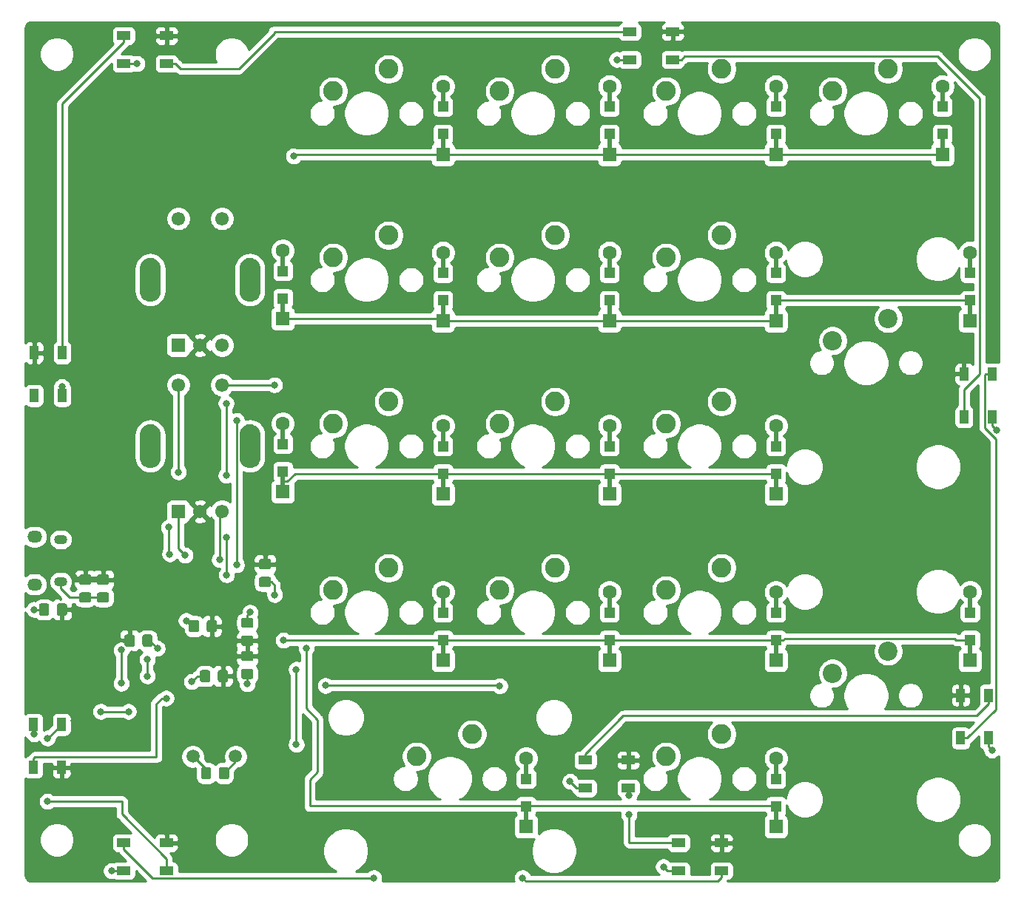
<source format=gbr>
G04 #@! TF.GenerationSoftware,KiCad,Pcbnew,(5.1.5)-3*
G04 #@! TF.CreationDate,2020-12-24T17:13:42-08:00*
G04 #@! TF.ProjectId,edge-key-seventeen,65646765-2d6b-4657-992d-736576656e74,v1.0 rev 1*
G04 #@! TF.SameCoordinates,PX7616b68PY2a640d0*
G04 #@! TF.FileFunction,Copper,L2,Bot*
G04 #@! TF.FilePolarity,Positive*
%FSLAX46Y46*%
G04 Gerber Fmt 4.6, Leading zero omitted, Abs format (unit mm)*
G04 Created by KiCad (PCBNEW (5.1.5)-3) date 2020-12-24 17:13:42*
%MOMM*%
%LPD*%
G04 APERTURE LIST*
G04 #@! TA.AperFunction,ComponentPad*
%ADD10C,2.200000*%
G04 #@! TD*
G04 #@! TA.AperFunction,SMDPad,CuDef*
%ADD11R,1.000000X1.500000*%
G04 #@! TD*
G04 #@! TA.AperFunction,Conductor*
%ADD12R,0.500000X2.500000*%
G04 #@! TD*
G04 #@! TA.AperFunction,ComponentPad*
%ADD13C,1.600000*%
G04 #@! TD*
G04 #@! TA.AperFunction,ComponentPad*
%ADD14R,1.600000X1.600000*%
G04 #@! TD*
G04 #@! TA.AperFunction,SMDPad,CuDef*
%ADD15R,1.200000X1.200000*%
G04 #@! TD*
G04 #@! TA.AperFunction,ComponentPad*
%ADD16C,2.250000*%
G04 #@! TD*
G04 #@! TA.AperFunction,SMDPad,CuDef*
%ADD17R,1.500000X1.000000*%
G04 #@! TD*
G04 #@! TA.AperFunction,ViaPad*
%ADD18C,0.100000*%
G04 #@! TD*
G04 #@! TA.AperFunction,ViaPad*
%ADD19C,1.550000*%
G04 #@! TD*
G04 #@! TA.AperFunction,ViaPad*
%ADD20R,1.550000X1.550000*%
G04 #@! TD*
G04 #@! TA.AperFunction,SMDPad,CuDef*
%ADD21C,0.100000*%
G04 #@! TD*
G04 #@! TA.AperFunction,ComponentPad*
%ADD22O,1.700000X1.350000*%
G04 #@! TD*
G04 #@! TA.AperFunction,ComponentPad*
%ADD23O,1.500000X1.100000*%
G04 #@! TD*
G04 #@! TA.AperFunction,ComponentPad*
%ADD24C,1.500000*%
G04 #@! TD*
G04 #@! TA.AperFunction,ViaPad*
%ADD25C,0.800000*%
G04 #@! TD*
G04 #@! TA.AperFunction,Conductor*
%ADD26C,0.250000*%
G04 #@! TD*
G04 #@! TA.AperFunction,Conductor*
%ADD27C,0.254000*%
G04 #@! TD*
G04 APERTURE END LIST*
D10*
G04 #@! TO.P,MX15,1*
G04 #@! TO.N,PD2*
X93027500Y-75247500D03*
G04 #@! TO.P,MX15,2*
G04 #@! TO.N,Net-(D16-Pad2)*
X99377500Y-72707500D03*
G04 #@! TD*
G04 #@! TO.P,MX8,1*
G04 #@! TO.N,PD2*
X93027500Y-37147500D03*
G04 #@! TO.P,MX8,2*
G04 #@! TO.N,Net-(D9-Pad2)*
X99377500Y-34607500D03*
G04 #@! TD*
D11*
G04 #@! TO.P,D29,3*
G04 #@! TO.N,VCC*
X1575000Y-81116000D03*
G04 #@! TO.P,D29,4*
G04 #@! TO.N,Net-(D19-Pad2)*
X4775000Y-81116000D03*
G04 #@! TO.P,D29,2*
G04 #@! TO.N,PB7*
X1575000Y-86016000D03*
G04 #@! TO.P,D29,1*
G04 #@! TO.N,GND*
X4775000Y-86016000D03*
G04 #@! TD*
D12*
G04 #@! TO.N,Net-(D28-Pad2)*
G04 #@! TO.C,D28*
X30099000Y-47846000D03*
G04 #@! TO.N,PC6*
X30099000Y-53246000D03*
D13*
G04 #@! TD*
G04 #@! TO.P,D28,2*
G04 #@! TO.N,Net-(D28-Pad2)*
X30099000Y-46646000D03*
D14*
G04 #@! TO.P,D28,1*
G04 #@! TO.N,PC6*
X30099000Y-54446000D03*
D15*
X30099000Y-52121000D03*
G04 #@! TO.P,D28,2*
G04 #@! TO.N,Net-(D28-Pad2)*
X30099000Y-48971000D03*
G04 #@! TD*
D12*
G04 #@! TO.N,Net-(D27-Pad2)*
G04 #@! TO.C,D27*
X30099000Y-28034000D03*
G04 #@! TO.N,PC7*
X30099000Y-33434000D03*
D13*
G04 #@! TD*
G04 #@! TO.P,D27,2*
G04 #@! TO.N,Net-(D27-Pad2)*
X30099000Y-26834000D03*
D14*
G04 #@! TO.P,D27,1*
G04 #@! TO.N,PC7*
X30099000Y-34634000D03*
D15*
X30099000Y-32309000D03*
G04 #@! TO.P,D27,2*
G04 #@! TO.N,Net-(D27-Pad2)*
X30099000Y-29159000D03*
G04 #@! TD*
D16*
G04 #@! TO.P,MX17,2*
G04 #@! TO.N,Net-(D18-Pad2)*
X80327500Y-82232500D03*
G04 #@! TO.P,MX17,1*
G04 #@! TO.N,PD3*
X73977500Y-84772500D03*
G04 #@! TD*
G04 #@! TO.P,MX14,2*
G04 #@! TO.N,Net-(D15-Pad2)*
X80327500Y-63182500D03*
G04 #@! TO.P,MX14,1*
G04 #@! TO.N,PD3*
X73977500Y-65722500D03*
G04 #@! TD*
G04 #@! TO.P,MX13,2*
G04 #@! TO.N,Net-(D14-Pad2)*
X61277500Y-63182500D03*
G04 #@! TO.P,MX13,1*
G04 #@! TO.N,PD5*
X54927500Y-65722500D03*
G04 #@! TD*
G04 #@! TO.P,MX12,2*
G04 #@! TO.N,Net-(D13-Pad2)*
X42227500Y-63182500D03*
G04 #@! TO.P,MX12,1*
G04 #@! TO.N,PD4*
X35877500Y-65722500D03*
G04 #@! TD*
G04 #@! TO.P,MX11,2*
G04 #@! TO.N,Net-(D12-Pad2)*
X80327500Y-44132500D03*
G04 #@! TO.P,MX11,1*
G04 #@! TO.N,PD3*
X73977500Y-46672500D03*
G04 #@! TD*
G04 #@! TO.P,MX10,2*
G04 #@! TO.N,Net-(D11-Pad2)*
X61277500Y-44132500D03*
G04 #@! TO.P,MX10,1*
G04 #@! TO.N,PD5*
X54927500Y-46672500D03*
G04 #@! TD*
G04 #@! TO.P,MX9,2*
G04 #@! TO.N,Net-(D10-Pad2)*
X42227500Y-44132500D03*
G04 #@! TO.P,MX9,1*
G04 #@! TO.N,PD4*
X35877500Y-46672500D03*
G04 #@! TD*
D11*
G04 #@! TO.P,D26,3*
G04 #@! TO.N,VCC*
X4851000Y-43434000D03*
G04 #@! TO.P,D26,4*
G04 #@! TO.N,N/C*
X1651000Y-43434000D03*
G04 #@! TO.P,D26,2*
G04 #@! TO.N,Net-(D25-Pad4)*
X4851000Y-38534000D03*
G04 #@! TO.P,D26,1*
G04 #@! TO.N,GND*
X1651000Y-38534000D03*
G04 #@! TD*
D17*
G04 #@! TO.P,D25,3*
G04 #@! TO.N,VCC*
X11901000Y-5410000D03*
G04 #@! TO.P,D25,4*
G04 #@! TO.N,Net-(D25-Pad4)*
X11901000Y-2210000D03*
G04 #@! TO.P,D25,2*
G04 #@! TO.N,Net-(D24-Pad4)*
X16801000Y-5410000D03*
G04 #@! TO.P,D25,1*
G04 #@! TO.N,GND*
X16801000Y-2210000D03*
G04 #@! TD*
G04 #@! TO.P,D24,3*
G04 #@! TO.N,VCC*
X69813000Y-4952800D03*
G04 #@! TO.P,D24,4*
G04 #@! TO.N,Net-(D24-Pad4)*
X69813000Y-1752800D03*
G04 #@! TO.P,D24,2*
G04 #@! TO.N,Net-(D23-Pad4)*
X74713000Y-4952800D03*
G04 #@! TO.P,D24,1*
G04 #@! TO.N,GND*
X74713000Y-1752800D03*
G04 #@! TD*
D11*
G04 #@! TO.P,D23,3*
G04 #@! TO.N,VCC*
X111251800Y-45858600D03*
G04 #@! TO.P,D23,4*
G04 #@! TO.N,Net-(D23-Pad4)*
X108051800Y-45858600D03*
G04 #@! TO.P,D23,2*
G04 #@! TO.N,Net-(D22-Pad4)*
X111251800Y-40958600D03*
G04 #@! TO.P,D23,1*
G04 #@! TO.N,GND*
X108051800Y-40958600D03*
G04 #@! TD*
G04 #@! TO.P,D22,3*
G04 #@! TO.N,VCC*
X110870800Y-82663200D03*
G04 #@! TO.P,D22,4*
G04 #@! TO.N,Net-(D22-Pad4)*
X107670800Y-82663200D03*
G04 #@! TO.P,D22,2*
G04 #@! TO.N,Net-(D21-Pad4)*
X110870800Y-77763200D03*
G04 #@! TO.P,D22,1*
G04 #@! TO.N,GND*
X107670800Y-77763200D03*
G04 #@! TD*
D17*
G04 #@! TO.P,D21,3*
G04 #@! TO.N,VCC*
X64733000Y-88391800D03*
G04 #@! TO.P,D21,4*
G04 #@! TO.N,Net-(D21-Pad4)*
X64733000Y-85191800D03*
G04 #@! TO.P,D21,2*
G04 #@! TO.N,Net-(D20-Pad4)*
X69633000Y-88391800D03*
G04 #@! TO.P,D21,1*
G04 #@! TO.N,GND*
X69633000Y-85191800D03*
G04 #@! TD*
G04 #@! TO.P,D20,3*
G04 #@! TO.N,VCC*
X75401000Y-97866000D03*
G04 #@! TO.P,D20,4*
G04 #@! TO.N,Net-(D20-Pad4)*
X75401000Y-94666000D03*
G04 #@! TO.P,D20,2*
G04 #@! TO.N,Net-(D19-Pad4)*
X80301000Y-97866000D03*
G04 #@! TO.P,D20,1*
G04 #@! TO.N,GND*
X80301000Y-94666000D03*
G04 #@! TD*
G04 #@! TO.P,D19,3*
G04 #@! TO.N,VCC*
X11901000Y-97866000D03*
G04 #@! TO.P,D19,4*
G04 #@! TO.N,Net-(D19-Pad4)*
X11901000Y-94666000D03*
G04 #@! TO.P,D19,2*
G04 #@! TO.N,Net-(D19-Pad2)*
X16801000Y-97866000D03*
G04 #@! TO.P,D19,1*
G04 #@! TO.N,GND*
X16801000Y-94666000D03*
G04 #@! TD*
G04 #@! TA.AperFunction,ViaPad*
D18*
G04 #@! TO.N,N/C*
G04 #@! TO.C,SW2*
G36*
X26455122Y-27668278D02*
G01*
X26571609Y-27685558D01*
X26685843Y-27714172D01*
X26796721Y-27753845D01*
X26903177Y-27804194D01*
X27004185Y-27864736D01*
X27098773Y-27934887D01*
X27186029Y-28013972D01*
X27265114Y-28101228D01*
X27335265Y-28195816D01*
X27395807Y-28296824D01*
X27446156Y-28403280D01*
X27485829Y-28514158D01*
X27514443Y-28628392D01*
X27531723Y-28744879D01*
X27537501Y-28862500D01*
X27537501Y-31462500D01*
X27531723Y-31580121D01*
X27514443Y-31696608D01*
X27485829Y-31810842D01*
X27446156Y-31921720D01*
X27395807Y-32028176D01*
X27335265Y-32129184D01*
X27265114Y-32223772D01*
X27186029Y-32311028D01*
X27098773Y-32390113D01*
X27004185Y-32460264D01*
X26903177Y-32520806D01*
X26796721Y-32571155D01*
X26685843Y-32610828D01*
X26571609Y-32639442D01*
X26455122Y-32656722D01*
X26337501Y-32662500D01*
X26337499Y-32662500D01*
X26219878Y-32656722D01*
X26103391Y-32639442D01*
X25989157Y-32610828D01*
X25878279Y-32571155D01*
X25771823Y-32520806D01*
X25670815Y-32460264D01*
X25576227Y-32390113D01*
X25488971Y-32311028D01*
X25409886Y-32223772D01*
X25339735Y-32129184D01*
X25279193Y-32028176D01*
X25228844Y-31921720D01*
X25189171Y-31810842D01*
X25160557Y-31696608D01*
X25143277Y-31580121D01*
X25137499Y-31462500D01*
X25137499Y-28862500D01*
X25143277Y-28744879D01*
X25160557Y-28628392D01*
X25189171Y-28514158D01*
X25228844Y-28403280D01*
X25279193Y-28296824D01*
X25339735Y-28195816D01*
X25409886Y-28101228D01*
X25488971Y-28013972D01*
X25576227Y-27934887D01*
X25670815Y-27864736D01*
X25771823Y-27804194D01*
X25878279Y-27753845D01*
X25989157Y-27714172D01*
X26103391Y-27685558D01*
X26219878Y-27668278D01*
X26337499Y-27662500D01*
X26337501Y-27662500D01*
X26455122Y-27668278D01*
G37*
G04 #@! TD.AperFunction*
G04 #@! TA.AperFunction,ViaPad*
G36*
X15055122Y-27668278D02*
G01*
X15171609Y-27685558D01*
X15285843Y-27714172D01*
X15396721Y-27753845D01*
X15503177Y-27804194D01*
X15604185Y-27864736D01*
X15698773Y-27934887D01*
X15786029Y-28013972D01*
X15865114Y-28101228D01*
X15935265Y-28195816D01*
X15995807Y-28296824D01*
X16046156Y-28403280D01*
X16085829Y-28514158D01*
X16114443Y-28628392D01*
X16131723Y-28744879D01*
X16137501Y-28862500D01*
X16137501Y-31462500D01*
X16131723Y-31580121D01*
X16114443Y-31696608D01*
X16085829Y-31810842D01*
X16046156Y-31921720D01*
X15995807Y-32028176D01*
X15935265Y-32129184D01*
X15865114Y-32223772D01*
X15786029Y-32311028D01*
X15698773Y-32390113D01*
X15604185Y-32460264D01*
X15503177Y-32520806D01*
X15396721Y-32571155D01*
X15285843Y-32610828D01*
X15171609Y-32639442D01*
X15055122Y-32656722D01*
X14937501Y-32662500D01*
X14937499Y-32662500D01*
X14819878Y-32656722D01*
X14703391Y-32639442D01*
X14589157Y-32610828D01*
X14478279Y-32571155D01*
X14371823Y-32520806D01*
X14270815Y-32460264D01*
X14176227Y-32390113D01*
X14088971Y-32311028D01*
X14009886Y-32223772D01*
X13939735Y-32129184D01*
X13879193Y-32028176D01*
X13828844Y-31921720D01*
X13789171Y-31810842D01*
X13760557Y-31696608D01*
X13743277Y-31580121D01*
X13737499Y-31462500D01*
X13737499Y-28862500D01*
X13743277Y-28744879D01*
X13760557Y-28628392D01*
X13789171Y-28514158D01*
X13828844Y-28403280D01*
X13879193Y-28296824D01*
X13939735Y-28195816D01*
X14009886Y-28101228D01*
X14088971Y-28013972D01*
X14176227Y-27934887D01*
X14270815Y-27864736D01*
X14371823Y-27804194D01*
X14478279Y-27753845D01*
X14589157Y-27714172D01*
X14703391Y-27685558D01*
X14819878Y-27668278D01*
X14937499Y-27662500D01*
X14937501Y-27662500D01*
X15055122Y-27668278D01*
G37*
G04 #@! TD.AperFunction*
D19*
G04 #@! TO.N,GND*
X20637500Y-37662500D03*
G04 #@! TO.N,PF6*
X23137500Y-37662500D03*
D20*
G04 #@! TO.N,PF5*
X18137500Y-37662500D03*
D19*
G04 #@! TO.N,Net-(D27-Pad2)*
X23137500Y-23162500D03*
G04 #@! TO.N,PF0*
X18137500Y-23162500D03*
G04 #@! TD*
D16*
G04 #@! TO.P,MX16,2*
G04 #@! TO.N,Net-(D17-Pad2)*
X51752500Y-82232500D03*
G04 #@! TO.P,MX16,1*
G04 #@! TO.N,PD4*
X45402500Y-84772500D03*
G04 #@! TD*
G04 #@! TO.P,MX7,2*
G04 #@! TO.N,Net-(D7-Pad2)*
X80327500Y-25082500D03*
G04 #@! TO.P,MX7,1*
G04 #@! TO.N,PD3*
X73977500Y-27622500D03*
G04 #@! TD*
G04 #@! TO.P,MX6,2*
G04 #@! TO.N,Net-(D6-Pad2)*
X61277500Y-25082500D03*
G04 #@! TO.P,MX6,1*
G04 #@! TO.N,PD5*
X54927500Y-27622500D03*
G04 #@! TD*
G04 #@! TO.P,MX5,2*
G04 #@! TO.N,Net-(D5-Pad2)*
X42227500Y-25082500D03*
G04 #@! TO.P,MX5,1*
G04 #@! TO.N,PD4*
X35877500Y-27622500D03*
G04 #@! TD*
G04 #@! TO.P,MX4,2*
G04 #@! TO.N,Net-(D4-Pad2)*
X99377500Y-6032500D03*
G04 #@! TO.P,MX4,1*
G04 #@! TO.N,PD2*
X93027500Y-8572500D03*
G04 #@! TD*
G04 #@! TO.P,MX3,2*
G04 #@! TO.N,Net-(D3-Pad2)*
X80327500Y-6032500D03*
G04 #@! TO.P,MX3,1*
G04 #@! TO.N,PD3*
X73977500Y-8572500D03*
G04 #@! TD*
G04 #@! TO.P,MX2,2*
G04 #@! TO.N,Net-(D2-Pad2)*
X61277500Y-6032500D03*
G04 #@! TO.P,MX2,1*
G04 #@! TO.N,PD5*
X54927500Y-8572500D03*
G04 #@! TD*
G04 #@! TO.P,MX1,2*
G04 #@! TO.N,Net-(D1-Pad2)*
X42227500Y-6032500D03*
G04 #@! TO.P,MX1,1*
G04 #@! TO.N,PD4*
X35877500Y-8572500D03*
G04 #@! TD*
G04 #@! TA.AperFunction,ViaPad*
D18*
G04 #@! TO.N,N/C*
G04 #@! TO.C,SW1*
G36*
X26455122Y-46718278D02*
G01*
X26571609Y-46735558D01*
X26685843Y-46764172D01*
X26796721Y-46803845D01*
X26903177Y-46854194D01*
X27004185Y-46914736D01*
X27098773Y-46984887D01*
X27186029Y-47063972D01*
X27265114Y-47151228D01*
X27335265Y-47245816D01*
X27395807Y-47346824D01*
X27446156Y-47453280D01*
X27485829Y-47564158D01*
X27514443Y-47678392D01*
X27531723Y-47794879D01*
X27537501Y-47912500D01*
X27537501Y-50512500D01*
X27531723Y-50630121D01*
X27514443Y-50746608D01*
X27485829Y-50860842D01*
X27446156Y-50971720D01*
X27395807Y-51078176D01*
X27335265Y-51179184D01*
X27265114Y-51273772D01*
X27186029Y-51361028D01*
X27098773Y-51440113D01*
X27004185Y-51510264D01*
X26903177Y-51570806D01*
X26796721Y-51621155D01*
X26685843Y-51660828D01*
X26571609Y-51689442D01*
X26455122Y-51706722D01*
X26337501Y-51712500D01*
X26337499Y-51712500D01*
X26219878Y-51706722D01*
X26103391Y-51689442D01*
X25989157Y-51660828D01*
X25878279Y-51621155D01*
X25771823Y-51570806D01*
X25670815Y-51510264D01*
X25576227Y-51440113D01*
X25488971Y-51361028D01*
X25409886Y-51273772D01*
X25339735Y-51179184D01*
X25279193Y-51078176D01*
X25228844Y-50971720D01*
X25189171Y-50860842D01*
X25160557Y-50746608D01*
X25143277Y-50630121D01*
X25137499Y-50512500D01*
X25137499Y-47912500D01*
X25143277Y-47794879D01*
X25160557Y-47678392D01*
X25189171Y-47564158D01*
X25228844Y-47453280D01*
X25279193Y-47346824D01*
X25339735Y-47245816D01*
X25409886Y-47151228D01*
X25488971Y-47063972D01*
X25576227Y-46984887D01*
X25670815Y-46914736D01*
X25771823Y-46854194D01*
X25878279Y-46803845D01*
X25989157Y-46764172D01*
X26103391Y-46735558D01*
X26219878Y-46718278D01*
X26337499Y-46712500D01*
X26337501Y-46712500D01*
X26455122Y-46718278D01*
G37*
G04 #@! TD.AperFunction*
G04 #@! TA.AperFunction,ViaPad*
G36*
X15055122Y-46718278D02*
G01*
X15171609Y-46735558D01*
X15285843Y-46764172D01*
X15396721Y-46803845D01*
X15503177Y-46854194D01*
X15604185Y-46914736D01*
X15698773Y-46984887D01*
X15786029Y-47063972D01*
X15865114Y-47151228D01*
X15935265Y-47245816D01*
X15995807Y-47346824D01*
X16046156Y-47453280D01*
X16085829Y-47564158D01*
X16114443Y-47678392D01*
X16131723Y-47794879D01*
X16137501Y-47912500D01*
X16137501Y-50512500D01*
X16131723Y-50630121D01*
X16114443Y-50746608D01*
X16085829Y-50860842D01*
X16046156Y-50971720D01*
X15995807Y-51078176D01*
X15935265Y-51179184D01*
X15865114Y-51273772D01*
X15786029Y-51361028D01*
X15698773Y-51440113D01*
X15604185Y-51510264D01*
X15503177Y-51570806D01*
X15396721Y-51621155D01*
X15285843Y-51660828D01*
X15171609Y-51689442D01*
X15055122Y-51706722D01*
X14937501Y-51712500D01*
X14937499Y-51712500D01*
X14819878Y-51706722D01*
X14703391Y-51689442D01*
X14589157Y-51660828D01*
X14478279Y-51621155D01*
X14371823Y-51570806D01*
X14270815Y-51510264D01*
X14176227Y-51440113D01*
X14088971Y-51361028D01*
X14009886Y-51273772D01*
X13939735Y-51179184D01*
X13879193Y-51078176D01*
X13828844Y-50971720D01*
X13789171Y-50860842D01*
X13760557Y-50746608D01*
X13743277Y-50630121D01*
X13737499Y-50512500D01*
X13737499Y-47912500D01*
X13743277Y-47794879D01*
X13760557Y-47678392D01*
X13789171Y-47564158D01*
X13828844Y-47453280D01*
X13879193Y-47346824D01*
X13939735Y-47245816D01*
X14009886Y-47151228D01*
X14088971Y-47063972D01*
X14176227Y-46984887D01*
X14270815Y-46914736D01*
X14371823Y-46854194D01*
X14478279Y-46803845D01*
X14589157Y-46764172D01*
X14703391Y-46735558D01*
X14819878Y-46718278D01*
X14937499Y-46712500D01*
X14937501Y-46712500D01*
X15055122Y-46718278D01*
G37*
G04 #@! TD.AperFunction*
D19*
G04 #@! TO.N,GND*
X20637500Y-56712500D03*
G04 #@! TO.N,PF4*
X23137500Y-56712500D03*
D20*
G04 #@! TO.N,PF1*
X18137500Y-56712500D03*
D19*
G04 #@! TO.N,Net-(D28-Pad2)*
X23137500Y-42212500D03*
G04 #@! TO.N,PF0*
X18137500Y-42212500D03*
G04 #@! TD*
D15*
G04 #@! TO.P,D18,2*
G04 #@! TO.N,Net-(D18-Pad2)*
X86518750Y-87325000D03*
G04 #@! TO.P,D18,1*
G04 #@! TO.N,PB4*
X86518750Y-90475000D03*
D14*
X86518750Y-92800000D03*
D13*
G04 #@! TO.P,D18,2*
G04 #@! TO.N,Net-(D18-Pad2)*
X86518750Y-85000000D03*
D12*
G04 #@! TD*
G04 #@! TO.N,PB4*
G04 #@! TO.C,D18*
X86518750Y-91600000D03*
G04 #@! TO.N,Net-(D18-Pad2)*
G04 #@! TO.C,D18*
X86518750Y-86200000D03*
G04 #@! TD*
G04 #@! TO.N,Net-(D17-Pad2)*
G04 #@! TO.C,D17*
X57943750Y-86200000D03*
G04 #@! TO.N,PB4*
X57943750Y-91600000D03*
D13*
G04 #@! TD*
G04 #@! TO.P,D17,2*
G04 #@! TO.N,Net-(D17-Pad2)*
X57943750Y-85000000D03*
D14*
G04 #@! TO.P,D17,1*
G04 #@! TO.N,PB4*
X57943750Y-92800000D03*
D15*
X57943750Y-90475000D03*
G04 #@! TO.P,D17,2*
G04 #@! TO.N,Net-(D17-Pad2)*
X57943750Y-87325000D03*
G04 #@! TD*
D12*
G04 #@! TO.N,Net-(D16-Pad2)*
G04 #@! TO.C,D16*
X108743750Y-67150000D03*
G04 #@! TO.N,PB5*
X108743750Y-72550000D03*
D13*
G04 #@! TD*
G04 #@! TO.P,D16,2*
G04 #@! TO.N,Net-(D16-Pad2)*
X108743750Y-65950000D03*
D14*
G04 #@! TO.P,D16,1*
G04 #@! TO.N,PB5*
X108743750Y-73750000D03*
D15*
X108743750Y-71425000D03*
G04 #@! TO.P,D16,2*
G04 #@! TO.N,Net-(D16-Pad2)*
X108743750Y-68275000D03*
G04 #@! TD*
D12*
G04 #@! TO.N,Net-(D15-Pad2)*
G04 #@! TO.C,D15*
X86518750Y-67150000D03*
G04 #@! TO.N,PB5*
X86518750Y-72550000D03*
D13*
G04 #@! TD*
G04 #@! TO.P,D15,2*
G04 #@! TO.N,Net-(D15-Pad2)*
X86518750Y-65950000D03*
D14*
G04 #@! TO.P,D15,1*
G04 #@! TO.N,PB5*
X86518750Y-73750000D03*
D15*
X86518750Y-71425000D03*
G04 #@! TO.P,D15,2*
G04 #@! TO.N,Net-(D15-Pad2)*
X86518750Y-68275000D03*
G04 #@! TD*
D12*
G04 #@! TO.N,Net-(D14-Pad2)*
G04 #@! TO.C,D14*
X67468750Y-67150000D03*
G04 #@! TO.N,PB5*
X67468750Y-72550000D03*
D13*
G04 #@! TD*
G04 #@! TO.P,D14,2*
G04 #@! TO.N,Net-(D14-Pad2)*
X67468750Y-65950000D03*
D14*
G04 #@! TO.P,D14,1*
G04 #@! TO.N,PB5*
X67468750Y-73750000D03*
D15*
X67468750Y-71425000D03*
G04 #@! TO.P,D14,2*
G04 #@! TO.N,Net-(D14-Pad2)*
X67468750Y-68275000D03*
G04 #@! TD*
D12*
G04 #@! TO.N,Net-(D13-Pad2)*
G04 #@! TO.C,D13*
X48418750Y-67150000D03*
G04 #@! TO.N,PB5*
X48418750Y-72550000D03*
D13*
G04 #@! TD*
G04 #@! TO.P,D13,2*
G04 #@! TO.N,Net-(D13-Pad2)*
X48418750Y-65950000D03*
D14*
G04 #@! TO.P,D13,1*
G04 #@! TO.N,PB5*
X48418750Y-73750000D03*
D15*
X48418750Y-71425000D03*
G04 #@! TO.P,D13,2*
G04 #@! TO.N,Net-(D13-Pad2)*
X48418750Y-68275000D03*
G04 #@! TD*
D12*
G04 #@! TO.N,Net-(D12-Pad2)*
G04 #@! TO.C,D12*
X86518750Y-48100000D03*
G04 #@! TO.N,PC6*
X86518750Y-53500000D03*
D13*
G04 #@! TD*
G04 #@! TO.P,D12,2*
G04 #@! TO.N,Net-(D12-Pad2)*
X86518750Y-46900000D03*
D14*
G04 #@! TO.P,D12,1*
G04 #@! TO.N,PC6*
X86518750Y-54700000D03*
D15*
X86518750Y-52375000D03*
G04 #@! TO.P,D12,2*
G04 #@! TO.N,Net-(D12-Pad2)*
X86518750Y-49225000D03*
G04 #@! TD*
D12*
G04 #@! TO.N,Net-(D11-Pad2)*
G04 #@! TO.C,D11*
X67468750Y-48100000D03*
G04 #@! TO.N,PC6*
X67468750Y-53500000D03*
D13*
G04 #@! TD*
G04 #@! TO.P,D11,2*
G04 #@! TO.N,Net-(D11-Pad2)*
X67468750Y-46900000D03*
D14*
G04 #@! TO.P,D11,1*
G04 #@! TO.N,PC6*
X67468750Y-54700000D03*
D15*
X67468750Y-52375000D03*
G04 #@! TO.P,D11,2*
G04 #@! TO.N,Net-(D11-Pad2)*
X67468750Y-49225000D03*
G04 #@! TD*
D12*
G04 #@! TO.N,Net-(D10-Pad2)*
G04 #@! TO.C,D10*
X48418750Y-48100000D03*
G04 #@! TO.N,PC6*
X48418750Y-53500000D03*
D13*
G04 #@! TD*
G04 #@! TO.P,D10,2*
G04 #@! TO.N,Net-(D10-Pad2)*
X48418750Y-46900000D03*
D14*
G04 #@! TO.P,D10,1*
G04 #@! TO.N,PC6*
X48418750Y-54700000D03*
D15*
X48418750Y-52375000D03*
G04 #@! TO.P,D10,2*
G04 #@! TO.N,Net-(D10-Pad2)*
X48418750Y-49225000D03*
G04 #@! TD*
G04 #@! TO.P,D9,2*
G04 #@! TO.N,Net-(D9-Pad2)*
X108743750Y-29381250D03*
G04 #@! TO.P,D9,1*
G04 #@! TO.N,PC7*
X108743750Y-32531250D03*
D14*
X108743750Y-34856250D03*
D13*
G04 #@! TO.P,D9,2*
G04 #@! TO.N,Net-(D9-Pad2)*
X108743750Y-27056250D03*
D12*
G04 #@! TD*
G04 #@! TO.N,PC7*
G04 #@! TO.C,D9*
X108743750Y-33656250D03*
G04 #@! TO.N,Net-(D9-Pad2)*
G04 #@! TO.C,D9*
X108743750Y-28256250D03*
G04 #@! TD*
G04 #@! TO.N,Net-(D7-Pad2)*
G04 #@! TO.C,D7*
X86518750Y-28256250D03*
G04 #@! TO.N,PC7*
X86518750Y-33656250D03*
D13*
G04 #@! TD*
G04 #@! TO.P,D7,2*
G04 #@! TO.N,Net-(D7-Pad2)*
X86518750Y-27056250D03*
D14*
G04 #@! TO.P,D7,1*
G04 #@! TO.N,PC7*
X86518750Y-34856250D03*
D15*
X86518750Y-32531250D03*
G04 #@! TO.P,D7,2*
G04 #@! TO.N,Net-(D7-Pad2)*
X86518750Y-29381250D03*
G04 #@! TD*
D12*
G04 #@! TO.N,Net-(D6-Pad2)*
G04 #@! TO.C,D6*
X67468750Y-28256250D03*
G04 #@! TO.N,PC7*
X67468750Y-33656250D03*
D13*
G04 #@! TD*
G04 #@! TO.P,D6,2*
G04 #@! TO.N,Net-(D6-Pad2)*
X67468750Y-27056250D03*
D14*
G04 #@! TO.P,D6,1*
G04 #@! TO.N,PC7*
X67468750Y-34856250D03*
D15*
X67468750Y-32531250D03*
G04 #@! TO.P,D6,2*
G04 #@! TO.N,Net-(D6-Pad2)*
X67468750Y-29381250D03*
G04 #@! TD*
D12*
G04 #@! TO.N,Net-(D5-Pad2)*
G04 #@! TO.C,D5*
X48418750Y-28256250D03*
G04 #@! TO.N,PC7*
X48418750Y-33656250D03*
D13*
G04 #@! TD*
G04 #@! TO.P,D5,2*
G04 #@! TO.N,Net-(D5-Pad2)*
X48418750Y-27056250D03*
D14*
G04 #@! TO.P,D5,1*
G04 #@! TO.N,PC7*
X48418750Y-34856250D03*
D15*
X48418750Y-32531250D03*
G04 #@! TO.P,D5,2*
G04 #@! TO.N,Net-(D5-Pad2)*
X48418750Y-29381250D03*
G04 #@! TD*
D12*
G04 #@! TO.N,Net-(D4-Pad2)*
G04 #@! TO.C,D4*
X105568750Y-9206250D03*
G04 #@! TO.N,PB6*
X105568750Y-14606250D03*
D13*
G04 #@! TD*
G04 #@! TO.P,D4,2*
G04 #@! TO.N,Net-(D4-Pad2)*
X105568750Y-8006250D03*
D14*
G04 #@! TO.P,D4,1*
G04 #@! TO.N,PB6*
X105568750Y-15806250D03*
D15*
X105568750Y-13481250D03*
G04 #@! TO.P,D4,2*
G04 #@! TO.N,Net-(D4-Pad2)*
X105568750Y-10331250D03*
G04 #@! TD*
D12*
G04 #@! TO.N,Net-(D3-Pad2)*
G04 #@! TO.C,D3*
X86518750Y-9206250D03*
G04 #@! TO.N,PB6*
X86518750Y-14606250D03*
D13*
G04 #@! TD*
G04 #@! TO.P,D3,2*
G04 #@! TO.N,Net-(D3-Pad2)*
X86518750Y-8006250D03*
D14*
G04 #@! TO.P,D3,1*
G04 #@! TO.N,PB6*
X86518750Y-15806250D03*
D15*
X86518750Y-13481250D03*
G04 #@! TO.P,D3,2*
G04 #@! TO.N,Net-(D3-Pad2)*
X86518750Y-10331250D03*
G04 #@! TD*
D12*
G04 #@! TO.N,Net-(D2-Pad2)*
G04 #@! TO.C,D2*
X67468750Y-9206250D03*
G04 #@! TO.N,PB6*
X67468750Y-14606250D03*
D13*
G04 #@! TD*
G04 #@! TO.P,D2,2*
G04 #@! TO.N,Net-(D2-Pad2)*
X67468750Y-8006250D03*
D14*
G04 #@! TO.P,D2,1*
G04 #@! TO.N,PB6*
X67468750Y-15806250D03*
D15*
X67468750Y-13481250D03*
G04 #@! TO.P,D2,2*
G04 #@! TO.N,Net-(D2-Pad2)*
X67468750Y-10331250D03*
G04 #@! TD*
D12*
G04 #@! TO.N,Net-(D1-Pad2)*
G04 #@! TO.C,D1*
X48418750Y-9206250D03*
G04 #@! TO.N,PB6*
X48418750Y-14606250D03*
D13*
G04 #@! TD*
G04 #@! TO.P,D1,2*
G04 #@! TO.N,Net-(D1-Pad2)*
X48418750Y-8006250D03*
D14*
G04 #@! TO.P,D1,1*
G04 #@! TO.N,PB6*
X48418750Y-15806250D03*
D15*
X48418750Y-13481250D03*
G04 #@! TO.P,D1,2*
G04 #@! TO.N,Net-(D1-Pad2)*
X48418750Y-10331250D03*
G04 #@! TD*
G04 #@! TA.AperFunction,SMDPad,CuDef*
D21*
G04 #@! TO.P,R5,1*
G04 #@! TO.N,GND*
G36*
X28541505Y-62155204D02*
G01*
X28565773Y-62158804D01*
X28589572Y-62164765D01*
X28612671Y-62173030D01*
X28634850Y-62183520D01*
X28655893Y-62196132D01*
X28675599Y-62210747D01*
X28693777Y-62227223D01*
X28710253Y-62245401D01*
X28724868Y-62265107D01*
X28737480Y-62286150D01*
X28747970Y-62308329D01*
X28756235Y-62331428D01*
X28762196Y-62355227D01*
X28765796Y-62379495D01*
X28767000Y-62403999D01*
X28767000Y-63054001D01*
X28765796Y-63078505D01*
X28762196Y-63102773D01*
X28756235Y-63126572D01*
X28747970Y-63149671D01*
X28737480Y-63171850D01*
X28724868Y-63192893D01*
X28710253Y-63212599D01*
X28693777Y-63230777D01*
X28675599Y-63247253D01*
X28655893Y-63261868D01*
X28634850Y-63274480D01*
X28612671Y-63284970D01*
X28589572Y-63293235D01*
X28565773Y-63299196D01*
X28541505Y-63302796D01*
X28517001Y-63304000D01*
X27616999Y-63304000D01*
X27592495Y-63302796D01*
X27568227Y-63299196D01*
X27544428Y-63293235D01*
X27521329Y-63284970D01*
X27499150Y-63274480D01*
X27478107Y-63261868D01*
X27458401Y-63247253D01*
X27440223Y-63230777D01*
X27423747Y-63212599D01*
X27409132Y-63192893D01*
X27396520Y-63171850D01*
X27386030Y-63149671D01*
X27377765Y-63126572D01*
X27371804Y-63102773D01*
X27368204Y-63078505D01*
X27367000Y-63054001D01*
X27367000Y-62403999D01*
X27368204Y-62379495D01*
X27371804Y-62355227D01*
X27377765Y-62331428D01*
X27386030Y-62308329D01*
X27396520Y-62286150D01*
X27409132Y-62265107D01*
X27423747Y-62245401D01*
X27440223Y-62227223D01*
X27458401Y-62210747D01*
X27478107Y-62196132D01*
X27499150Y-62183520D01*
X27521329Y-62173030D01*
X27544428Y-62164765D01*
X27568227Y-62158804D01*
X27592495Y-62155204D01*
X27616999Y-62154000D01*
X28517001Y-62154000D01*
X28541505Y-62155204D01*
G37*
G04 #@! TD.AperFunction*
G04 #@! TA.AperFunction,SMDPad,CuDef*
G04 #@! TO.P,R5,2*
G04 #@! TO.N,Net-(R5-Pad2)*
G36*
X28541505Y-64205204D02*
G01*
X28565773Y-64208804D01*
X28589572Y-64214765D01*
X28612671Y-64223030D01*
X28634850Y-64233520D01*
X28655893Y-64246132D01*
X28675599Y-64260747D01*
X28693777Y-64277223D01*
X28710253Y-64295401D01*
X28724868Y-64315107D01*
X28737480Y-64336150D01*
X28747970Y-64358329D01*
X28756235Y-64381428D01*
X28762196Y-64405227D01*
X28765796Y-64429495D01*
X28767000Y-64453999D01*
X28767000Y-65104001D01*
X28765796Y-65128505D01*
X28762196Y-65152773D01*
X28756235Y-65176572D01*
X28747970Y-65199671D01*
X28737480Y-65221850D01*
X28724868Y-65242893D01*
X28710253Y-65262599D01*
X28693777Y-65280777D01*
X28675599Y-65297253D01*
X28655893Y-65311868D01*
X28634850Y-65324480D01*
X28612671Y-65334970D01*
X28589572Y-65343235D01*
X28565773Y-65349196D01*
X28541505Y-65352796D01*
X28517001Y-65354000D01*
X27616999Y-65354000D01*
X27592495Y-65352796D01*
X27568227Y-65349196D01*
X27544428Y-65343235D01*
X27521329Y-65334970D01*
X27499150Y-65324480D01*
X27478107Y-65311868D01*
X27458401Y-65297253D01*
X27440223Y-65280777D01*
X27423747Y-65262599D01*
X27409132Y-65242893D01*
X27396520Y-65221850D01*
X27386030Y-65199671D01*
X27377765Y-65176572D01*
X27371804Y-65152773D01*
X27368204Y-65128505D01*
X27367000Y-65104001D01*
X27367000Y-64453999D01*
X27368204Y-64429495D01*
X27371804Y-64405227D01*
X27377765Y-64381428D01*
X27386030Y-64358329D01*
X27396520Y-64336150D01*
X27409132Y-64315107D01*
X27423747Y-64295401D01*
X27440223Y-64277223D01*
X27458401Y-64260747D01*
X27478107Y-64246132D01*
X27499150Y-64233520D01*
X27521329Y-64223030D01*
X27544428Y-64214765D01*
X27568227Y-64208804D01*
X27592495Y-64205204D01*
X27616999Y-64204000D01*
X28517001Y-64204000D01*
X28541505Y-64205204D01*
G37*
G04 #@! TD.AperFunction*
G04 #@! TD*
D22*
G04 #@! TO.P,J1,6*
G04 #@! TO.N,Net-(C10-Pad1)*
X1679000Y-65062000D03*
X1679000Y-59602000D03*
D23*
X4679000Y-64752000D03*
X4679000Y-59912000D03*
G04 #@! TD*
G04 #@! TA.AperFunction,SMDPad,CuDef*
D21*
G04 #@! TO.P,C10,2*
G04 #@! TO.N,GND*
G36*
X7967505Y-63933204D02*
G01*
X7991773Y-63936804D01*
X8015572Y-63942765D01*
X8038671Y-63951030D01*
X8060850Y-63961520D01*
X8081893Y-63974132D01*
X8101599Y-63988747D01*
X8119777Y-64005223D01*
X8136253Y-64023401D01*
X8150868Y-64043107D01*
X8163480Y-64064150D01*
X8173970Y-64086329D01*
X8182235Y-64109428D01*
X8188196Y-64133227D01*
X8191796Y-64157495D01*
X8193000Y-64181999D01*
X8193000Y-64832001D01*
X8191796Y-64856505D01*
X8188196Y-64880773D01*
X8182235Y-64904572D01*
X8173970Y-64927671D01*
X8163480Y-64949850D01*
X8150868Y-64970893D01*
X8136253Y-64990599D01*
X8119777Y-65008777D01*
X8101599Y-65025253D01*
X8081893Y-65039868D01*
X8060850Y-65052480D01*
X8038671Y-65062970D01*
X8015572Y-65071235D01*
X7991773Y-65077196D01*
X7967505Y-65080796D01*
X7943001Y-65082000D01*
X7042999Y-65082000D01*
X7018495Y-65080796D01*
X6994227Y-65077196D01*
X6970428Y-65071235D01*
X6947329Y-65062970D01*
X6925150Y-65052480D01*
X6904107Y-65039868D01*
X6884401Y-65025253D01*
X6866223Y-65008777D01*
X6849747Y-64990599D01*
X6835132Y-64970893D01*
X6822520Y-64949850D01*
X6812030Y-64927671D01*
X6803765Y-64904572D01*
X6797804Y-64880773D01*
X6794204Y-64856505D01*
X6793000Y-64832001D01*
X6793000Y-64181999D01*
X6794204Y-64157495D01*
X6797804Y-64133227D01*
X6803765Y-64109428D01*
X6812030Y-64086329D01*
X6822520Y-64064150D01*
X6835132Y-64043107D01*
X6849747Y-64023401D01*
X6866223Y-64005223D01*
X6884401Y-63988747D01*
X6904107Y-63974132D01*
X6925150Y-63961520D01*
X6947329Y-63951030D01*
X6970428Y-63942765D01*
X6994227Y-63936804D01*
X7018495Y-63933204D01*
X7042999Y-63932000D01*
X7943001Y-63932000D01*
X7967505Y-63933204D01*
G37*
G04 #@! TD.AperFunction*
G04 #@! TA.AperFunction,SMDPad,CuDef*
G04 #@! TO.P,C10,1*
G04 #@! TO.N,Net-(C10-Pad1)*
G36*
X7967505Y-65983204D02*
G01*
X7991773Y-65986804D01*
X8015572Y-65992765D01*
X8038671Y-66001030D01*
X8060850Y-66011520D01*
X8081893Y-66024132D01*
X8101599Y-66038747D01*
X8119777Y-66055223D01*
X8136253Y-66073401D01*
X8150868Y-66093107D01*
X8163480Y-66114150D01*
X8173970Y-66136329D01*
X8182235Y-66159428D01*
X8188196Y-66183227D01*
X8191796Y-66207495D01*
X8193000Y-66231999D01*
X8193000Y-66882001D01*
X8191796Y-66906505D01*
X8188196Y-66930773D01*
X8182235Y-66954572D01*
X8173970Y-66977671D01*
X8163480Y-66999850D01*
X8150868Y-67020893D01*
X8136253Y-67040599D01*
X8119777Y-67058777D01*
X8101599Y-67075253D01*
X8081893Y-67089868D01*
X8060850Y-67102480D01*
X8038671Y-67112970D01*
X8015572Y-67121235D01*
X7991773Y-67127196D01*
X7967505Y-67130796D01*
X7943001Y-67132000D01*
X7042999Y-67132000D01*
X7018495Y-67130796D01*
X6994227Y-67127196D01*
X6970428Y-67121235D01*
X6947329Y-67112970D01*
X6925150Y-67102480D01*
X6904107Y-67089868D01*
X6884401Y-67075253D01*
X6866223Y-67058777D01*
X6849747Y-67040599D01*
X6835132Y-67020893D01*
X6822520Y-66999850D01*
X6812030Y-66977671D01*
X6803765Y-66954572D01*
X6797804Y-66930773D01*
X6794204Y-66906505D01*
X6793000Y-66882001D01*
X6793000Y-66231999D01*
X6794204Y-66207495D01*
X6797804Y-66183227D01*
X6803765Y-66159428D01*
X6812030Y-66136329D01*
X6822520Y-66114150D01*
X6835132Y-66093107D01*
X6849747Y-66073401D01*
X6866223Y-66055223D01*
X6884401Y-66038747D01*
X6904107Y-66024132D01*
X6925150Y-66011520D01*
X6947329Y-66001030D01*
X6970428Y-65992765D01*
X6994227Y-65986804D01*
X7018495Y-65983204D01*
X7042999Y-65982000D01*
X7943001Y-65982000D01*
X7967505Y-65983204D01*
G37*
G04 #@! TD.AperFunction*
G04 #@! TD*
G04 #@! TA.AperFunction,SMDPad,CuDef*
G04 #@! TO.P,R7,2*
G04 #@! TO.N,GND*
G36*
X9999505Y-63933204D02*
G01*
X10023773Y-63936804D01*
X10047572Y-63942765D01*
X10070671Y-63951030D01*
X10092850Y-63961520D01*
X10113893Y-63974132D01*
X10133599Y-63988747D01*
X10151777Y-64005223D01*
X10168253Y-64023401D01*
X10182868Y-64043107D01*
X10195480Y-64064150D01*
X10205970Y-64086329D01*
X10214235Y-64109428D01*
X10220196Y-64133227D01*
X10223796Y-64157495D01*
X10225000Y-64181999D01*
X10225000Y-64832001D01*
X10223796Y-64856505D01*
X10220196Y-64880773D01*
X10214235Y-64904572D01*
X10205970Y-64927671D01*
X10195480Y-64949850D01*
X10182868Y-64970893D01*
X10168253Y-64990599D01*
X10151777Y-65008777D01*
X10133599Y-65025253D01*
X10113893Y-65039868D01*
X10092850Y-65052480D01*
X10070671Y-65062970D01*
X10047572Y-65071235D01*
X10023773Y-65077196D01*
X9999505Y-65080796D01*
X9975001Y-65082000D01*
X9074999Y-65082000D01*
X9050495Y-65080796D01*
X9026227Y-65077196D01*
X9002428Y-65071235D01*
X8979329Y-65062970D01*
X8957150Y-65052480D01*
X8936107Y-65039868D01*
X8916401Y-65025253D01*
X8898223Y-65008777D01*
X8881747Y-64990599D01*
X8867132Y-64970893D01*
X8854520Y-64949850D01*
X8844030Y-64927671D01*
X8835765Y-64904572D01*
X8829804Y-64880773D01*
X8826204Y-64856505D01*
X8825000Y-64832001D01*
X8825000Y-64181999D01*
X8826204Y-64157495D01*
X8829804Y-64133227D01*
X8835765Y-64109428D01*
X8844030Y-64086329D01*
X8854520Y-64064150D01*
X8867132Y-64043107D01*
X8881747Y-64023401D01*
X8898223Y-64005223D01*
X8916401Y-63988747D01*
X8936107Y-63974132D01*
X8957150Y-63961520D01*
X8979329Y-63951030D01*
X9002428Y-63942765D01*
X9026227Y-63936804D01*
X9050495Y-63933204D01*
X9074999Y-63932000D01*
X9975001Y-63932000D01*
X9999505Y-63933204D01*
G37*
G04 #@! TD.AperFunction*
G04 #@! TA.AperFunction,SMDPad,CuDef*
G04 #@! TO.P,R7,1*
G04 #@! TO.N,Net-(C10-Pad1)*
G36*
X9999505Y-65983204D02*
G01*
X10023773Y-65986804D01*
X10047572Y-65992765D01*
X10070671Y-66001030D01*
X10092850Y-66011520D01*
X10113893Y-66024132D01*
X10133599Y-66038747D01*
X10151777Y-66055223D01*
X10168253Y-66073401D01*
X10182868Y-66093107D01*
X10195480Y-66114150D01*
X10205970Y-66136329D01*
X10214235Y-66159428D01*
X10220196Y-66183227D01*
X10223796Y-66207495D01*
X10225000Y-66231999D01*
X10225000Y-66882001D01*
X10223796Y-66906505D01*
X10220196Y-66930773D01*
X10214235Y-66954572D01*
X10205970Y-66977671D01*
X10195480Y-66999850D01*
X10182868Y-67020893D01*
X10168253Y-67040599D01*
X10151777Y-67058777D01*
X10133599Y-67075253D01*
X10113893Y-67089868D01*
X10092850Y-67102480D01*
X10070671Y-67112970D01*
X10047572Y-67121235D01*
X10023773Y-67127196D01*
X9999505Y-67130796D01*
X9975001Y-67132000D01*
X9074999Y-67132000D01*
X9050495Y-67130796D01*
X9026227Y-67127196D01*
X9002428Y-67121235D01*
X8979329Y-67112970D01*
X8957150Y-67102480D01*
X8936107Y-67089868D01*
X8916401Y-67075253D01*
X8898223Y-67058777D01*
X8881747Y-67040599D01*
X8867132Y-67020893D01*
X8854520Y-66999850D01*
X8844030Y-66977671D01*
X8835765Y-66954572D01*
X8829804Y-66930773D01*
X8826204Y-66906505D01*
X8825000Y-66882001D01*
X8825000Y-66231999D01*
X8826204Y-66207495D01*
X8829804Y-66183227D01*
X8835765Y-66159428D01*
X8844030Y-66136329D01*
X8854520Y-66114150D01*
X8867132Y-66093107D01*
X8881747Y-66073401D01*
X8898223Y-66055223D01*
X8916401Y-66038747D01*
X8936107Y-66024132D01*
X8957150Y-66011520D01*
X8979329Y-66001030D01*
X9002428Y-65992765D01*
X9026227Y-65986804D01*
X9050495Y-65983204D01*
X9074999Y-65982000D01*
X9975001Y-65982000D01*
X9999505Y-65983204D01*
G37*
G04 #@! TD.AperFunction*
G04 #@! TD*
D24*
G04 #@! TO.P,Y1,1*
G04 #@! TO.N,OSC1*
X19812000Y-84772500D03*
G04 #@! TO.P,Y1,2*
G04 #@! TO.N,OSC2*
X24692000Y-84772500D03*
G04 #@! TD*
G04 #@! TA.AperFunction,SMDPad,CuDef*
D21*
G04 #@! TO.P,R1,2*
G04 #@! TO.N,OSC2*
G36*
X23726505Y-85978704D02*
G01*
X23750773Y-85982304D01*
X23774572Y-85988265D01*
X23797671Y-85996530D01*
X23819850Y-86007020D01*
X23840893Y-86019632D01*
X23860599Y-86034247D01*
X23878777Y-86050723D01*
X23895253Y-86068901D01*
X23909868Y-86088607D01*
X23922480Y-86109650D01*
X23932970Y-86131829D01*
X23941235Y-86154928D01*
X23947196Y-86178727D01*
X23950796Y-86202995D01*
X23952000Y-86227499D01*
X23952000Y-87127501D01*
X23950796Y-87152005D01*
X23947196Y-87176273D01*
X23941235Y-87200072D01*
X23932970Y-87223171D01*
X23922480Y-87245350D01*
X23909868Y-87266393D01*
X23895253Y-87286099D01*
X23878777Y-87304277D01*
X23860599Y-87320753D01*
X23840893Y-87335368D01*
X23819850Y-87347980D01*
X23797671Y-87358470D01*
X23774572Y-87366735D01*
X23750773Y-87372696D01*
X23726505Y-87376296D01*
X23702001Y-87377500D01*
X23051999Y-87377500D01*
X23027495Y-87376296D01*
X23003227Y-87372696D01*
X22979428Y-87366735D01*
X22956329Y-87358470D01*
X22934150Y-87347980D01*
X22913107Y-87335368D01*
X22893401Y-87320753D01*
X22875223Y-87304277D01*
X22858747Y-87286099D01*
X22844132Y-87266393D01*
X22831520Y-87245350D01*
X22821030Y-87223171D01*
X22812765Y-87200072D01*
X22806804Y-87176273D01*
X22803204Y-87152005D01*
X22802000Y-87127501D01*
X22802000Y-86227499D01*
X22803204Y-86202995D01*
X22806804Y-86178727D01*
X22812765Y-86154928D01*
X22821030Y-86131829D01*
X22831520Y-86109650D01*
X22844132Y-86088607D01*
X22858747Y-86068901D01*
X22875223Y-86050723D01*
X22893401Y-86034247D01*
X22913107Y-86019632D01*
X22934150Y-86007020D01*
X22956329Y-85996530D01*
X22979428Y-85988265D01*
X23003227Y-85982304D01*
X23027495Y-85978704D01*
X23051999Y-85977500D01*
X23702001Y-85977500D01*
X23726505Y-85978704D01*
G37*
G04 #@! TD.AperFunction*
G04 #@! TA.AperFunction,SMDPad,CuDef*
G04 #@! TO.P,R1,1*
G04 #@! TO.N,OSC1*
G36*
X21676505Y-85978704D02*
G01*
X21700773Y-85982304D01*
X21724572Y-85988265D01*
X21747671Y-85996530D01*
X21769850Y-86007020D01*
X21790893Y-86019632D01*
X21810599Y-86034247D01*
X21828777Y-86050723D01*
X21845253Y-86068901D01*
X21859868Y-86088607D01*
X21872480Y-86109650D01*
X21882970Y-86131829D01*
X21891235Y-86154928D01*
X21897196Y-86178727D01*
X21900796Y-86202995D01*
X21902000Y-86227499D01*
X21902000Y-87127501D01*
X21900796Y-87152005D01*
X21897196Y-87176273D01*
X21891235Y-87200072D01*
X21882970Y-87223171D01*
X21872480Y-87245350D01*
X21859868Y-87266393D01*
X21845253Y-87286099D01*
X21828777Y-87304277D01*
X21810599Y-87320753D01*
X21790893Y-87335368D01*
X21769850Y-87347980D01*
X21747671Y-87358470D01*
X21724572Y-87366735D01*
X21700773Y-87372696D01*
X21676505Y-87376296D01*
X21652001Y-87377500D01*
X21001999Y-87377500D01*
X20977495Y-87376296D01*
X20953227Y-87372696D01*
X20929428Y-87366735D01*
X20906329Y-87358470D01*
X20884150Y-87347980D01*
X20863107Y-87335368D01*
X20843401Y-87320753D01*
X20825223Y-87304277D01*
X20808747Y-87286099D01*
X20794132Y-87266393D01*
X20781520Y-87245350D01*
X20771030Y-87223171D01*
X20762765Y-87200072D01*
X20756804Y-87176273D01*
X20753204Y-87152005D01*
X20752000Y-87127501D01*
X20752000Y-86227499D01*
X20753204Y-86202995D01*
X20756804Y-86178727D01*
X20762765Y-86154928D01*
X20771030Y-86131829D01*
X20781520Y-86109650D01*
X20794132Y-86088607D01*
X20808747Y-86068901D01*
X20825223Y-86050723D01*
X20843401Y-86034247D01*
X20863107Y-86019632D01*
X20884150Y-86007020D01*
X20906329Y-85996530D01*
X20929428Y-85988265D01*
X20953227Y-85982304D01*
X20977495Y-85978704D01*
X21001999Y-85977500D01*
X21652001Y-85977500D01*
X21676505Y-85978704D01*
G37*
G04 #@! TD.AperFunction*
G04 #@! TD*
G04 #@! TA.AperFunction,SMDPad,CuDef*
G04 #@! TO.P,C8,1*
G04 #@! TO.N,VCC*
G36*
X20279505Y-69151204D02*
G01*
X20303773Y-69154804D01*
X20327572Y-69160765D01*
X20350671Y-69169030D01*
X20372850Y-69179520D01*
X20393893Y-69192132D01*
X20413599Y-69206747D01*
X20431777Y-69223223D01*
X20448253Y-69241401D01*
X20462868Y-69261107D01*
X20475480Y-69282150D01*
X20485970Y-69304329D01*
X20494235Y-69327428D01*
X20500196Y-69351227D01*
X20503796Y-69375495D01*
X20505000Y-69399999D01*
X20505000Y-70300001D01*
X20503796Y-70324505D01*
X20500196Y-70348773D01*
X20494235Y-70372572D01*
X20485970Y-70395671D01*
X20475480Y-70417850D01*
X20462868Y-70438893D01*
X20448253Y-70458599D01*
X20431777Y-70476777D01*
X20413599Y-70493253D01*
X20393893Y-70507868D01*
X20372850Y-70520480D01*
X20350671Y-70530970D01*
X20327572Y-70539235D01*
X20303773Y-70545196D01*
X20279505Y-70548796D01*
X20255001Y-70550000D01*
X19604999Y-70550000D01*
X19580495Y-70548796D01*
X19556227Y-70545196D01*
X19532428Y-70539235D01*
X19509329Y-70530970D01*
X19487150Y-70520480D01*
X19466107Y-70507868D01*
X19446401Y-70493253D01*
X19428223Y-70476777D01*
X19411747Y-70458599D01*
X19397132Y-70438893D01*
X19384520Y-70417850D01*
X19374030Y-70395671D01*
X19365765Y-70372572D01*
X19359804Y-70348773D01*
X19356204Y-70324505D01*
X19355000Y-70300001D01*
X19355000Y-69399999D01*
X19356204Y-69375495D01*
X19359804Y-69351227D01*
X19365765Y-69327428D01*
X19374030Y-69304329D01*
X19384520Y-69282150D01*
X19397132Y-69261107D01*
X19411747Y-69241401D01*
X19428223Y-69223223D01*
X19446401Y-69206747D01*
X19466107Y-69192132D01*
X19487150Y-69179520D01*
X19509329Y-69169030D01*
X19532428Y-69160765D01*
X19556227Y-69154804D01*
X19580495Y-69151204D01*
X19604999Y-69150000D01*
X20255001Y-69150000D01*
X20279505Y-69151204D01*
G37*
G04 #@! TD.AperFunction*
G04 #@! TA.AperFunction,SMDPad,CuDef*
G04 #@! TO.P,C8,2*
G04 #@! TO.N,GND*
G36*
X22329505Y-69151204D02*
G01*
X22353773Y-69154804D01*
X22377572Y-69160765D01*
X22400671Y-69169030D01*
X22422850Y-69179520D01*
X22443893Y-69192132D01*
X22463599Y-69206747D01*
X22481777Y-69223223D01*
X22498253Y-69241401D01*
X22512868Y-69261107D01*
X22525480Y-69282150D01*
X22535970Y-69304329D01*
X22544235Y-69327428D01*
X22550196Y-69351227D01*
X22553796Y-69375495D01*
X22555000Y-69399999D01*
X22555000Y-70300001D01*
X22553796Y-70324505D01*
X22550196Y-70348773D01*
X22544235Y-70372572D01*
X22535970Y-70395671D01*
X22525480Y-70417850D01*
X22512868Y-70438893D01*
X22498253Y-70458599D01*
X22481777Y-70476777D01*
X22463599Y-70493253D01*
X22443893Y-70507868D01*
X22422850Y-70520480D01*
X22400671Y-70530970D01*
X22377572Y-70539235D01*
X22353773Y-70545196D01*
X22329505Y-70548796D01*
X22305001Y-70550000D01*
X21654999Y-70550000D01*
X21630495Y-70548796D01*
X21606227Y-70545196D01*
X21582428Y-70539235D01*
X21559329Y-70530970D01*
X21537150Y-70520480D01*
X21516107Y-70507868D01*
X21496401Y-70493253D01*
X21478223Y-70476777D01*
X21461747Y-70458599D01*
X21447132Y-70438893D01*
X21434520Y-70417850D01*
X21424030Y-70395671D01*
X21415765Y-70372572D01*
X21409804Y-70348773D01*
X21406204Y-70324505D01*
X21405000Y-70300001D01*
X21405000Y-69399999D01*
X21406204Y-69375495D01*
X21409804Y-69351227D01*
X21415765Y-69327428D01*
X21424030Y-69304329D01*
X21434520Y-69282150D01*
X21447132Y-69261107D01*
X21461747Y-69241401D01*
X21478223Y-69223223D01*
X21496401Y-69206747D01*
X21516107Y-69192132D01*
X21537150Y-69179520D01*
X21559329Y-69169030D01*
X21582428Y-69160765D01*
X21606227Y-69154804D01*
X21630495Y-69151204D01*
X21654999Y-69150000D01*
X22305001Y-69150000D01*
X22329505Y-69151204D01*
G37*
G04 #@! TD.AperFunction*
G04 #@! TD*
G04 #@! TA.AperFunction,SMDPad,CuDef*
G04 #@! TO.P,C7,1*
G04 #@! TO.N,GND*
G36*
X26509505Y-72696204D02*
G01*
X26533773Y-72699804D01*
X26557572Y-72705765D01*
X26580671Y-72714030D01*
X26602850Y-72724520D01*
X26623893Y-72737132D01*
X26643599Y-72751747D01*
X26661777Y-72768223D01*
X26678253Y-72786401D01*
X26692868Y-72806107D01*
X26705480Y-72827150D01*
X26715970Y-72849329D01*
X26724235Y-72872428D01*
X26730196Y-72896227D01*
X26733796Y-72920495D01*
X26735000Y-72944999D01*
X26735000Y-73595001D01*
X26733796Y-73619505D01*
X26730196Y-73643773D01*
X26724235Y-73667572D01*
X26715970Y-73690671D01*
X26705480Y-73712850D01*
X26692868Y-73733893D01*
X26678253Y-73753599D01*
X26661777Y-73771777D01*
X26643599Y-73788253D01*
X26623893Y-73802868D01*
X26602850Y-73815480D01*
X26580671Y-73825970D01*
X26557572Y-73834235D01*
X26533773Y-73840196D01*
X26509505Y-73843796D01*
X26485001Y-73845000D01*
X25584999Y-73845000D01*
X25560495Y-73843796D01*
X25536227Y-73840196D01*
X25512428Y-73834235D01*
X25489329Y-73825970D01*
X25467150Y-73815480D01*
X25446107Y-73802868D01*
X25426401Y-73788253D01*
X25408223Y-73771777D01*
X25391747Y-73753599D01*
X25377132Y-73733893D01*
X25364520Y-73712850D01*
X25354030Y-73690671D01*
X25345765Y-73667572D01*
X25339804Y-73643773D01*
X25336204Y-73619505D01*
X25335000Y-73595001D01*
X25335000Y-72944999D01*
X25336204Y-72920495D01*
X25339804Y-72896227D01*
X25345765Y-72872428D01*
X25354030Y-72849329D01*
X25364520Y-72827150D01*
X25377132Y-72806107D01*
X25391747Y-72786401D01*
X25408223Y-72768223D01*
X25426401Y-72751747D01*
X25446107Y-72737132D01*
X25467150Y-72724520D01*
X25489329Y-72714030D01*
X25512428Y-72705765D01*
X25536227Y-72699804D01*
X25560495Y-72696204D01*
X25584999Y-72695000D01*
X26485001Y-72695000D01*
X26509505Y-72696204D01*
G37*
G04 #@! TD.AperFunction*
G04 #@! TA.AperFunction,SMDPad,CuDef*
G04 #@! TO.P,C7,2*
G04 #@! TO.N,VCC*
G36*
X26509505Y-74746204D02*
G01*
X26533773Y-74749804D01*
X26557572Y-74755765D01*
X26580671Y-74764030D01*
X26602850Y-74774520D01*
X26623893Y-74787132D01*
X26643599Y-74801747D01*
X26661777Y-74818223D01*
X26678253Y-74836401D01*
X26692868Y-74856107D01*
X26705480Y-74877150D01*
X26715970Y-74899329D01*
X26724235Y-74922428D01*
X26730196Y-74946227D01*
X26733796Y-74970495D01*
X26735000Y-74994999D01*
X26735000Y-75645001D01*
X26733796Y-75669505D01*
X26730196Y-75693773D01*
X26724235Y-75717572D01*
X26715970Y-75740671D01*
X26705480Y-75762850D01*
X26692868Y-75783893D01*
X26678253Y-75803599D01*
X26661777Y-75821777D01*
X26643599Y-75838253D01*
X26623893Y-75852868D01*
X26602850Y-75865480D01*
X26580671Y-75875970D01*
X26557572Y-75884235D01*
X26533773Y-75890196D01*
X26509505Y-75893796D01*
X26485001Y-75895000D01*
X25584999Y-75895000D01*
X25560495Y-75893796D01*
X25536227Y-75890196D01*
X25512428Y-75884235D01*
X25489329Y-75875970D01*
X25467150Y-75865480D01*
X25446107Y-75852868D01*
X25426401Y-75838253D01*
X25408223Y-75821777D01*
X25391747Y-75803599D01*
X25377132Y-75783893D01*
X25364520Y-75762850D01*
X25354030Y-75740671D01*
X25345765Y-75717572D01*
X25339804Y-75693773D01*
X25336204Y-75669505D01*
X25335000Y-75645001D01*
X25335000Y-74994999D01*
X25336204Y-74970495D01*
X25339804Y-74946227D01*
X25345765Y-74922428D01*
X25354030Y-74899329D01*
X25364520Y-74877150D01*
X25377132Y-74856107D01*
X25391747Y-74836401D01*
X25408223Y-74818223D01*
X25426401Y-74801747D01*
X25446107Y-74787132D01*
X25467150Y-74774520D01*
X25489329Y-74764030D01*
X25512428Y-74755765D01*
X25536227Y-74749804D01*
X25560495Y-74746204D01*
X25584999Y-74745000D01*
X26485001Y-74745000D01*
X26509505Y-74746204D01*
G37*
G04 #@! TD.AperFunction*
G04 #@! TD*
G04 #@! TA.AperFunction,SMDPad,CuDef*
G04 #@! TO.P,C6,1*
G04 #@! TO.N,VCC*
G36*
X21549505Y-74866204D02*
G01*
X21573773Y-74869804D01*
X21597572Y-74875765D01*
X21620671Y-74884030D01*
X21642850Y-74894520D01*
X21663893Y-74907132D01*
X21683599Y-74921747D01*
X21701777Y-74938223D01*
X21718253Y-74956401D01*
X21732868Y-74976107D01*
X21745480Y-74997150D01*
X21755970Y-75019329D01*
X21764235Y-75042428D01*
X21770196Y-75066227D01*
X21773796Y-75090495D01*
X21775000Y-75114999D01*
X21775000Y-76015001D01*
X21773796Y-76039505D01*
X21770196Y-76063773D01*
X21764235Y-76087572D01*
X21755970Y-76110671D01*
X21745480Y-76132850D01*
X21732868Y-76153893D01*
X21718253Y-76173599D01*
X21701777Y-76191777D01*
X21683599Y-76208253D01*
X21663893Y-76222868D01*
X21642850Y-76235480D01*
X21620671Y-76245970D01*
X21597572Y-76254235D01*
X21573773Y-76260196D01*
X21549505Y-76263796D01*
X21525001Y-76265000D01*
X20874999Y-76265000D01*
X20850495Y-76263796D01*
X20826227Y-76260196D01*
X20802428Y-76254235D01*
X20779329Y-76245970D01*
X20757150Y-76235480D01*
X20736107Y-76222868D01*
X20716401Y-76208253D01*
X20698223Y-76191777D01*
X20681747Y-76173599D01*
X20667132Y-76153893D01*
X20654520Y-76132850D01*
X20644030Y-76110671D01*
X20635765Y-76087572D01*
X20629804Y-76063773D01*
X20626204Y-76039505D01*
X20625000Y-76015001D01*
X20625000Y-75114999D01*
X20626204Y-75090495D01*
X20629804Y-75066227D01*
X20635765Y-75042428D01*
X20644030Y-75019329D01*
X20654520Y-74997150D01*
X20667132Y-74976107D01*
X20681747Y-74956401D01*
X20698223Y-74938223D01*
X20716401Y-74921747D01*
X20736107Y-74907132D01*
X20757150Y-74894520D01*
X20779329Y-74884030D01*
X20802428Y-74875765D01*
X20826227Y-74869804D01*
X20850495Y-74866204D01*
X20874999Y-74865000D01*
X21525001Y-74865000D01*
X21549505Y-74866204D01*
G37*
G04 #@! TD.AperFunction*
G04 #@! TA.AperFunction,SMDPad,CuDef*
G04 #@! TO.P,C6,2*
G04 #@! TO.N,GND*
G36*
X23599505Y-74866204D02*
G01*
X23623773Y-74869804D01*
X23647572Y-74875765D01*
X23670671Y-74884030D01*
X23692850Y-74894520D01*
X23713893Y-74907132D01*
X23733599Y-74921747D01*
X23751777Y-74938223D01*
X23768253Y-74956401D01*
X23782868Y-74976107D01*
X23795480Y-74997150D01*
X23805970Y-75019329D01*
X23814235Y-75042428D01*
X23820196Y-75066227D01*
X23823796Y-75090495D01*
X23825000Y-75114999D01*
X23825000Y-76015001D01*
X23823796Y-76039505D01*
X23820196Y-76063773D01*
X23814235Y-76087572D01*
X23805970Y-76110671D01*
X23795480Y-76132850D01*
X23782868Y-76153893D01*
X23768253Y-76173599D01*
X23751777Y-76191777D01*
X23733599Y-76208253D01*
X23713893Y-76222868D01*
X23692850Y-76235480D01*
X23670671Y-76245970D01*
X23647572Y-76254235D01*
X23623773Y-76260196D01*
X23599505Y-76263796D01*
X23575001Y-76265000D01*
X22924999Y-76265000D01*
X22900495Y-76263796D01*
X22876227Y-76260196D01*
X22852428Y-76254235D01*
X22829329Y-76245970D01*
X22807150Y-76235480D01*
X22786107Y-76222868D01*
X22766401Y-76208253D01*
X22748223Y-76191777D01*
X22731747Y-76173599D01*
X22717132Y-76153893D01*
X22704520Y-76132850D01*
X22694030Y-76110671D01*
X22685765Y-76087572D01*
X22679804Y-76063773D01*
X22676204Y-76039505D01*
X22675000Y-76015001D01*
X22675000Y-75114999D01*
X22676204Y-75090495D01*
X22679804Y-75066227D01*
X22685765Y-75042428D01*
X22694030Y-75019329D01*
X22704520Y-74997150D01*
X22717132Y-74976107D01*
X22731747Y-74956401D01*
X22748223Y-74938223D01*
X22766401Y-74921747D01*
X22786107Y-74907132D01*
X22807150Y-74894520D01*
X22829329Y-74884030D01*
X22852428Y-74875765D01*
X22876227Y-74869804D01*
X22900495Y-74866204D01*
X22924999Y-74865000D01*
X23575001Y-74865000D01*
X23599505Y-74866204D01*
G37*
G04 #@! TD.AperFunction*
G04 #@! TD*
G04 #@! TA.AperFunction,SMDPad,CuDef*
G04 #@! TO.P,C5,1*
G04 #@! TO.N,VCC*
G36*
X26509505Y-68886204D02*
G01*
X26533773Y-68889804D01*
X26557572Y-68895765D01*
X26580671Y-68904030D01*
X26602850Y-68914520D01*
X26623893Y-68927132D01*
X26643599Y-68941747D01*
X26661777Y-68958223D01*
X26678253Y-68976401D01*
X26692868Y-68996107D01*
X26705480Y-69017150D01*
X26715970Y-69039329D01*
X26724235Y-69062428D01*
X26730196Y-69086227D01*
X26733796Y-69110495D01*
X26735000Y-69134999D01*
X26735000Y-69785001D01*
X26733796Y-69809505D01*
X26730196Y-69833773D01*
X26724235Y-69857572D01*
X26715970Y-69880671D01*
X26705480Y-69902850D01*
X26692868Y-69923893D01*
X26678253Y-69943599D01*
X26661777Y-69961777D01*
X26643599Y-69978253D01*
X26623893Y-69992868D01*
X26602850Y-70005480D01*
X26580671Y-70015970D01*
X26557572Y-70024235D01*
X26533773Y-70030196D01*
X26509505Y-70033796D01*
X26485001Y-70035000D01*
X25584999Y-70035000D01*
X25560495Y-70033796D01*
X25536227Y-70030196D01*
X25512428Y-70024235D01*
X25489329Y-70015970D01*
X25467150Y-70005480D01*
X25446107Y-69992868D01*
X25426401Y-69978253D01*
X25408223Y-69961777D01*
X25391747Y-69943599D01*
X25377132Y-69923893D01*
X25364520Y-69902850D01*
X25354030Y-69880671D01*
X25345765Y-69857572D01*
X25339804Y-69833773D01*
X25336204Y-69809505D01*
X25335000Y-69785001D01*
X25335000Y-69134999D01*
X25336204Y-69110495D01*
X25339804Y-69086227D01*
X25345765Y-69062428D01*
X25354030Y-69039329D01*
X25364520Y-69017150D01*
X25377132Y-68996107D01*
X25391747Y-68976401D01*
X25408223Y-68958223D01*
X25426401Y-68941747D01*
X25446107Y-68927132D01*
X25467150Y-68914520D01*
X25489329Y-68904030D01*
X25512428Y-68895765D01*
X25536227Y-68889804D01*
X25560495Y-68886204D01*
X25584999Y-68885000D01*
X26485001Y-68885000D01*
X26509505Y-68886204D01*
G37*
G04 #@! TD.AperFunction*
G04 #@! TA.AperFunction,SMDPad,CuDef*
G04 #@! TO.P,C5,2*
G04 #@! TO.N,GND*
G36*
X26509505Y-70936204D02*
G01*
X26533773Y-70939804D01*
X26557572Y-70945765D01*
X26580671Y-70954030D01*
X26602850Y-70964520D01*
X26623893Y-70977132D01*
X26643599Y-70991747D01*
X26661777Y-71008223D01*
X26678253Y-71026401D01*
X26692868Y-71046107D01*
X26705480Y-71067150D01*
X26715970Y-71089329D01*
X26724235Y-71112428D01*
X26730196Y-71136227D01*
X26733796Y-71160495D01*
X26735000Y-71184999D01*
X26735000Y-71835001D01*
X26733796Y-71859505D01*
X26730196Y-71883773D01*
X26724235Y-71907572D01*
X26715970Y-71930671D01*
X26705480Y-71952850D01*
X26692868Y-71973893D01*
X26678253Y-71993599D01*
X26661777Y-72011777D01*
X26643599Y-72028253D01*
X26623893Y-72042868D01*
X26602850Y-72055480D01*
X26580671Y-72065970D01*
X26557572Y-72074235D01*
X26533773Y-72080196D01*
X26509505Y-72083796D01*
X26485001Y-72085000D01*
X25584999Y-72085000D01*
X25560495Y-72083796D01*
X25536227Y-72080196D01*
X25512428Y-72074235D01*
X25489329Y-72065970D01*
X25467150Y-72055480D01*
X25446107Y-72042868D01*
X25426401Y-72028253D01*
X25408223Y-72011777D01*
X25391747Y-71993599D01*
X25377132Y-71973893D01*
X25364520Y-71952850D01*
X25354030Y-71930671D01*
X25345765Y-71907572D01*
X25339804Y-71883773D01*
X25336204Y-71859505D01*
X25335000Y-71835001D01*
X25335000Y-71184999D01*
X25336204Y-71160495D01*
X25339804Y-71136227D01*
X25345765Y-71112428D01*
X25354030Y-71089329D01*
X25364520Y-71067150D01*
X25377132Y-71046107D01*
X25391747Y-71026401D01*
X25408223Y-71008223D01*
X25426401Y-70991747D01*
X25446107Y-70977132D01*
X25467150Y-70964520D01*
X25489329Y-70954030D01*
X25512428Y-70945765D01*
X25536227Y-70939804D01*
X25560495Y-70936204D01*
X25584999Y-70935000D01*
X26485001Y-70935000D01*
X26509505Y-70936204D01*
G37*
G04 #@! TD.AperFunction*
G04 #@! TD*
G04 #@! TA.AperFunction,SMDPad,CuDef*
G04 #@! TO.P,C4,1*
G04 #@! TO.N,GND*
G36*
X12913505Y-70802204D02*
G01*
X12937773Y-70805804D01*
X12961572Y-70811765D01*
X12984671Y-70820030D01*
X13006850Y-70830520D01*
X13027893Y-70843132D01*
X13047599Y-70857747D01*
X13065777Y-70874223D01*
X13082253Y-70892401D01*
X13096868Y-70912107D01*
X13109480Y-70933150D01*
X13119970Y-70955329D01*
X13128235Y-70978428D01*
X13134196Y-71002227D01*
X13137796Y-71026495D01*
X13139000Y-71050999D01*
X13139000Y-71951001D01*
X13137796Y-71975505D01*
X13134196Y-71999773D01*
X13128235Y-72023572D01*
X13119970Y-72046671D01*
X13109480Y-72068850D01*
X13096868Y-72089893D01*
X13082253Y-72109599D01*
X13065777Y-72127777D01*
X13047599Y-72144253D01*
X13027893Y-72158868D01*
X13006850Y-72171480D01*
X12984671Y-72181970D01*
X12961572Y-72190235D01*
X12937773Y-72196196D01*
X12913505Y-72199796D01*
X12889001Y-72201000D01*
X12238999Y-72201000D01*
X12214495Y-72199796D01*
X12190227Y-72196196D01*
X12166428Y-72190235D01*
X12143329Y-72181970D01*
X12121150Y-72171480D01*
X12100107Y-72158868D01*
X12080401Y-72144253D01*
X12062223Y-72127777D01*
X12045747Y-72109599D01*
X12031132Y-72089893D01*
X12018520Y-72068850D01*
X12008030Y-72046671D01*
X11999765Y-72023572D01*
X11993804Y-71999773D01*
X11990204Y-71975505D01*
X11989000Y-71951001D01*
X11989000Y-71050999D01*
X11990204Y-71026495D01*
X11993804Y-71002227D01*
X11999765Y-70978428D01*
X12008030Y-70955329D01*
X12018520Y-70933150D01*
X12031132Y-70912107D01*
X12045747Y-70892401D01*
X12062223Y-70874223D01*
X12080401Y-70857747D01*
X12100107Y-70843132D01*
X12121150Y-70830520D01*
X12143329Y-70820030D01*
X12166428Y-70811765D01*
X12190227Y-70805804D01*
X12214495Y-70802204D01*
X12238999Y-70801000D01*
X12889001Y-70801000D01*
X12913505Y-70802204D01*
G37*
G04 #@! TD.AperFunction*
G04 #@! TA.AperFunction,SMDPad,CuDef*
G04 #@! TO.P,C4,2*
G04 #@! TO.N,Net-(C4-Pad2)*
G36*
X14963505Y-70802204D02*
G01*
X14987773Y-70805804D01*
X15011572Y-70811765D01*
X15034671Y-70820030D01*
X15056850Y-70830520D01*
X15077893Y-70843132D01*
X15097599Y-70857747D01*
X15115777Y-70874223D01*
X15132253Y-70892401D01*
X15146868Y-70912107D01*
X15159480Y-70933150D01*
X15169970Y-70955329D01*
X15178235Y-70978428D01*
X15184196Y-71002227D01*
X15187796Y-71026495D01*
X15189000Y-71050999D01*
X15189000Y-71951001D01*
X15187796Y-71975505D01*
X15184196Y-71999773D01*
X15178235Y-72023572D01*
X15169970Y-72046671D01*
X15159480Y-72068850D01*
X15146868Y-72089893D01*
X15132253Y-72109599D01*
X15115777Y-72127777D01*
X15097599Y-72144253D01*
X15077893Y-72158868D01*
X15056850Y-72171480D01*
X15034671Y-72181970D01*
X15011572Y-72190235D01*
X14987773Y-72196196D01*
X14963505Y-72199796D01*
X14939001Y-72201000D01*
X14288999Y-72201000D01*
X14264495Y-72199796D01*
X14240227Y-72196196D01*
X14216428Y-72190235D01*
X14193329Y-72181970D01*
X14171150Y-72171480D01*
X14150107Y-72158868D01*
X14130401Y-72144253D01*
X14112223Y-72127777D01*
X14095747Y-72109599D01*
X14081132Y-72089893D01*
X14068520Y-72068850D01*
X14058030Y-72046671D01*
X14049765Y-72023572D01*
X14043804Y-71999773D01*
X14040204Y-71975505D01*
X14039000Y-71951001D01*
X14039000Y-71050999D01*
X14040204Y-71026495D01*
X14043804Y-71002227D01*
X14049765Y-70978428D01*
X14058030Y-70955329D01*
X14068520Y-70933150D01*
X14081132Y-70912107D01*
X14095747Y-70892401D01*
X14112223Y-70874223D01*
X14130401Y-70857747D01*
X14150107Y-70843132D01*
X14171150Y-70830520D01*
X14193329Y-70820030D01*
X14216428Y-70811765D01*
X14240227Y-70805804D01*
X14264495Y-70802204D01*
X14288999Y-70801000D01*
X14939001Y-70801000D01*
X14963505Y-70802204D01*
G37*
G04 #@! TD.AperFunction*
G04 #@! TD*
G04 #@! TA.AperFunction,SMDPad,CuDef*
G04 #@! TO.P,C3,1*
G04 #@! TO.N,VCC*
G36*
X3134505Y-67246204D02*
G01*
X3158773Y-67249804D01*
X3182572Y-67255765D01*
X3205671Y-67264030D01*
X3227850Y-67274520D01*
X3248893Y-67287132D01*
X3268599Y-67301747D01*
X3286777Y-67318223D01*
X3303253Y-67336401D01*
X3317868Y-67356107D01*
X3330480Y-67377150D01*
X3340970Y-67399329D01*
X3349235Y-67422428D01*
X3355196Y-67446227D01*
X3358796Y-67470495D01*
X3360000Y-67494999D01*
X3360000Y-68395001D01*
X3358796Y-68419505D01*
X3355196Y-68443773D01*
X3349235Y-68467572D01*
X3340970Y-68490671D01*
X3330480Y-68512850D01*
X3317868Y-68533893D01*
X3303253Y-68553599D01*
X3286777Y-68571777D01*
X3268599Y-68588253D01*
X3248893Y-68602868D01*
X3227850Y-68615480D01*
X3205671Y-68625970D01*
X3182572Y-68634235D01*
X3158773Y-68640196D01*
X3134505Y-68643796D01*
X3110001Y-68645000D01*
X2459999Y-68645000D01*
X2435495Y-68643796D01*
X2411227Y-68640196D01*
X2387428Y-68634235D01*
X2364329Y-68625970D01*
X2342150Y-68615480D01*
X2321107Y-68602868D01*
X2301401Y-68588253D01*
X2283223Y-68571777D01*
X2266747Y-68553599D01*
X2252132Y-68533893D01*
X2239520Y-68512850D01*
X2229030Y-68490671D01*
X2220765Y-68467572D01*
X2214804Y-68443773D01*
X2211204Y-68419505D01*
X2210000Y-68395001D01*
X2210000Y-67494999D01*
X2211204Y-67470495D01*
X2214804Y-67446227D01*
X2220765Y-67422428D01*
X2229030Y-67399329D01*
X2239520Y-67377150D01*
X2252132Y-67356107D01*
X2266747Y-67336401D01*
X2283223Y-67318223D01*
X2301401Y-67301747D01*
X2321107Y-67287132D01*
X2342150Y-67274520D01*
X2364329Y-67264030D01*
X2387428Y-67255765D01*
X2411227Y-67249804D01*
X2435495Y-67246204D01*
X2459999Y-67245000D01*
X3110001Y-67245000D01*
X3134505Y-67246204D01*
G37*
G04 #@! TD.AperFunction*
G04 #@! TA.AperFunction,SMDPad,CuDef*
G04 #@! TO.P,C3,2*
G04 #@! TO.N,GND*
G36*
X5184505Y-67246204D02*
G01*
X5208773Y-67249804D01*
X5232572Y-67255765D01*
X5255671Y-67264030D01*
X5277850Y-67274520D01*
X5298893Y-67287132D01*
X5318599Y-67301747D01*
X5336777Y-67318223D01*
X5353253Y-67336401D01*
X5367868Y-67356107D01*
X5380480Y-67377150D01*
X5390970Y-67399329D01*
X5399235Y-67422428D01*
X5405196Y-67446227D01*
X5408796Y-67470495D01*
X5410000Y-67494999D01*
X5410000Y-68395001D01*
X5408796Y-68419505D01*
X5405196Y-68443773D01*
X5399235Y-68467572D01*
X5390970Y-68490671D01*
X5380480Y-68512850D01*
X5367868Y-68533893D01*
X5353253Y-68553599D01*
X5336777Y-68571777D01*
X5318599Y-68588253D01*
X5298893Y-68602868D01*
X5277850Y-68615480D01*
X5255671Y-68625970D01*
X5232572Y-68634235D01*
X5208773Y-68640196D01*
X5184505Y-68643796D01*
X5160001Y-68645000D01*
X4509999Y-68645000D01*
X4485495Y-68643796D01*
X4461227Y-68640196D01*
X4437428Y-68634235D01*
X4414329Y-68625970D01*
X4392150Y-68615480D01*
X4371107Y-68602868D01*
X4351401Y-68588253D01*
X4333223Y-68571777D01*
X4316747Y-68553599D01*
X4302132Y-68533893D01*
X4289520Y-68512850D01*
X4279030Y-68490671D01*
X4270765Y-68467572D01*
X4264804Y-68443773D01*
X4261204Y-68419505D01*
X4260000Y-68395001D01*
X4260000Y-67494999D01*
X4261204Y-67470495D01*
X4264804Y-67446227D01*
X4270765Y-67422428D01*
X4279030Y-67399329D01*
X4289520Y-67377150D01*
X4302132Y-67356107D01*
X4316747Y-67336401D01*
X4333223Y-67318223D01*
X4351401Y-67301747D01*
X4371107Y-67287132D01*
X4392150Y-67274520D01*
X4414329Y-67264030D01*
X4437428Y-67255765D01*
X4461227Y-67249804D01*
X4485495Y-67246204D01*
X4509999Y-67245000D01*
X5160001Y-67245000D01*
X5184505Y-67246204D01*
G37*
G04 #@! TD.AperFunction*
G04 #@! TD*
D25*
G04 #@! TO.N,GND*
X6193000Y-64262000D03*
X29083000Y-77216000D03*
X18631000Y-71590000D03*
X8255000Y-76965000D03*
X24511000Y-79629000D03*
X26670000Y-82550000D03*
X27813000Y-83820000D03*
X29083000Y-85090000D03*
X27686000Y-86614000D03*
X18796000Y-82423000D03*
X16764000Y-83947000D03*
X17018000Y-85979000D03*
X18923000Y-87376000D03*
X21082000Y-88773000D03*
X24257000Y-88900000D03*
X26289000Y-87630000D03*
X10668000Y-83439000D03*
X6223000Y-80645000D03*
X3175000Y-80518000D03*
X20447000Y-79502000D03*
X20574000Y-68199000D03*
X24130000Y-68580000D03*
G04 #@! TO.N,VCC*
X26352500Y-68262500D03*
X19050000Y-69215000D03*
X19685000Y-76200000D03*
X26035000Y-76454000D03*
X1651000Y-67945000D03*
X1651000Y-82192000D03*
X10490000Y-97866000D03*
X62971200Y-87630000D03*
X73660000Y-97409000D03*
X111760000Y-47366800D03*
X111252000Y-84044400D03*
X68326200Y-4952800D03*
X13411000Y-5410000D03*
X4826000Y-42409000D03*
G04 #@! TO.N,Net-(R5-Pad2)*
X29175000Y-66250000D03*
G04 #@! TO.N,Net-(C4-Pad2)*
X15748000Y-72390000D03*
G04 #@! TO.N,PB4*
X32775000Y-72350000D03*
G04 #@! TO.N,PD4*
X31635000Y-74790000D03*
X31635000Y-83390000D03*
G04 #@! TO.N,PD5*
X34975000Y-76650000D03*
X54927500Y-76697500D03*
G04 #@! TO.N,~RESET*
X9271000Y-79629000D03*
X12446000Y-79629000D03*
G04 #@! TO.N,PB2*
X14605000Y-73660000D03*
X14605000Y-75565000D03*
G04 #@! TO.N,PB3*
X11620000Y-76390000D03*
X11620000Y-72580000D03*
G04 #@! TO.N,PB6*
X31333002Y-16002000D03*
G04 #@! TO.N,PB5*
X30175000Y-71450000D03*
G04 #@! TO.N,PF6*
X24812489Y-46307511D03*
X24812489Y-62817511D03*
G04 #@! TO.N,PF5*
X23620999Y-44324001D03*
X23620999Y-52579001D03*
X23660000Y-59690000D03*
X23660000Y-63970000D03*
G04 #@! TO.N,PF1*
X18923000Y-61722000D03*
G04 #@! TO.N,PF0*
X18161000Y-52197000D03*
X17037499Y-58527501D03*
X17155000Y-61585000D03*
G04 #@! TO.N,Net-(D19-Pad4)*
X40513000Y-98679000D03*
X57531000Y-98679000D03*
G04 #@! TO.N,PB7*
X16764000Y-78105000D03*
G04 #@! TO.N,Net-(D20-Pad4)*
X69723000Y-89231800D03*
X69723000Y-91440000D03*
G04 #@! TO.N,Net-(D28-Pad2)*
X29137500Y-42212500D03*
G04 #@! TO.N,PF4*
X22860000Y-62230000D03*
G04 #@! TO.N,Net-(D19-Pad2)*
X3175000Y-89916000D03*
X3175000Y-82677000D03*
G04 #@! TD*
D26*
G04 #@! TO.N,GND*
X9280000Y-64262000D02*
X9525000Y-64507000D01*
X6193000Y-64262000D02*
X9280000Y-64262000D01*
G04 #@! TO.N,OSC1*
X21327000Y-86287500D02*
X21327000Y-86677500D01*
X19812000Y-84772500D02*
X21327000Y-86287500D01*
G04 #@! TO.N,OSC2*
X24692000Y-85362500D02*
X23377000Y-86677500D01*
X24692000Y-84772500D02*
X24692000Y-85362500D01*
G04 #@! TO.N,VCC*
X26035000Y-75438000D02*
X26035000Y-75320000D01*
X26035000Y-69460000D02*
X26035000Y-68580000D01*
X26035000Y-68580000D02*
X26352500Y-68262500D01*
X20320000Y-75565000D02*
X19685000Y-76200000D01*
X21200000Y-75565000D02*
X20320000Y-75565000D01*
X26035000Y-75320000D02*
X26035000Y-76454000D01*
X19685000Y-69850000D02*
X19050000Y-69215000D01*
X19930000Y-69850000D02*
X19685000Y-69850000D01*
X2785000Y-67945000D02*
X1651000Y-67945000D01*
X1651000Y-67945000D02*
X1397000Y-67945000D01*
X1575000Y-82116000D02*
X1651000Y-82192000D01*
X1575000Y-81116000D02*
X1575000Y-82116000D01*
X1651000Y-82192000D02*
X1651000Y-82192000D01*
X11901000Y-97866000D02*
X10490000Y-97866000D01*
X10490000Y-97866000D02*
X10490000Y-97866000D01*
X63733000Y-88391800D02*
X62971200Y-87630000D01*
X64733000Y-88391800D02*
X63733000Y-88391800D01*
X62971200Y-87630000D02*
X62971200Y-87630000D01*
X75401000Y-97866000D02*
X74117000Y-97866000D01*
X74117000Y-97866000D02*
X73660000Y-97409000D01*
X73660000Y-97409000D02*
X73660000Y-97409000D01*
X111251800Y-46858600D02*
X111760000Y-47366800D01*
X111251800Y-45858600D02*
X111251800Y-46858600D01*
X111760000Y-47366800D02*
X111760000Y-47366800D01*
X110870800Y-83663200D02*
X111252000Y-84044400D01*
X110870800Y-82663200D02*
X110870800Y-83663200D01*
X111252000Y-84044400D02*
X111252000Y-84044400D01*
X69813000Y-4952800D02*
X68326200Y-4952800D01*
X11901000Y-5410000D02*
X13411000Y-5410000D01*
X13411000Y-5410000D02*
X13411000Y-5410000D01*
X4851000Y-42434000D02*
X4826000Y-42409000D01*
X4851000Y-43434000D02*
X4851000Y-42434000D01*
X4826000Y-42409000D02*
X4826000Y-42409000D01*
G04 #@! TO.N,Net-(R5-Pad2)*
X28804000Y-64779000D02*
X28067000Y-64779000D01*
X29175000Y-66250000D02*
X29175000Y-65150000D01*
X29175000Y-65150000D02*
X28804000Y-64779000D01*
G04 #@! TO.N,Net-(C4-Pad2)*
X14859000Y-71501000D02*
X15748000Y-72390000D01*
X14614000Y-71501000D02*
X14859000Y-71501000D01*
G04 #@! TO.N,Net-(C10-Pad1)*
X9525000Y-66557000D02*
X7493000Y-66557000D01*
X5684000Y-66557000D02*
X4679000Y-65552000D01*
X4679000Y-65552000D02*
X4679000Y-64752000D01*
X7493000Y-66557000D02*
X5684000Y-66557000D01*
G04 #@! TO.N,PB4*
X57975000Y-90450000D02*
X86550000Y-90450000D01*
X57975000Y-90450000D02*
X46575000Y-90450000D01*
X46575000Y-90450000D02*
X33175000Y-90450000D01*
X33175000Y-90450000D02*
X33175000Y-87450000D01*
X33175000Y-87450000D02*
X34075000Y-86550000D01*
X34075000Y-86550000D02*
X34075000Y-80750000D01*
X34075000Y-80750000D02*
X34075000Y-80550000D01*
X34075000Y-80550000D02*
X32775000Y-79250000D01*
X32775000Y-79250000D02*
X32775000Y-72350000D01*
X32775000Y-72350000D02*
X32775000Y-72350000D01*
G04 #@! TO.N,PD4*
X31635000Y-74790000D02*
X31635000Y-83390000D01*
X31635000Y-83390000D02*
X31635000Y-83410000D01*
G04 #@! TO.N,PD5*
X34975000Y-76650000D02*
X35540685Y-76650000D01*
X35540685Y-76650000D02*
X54775000Y-76650000D01*
G04 #@! TO.N,~RESET*
X12446000Y-79629000D02*
X9271000Y-79629000D01*
G04 #@! TO.N,PB2*
X14605000Y-73660000D02*
X14605000Y-75565000D01*
G04 #@! TO.N,PB3*
X11620000Y-76390000D02*
X11620000Y-72580000D01*
G04 #@! TO.N,PC7*
X48418750Y-34856250D02*
X67468750Y-34856250D01*
X67468750Y-34856250D02*
X86518750Y-34856250D01*
X48350000Y-34925000D02*
X48418750Y-34856250D01*
X86518750Y-33656250D02*
X86518750Y-32531250D01*
X86518750Y-32531250D02*
X108743750Y-32531250D01*
X48196500Y-34634000D02*
X48418750Y-34856250D01*
X30099000Y-34634000D02*
X48196500Y-34634000D01*
G04 #@! TO.N,PC6*
X67468750Y-52375000D02*
X48418750Y-52375000D01*
X84271250Y-52375000D02*
X86518750Y-52375000D01*
X67468750Y-52375000D02*
X84271250Y-52375000D01*
X30099000Y-53246000D02*
X30599000Y-53246000D01*
X31521000Y-52375000D02*
X32131000Y-52375000D01*
X30599000Y-53246000D02*
X31521000Y-52375000D01*
X48418750Y-52375000D02*
X32131000Y-52375000D01*
G04 #@! TO.N,PB6*
X48418750Y-15806250D02*
X67468750Y-15806250D01*
X67468750Y-15806250D02*
X86518750Y-15806250D01*
X86518750Y-15806250D02*
X105568750Y-15806250D01*
X48350000Y-15875000D02*
X48418750Y-15806250D01*
X31528752Y-15806250D02*
X31333002Y-16002000D01*
X48418750Y-15806250D02*
X31528752Y-15806250D01*
G04 #@! TO.N,PB5*
X48418750Y-71550000D02*
X48543750Y-71425000D01*
X48418750Y-72550000D02*
X48418750Y-71550000D01*
X67468750Y-72550000D02*
X67468750Y-71425000D01*
X48418750Y-71425000D02*
X67468750Y-71425000D01*
X67468750Y-71425000D02*
X86518750Y-71425000D01*
X108743750Y-72550000D02*
X108743750Y-71425000D01*
X87511251Y-71282499D02*
X87368750Y-71425000D01*
X106976249Y-71282499D02*
X87511251Y-71282499D01*
X87368750Y-71425000D02*
X86518750Y-71425000D01*
X107118750Y-71425000D02*
X108743750Y-71425000D01*
X106976249Y-71282499D02*
X107118750Y-71425000D01*
X48393750Y-71450000D02*
X48418750Y-71425000D01*
X30175000Y-71450000D02*
X48393750Y-71450000D01*
G04 #@! TO.N,PF6*
X24812489Y-46307511D02*
X24812489Y-54610000D01*
X24812489Y-54610000D02*
X24812489Y-62817511D01*
G04 #@! TO.N,PF5*
X23620999Y-44324001D02*
X23620999Y-52579001D01*
X23660000Y-60160000D02*
X23660000Y-63970000D01*
X23660000Y-60255685D02*
X23660000Y-63970000D01*
X23660000Y-59690000D02*
X23660000Y-60255685D01*
G04 #@! TO.N,PF1*
X18137500Y-60936500D02*
X18923000Y-61722000D01*
X18137500Y-59332500D02*
X18137500Y-60936500D01*
X18137500Y-59332500D02*
X18137500Y-56712500D01*
G04 #@! TO.N,PF0*
X18137500Y-43308515D02*
X18161000Y-43332015D01*
X18137500Y-42212500D02*
X18137500Y-43308515D01*
X18161000Y-43332015D02*
X18161000Y-52197000D01*
X18161000Y-52197000D02*
X18161000Y-52197000D01*
X17037499Y-61467499D02*
X17155000Y-61585000D01*
X17037499Y-58527501D02*
X17037499Y-61467499D01*
G04 #@! TO.N,Net-(D19-Pad4)*
X80225999Y-98691001D02*
X80301000Y-98616000D01*
X11901000Y-95416000D02*
X15176001Y-98691001D01*
X11901000Y-94666000D02*
X11901000Y-95416000D01*
X15176001Y-98691001D02*
X24142001Y-98691001D01*
X22935002Y-98691001D02*
X24142001Y-98691001D01*
X24142001Y-98691001D02*
X40513000Y-98691001D01*
X80301000Y-98616000D02*
X80301000Y-97866000D01*
X79838001Y-99078999D02*
X80301000Y-98616000D01*
X57930999Y-99078999D02*
X79838001Y-99078999D01*
X57531000Y-98679000D02*
X57930999Y-99078999D01*
G04 #@! TO.N,PB7*
X1575000Y-85016000D02*
X1755000Y-84836000D01*
X1575000Y-86016000D02*
X1575000Y-85016000D01*
X1755000Y-84836000D02*
X15621000Y-84836000D01*
X15621000Y-84836000D02*
X15621000Y-78740000D01*
X15621000Y-78740000D02*
X16256000Y-78105000D01*
X16256000Y-78105000D02*
X16764000Y-78105000D01*
X16764000Y-78105000D02*
X16764000Y-78105000D01*
G04 #@! TO.N,Net-(D20-Pad4)*
X69633000Y-89141800D02*
X69723000Y-89231800D01*
X69633000Y-88391800D02*
X69633000Y-89141800D01*
X69723000Y-89231800D02*
X69723000Y-89231800D01*
X69723000Y-92005685D02*
X69723000Y-94615000D01*
X69723000Y-91440000D02*
X69723000Y-92005685D01*
X75401000Y-94615000D02*
X69723000Y-94615000D01*
G04 #@! TO.N,Net-(D21-Pad4)*
X110870800Y-78763200D02*
X110870800Y-77763200D01*
X109521499Y-80112501D02*
X110870800Y-78763200D01*
X69062299Y-80112501D02*
X109521499Y-80112501D01*
X64733000Y-84441800D02*
X69062299Y-80112501D01*
X64733000Y-85191800D02*
X64733000Y-84441800D01*
G04 #@! TO.N,Net-(D22-Pad4)*
X110501800Y-40958600D02*
X111251800Y-40958600D01*
X110426799Y-41033601D02*
X110501800Y-40958600D01*
X110426799Y-47106601D02*
X110426799Y-41033601D01*
X111695801Y-48375603D02*
X110426799Y-47106601D01*
X111695801Y-79388199D02*
X111695801Y-48375603D01*
X108420800Y-82663200D02*
X111695801Y-79388199D01*
X107670800Y-82663200D02*
X108420800Y-82663200D01*
G04 #@! TO.N,Net-(D23-Pad4)*
X109868751Y-40955239D02*
X109868751Y-9411751D01*
X108051800Y-45858600D02*
X108051800Y-42772190D01*
X108051800Y-42772190D02*
X109868751Y-40955239D01*
X75713000Y-4952800D02*
X74713000Y-4952800D01*
X76083301Y-4582499D02*
X75713000Y-4952800D01*
X105039499Y-4582499D02*
X76083301Y-4582499D01*
X109868751Y-9411751D02*
X105039499Y-4582499D01*
G04 #@! TO.N,Net-(D24-Pad4)*
X18276201Y-5885201D02*
X17801000Y-5410000D01*
X17801000Y-5410000D02*
X16801000Y-5410000D01*
X69813000Y-1752800D02*
X29133802Y-1752800D01*
X18376201Y-5985201D02*
X17801000Y-5410000D01*
X29133802Y-1900800D02*
X25049401Y-5985201D01*
X25049401Y-5985201D02*
X18376201Y-5985201D01*
X29133802Y-1752800D02*
X29133802Y-1900800D01*
G04 #@! TO.N,Net-(D25-Pad4)*
X4851000Y-37534000D02*
X4851000Y-38534000D01*
X4851000Y-10010000D02*
X4851000Y-37534000D01*
X11901000Y-2960000D02*
X4851000Y-10010000D01*
X11901000Y-2210000D02*
X11901000Y-2960000D01*
G04 #@! TO.N,Net-(D28-Pad2)*
X23137500Y-42212500D02*
X29137500Y-42212500D01*
X29137500Y-42212500D02*
X29137500Y-42212500D01*
G04 #@! TO.N,PF4*
X22860000Y-56990000D02*
X23137500Y-56712500D01*
X22860000Y-62230000D02*
X22860000Y-56990000D01*
G04 #@! TO.N,Net-(D19-Pad2)*
X4738000Y-81153000D02*
X4775000Y-81116000D01*
X3214000Y-82677000D02*
X4775000Y-81116000D01*
X3175000Y-82677000D02*
X3214000Y-82677000D01*
X16801000Y-97116000D02*
X16801000Y-97866000D01*
X16801000Y-96501002D02*
X16801000Y-97116000D01*
X11684000Y-91384002D02*
X16801000Y-96501002D01*
X11684000Y-89916000D02*
X11684000Y-91384002D01*
X3175000Y-89916000D02*
X11684000Y-89916000D01*
G04 #@! TD*
D27*
G04 #@! TO.N,GND*
G36*
X68818820Y-663298D02*
G01*
X68708506Y-722263D01*
X68611815Y-801615D01*
X68532463Y-898306D01*
X68481954Y-992800D01*
X29171135Y-992800D01*
X29133802Y-989123D01*
X29096469Y-992800D01*
X28984816Y-1003797D01*
X28841555Y-1047254D01*
X28709526Y-1117826D01*
X28593801Y-1212799D01*
X28498828Y-1328524D01*
X28428256Y-1460553D01*
X28397345Y-1562455D01*
X26166476Y-3793325D01*
X26154118Y-3731197D01*
X26004485Y-3369950D01*
X25787251Y-3044836D01*
X25510764Y-2768349D01*
X25185650Y-2551115D01*
X24824403Y-2401482D01*
X24440905Y-2325200D01*
X24049895Y-2325200D01*
X23666397Y-2401482D01*
X23305150Y-2551115D01*
X22980036Y-2768349D01*
X22703549Y-3044836D01*
X22486315Y-3369950D01*
X22336682Y-3731197D01*
X22260400Y-4114695D01*
X22260400Y-4505705D01*
X22336682Y-4889203D01*
X22475857Y-5225201D01*
X18691003Y-5225201D01*
X18364803Y-4899002D01*
X18341001Y-4869999D01*
X18225276Y-4775026D01*
X18163634Y-4742077D01*
X18140502Y-4665820D01*
X18081537Y-4555506D01*
X18002185Y-4458815D01*
X17905494Y-4379463D01*
X17795180Y-4320498D01*
X17675482Y-4284188D01*
X17551000Y-4271928D01*
X16051000Y-4271928D01*
X15926518Y-4284188D01*
X15806820Y-4320498D01*
X15696506Y-4379463D01*
X15599815Y-4458815D01*
X15520463Y-4555506D01*
X15461498Y-4665820D01*
X15425188Y-4785518D01*
X15412928Y-4910000D01*
X15412928Y-5910000D01*
X15425188Y-6034482D01*
X15461498Y-6154180D01*
X15520463Y-6264494D01*
X15599815Y-6361185D01*
X15696506Y-6440537D01*
X15806820Y-6499502D01*
X15926518Y-6535812D01*
X16051000Y-6548072D01*
X17551000Y-6548072D01*
X17675482Y-6535812D01*
X17795180Y-6499502D01*
X17808552Y-6492354D01*
X17812401Y-6496203D01*
X17836200Y-6525202D01*
X17865198Y-6549000D01*
X17951924Y-6620175D01*
X18083954Y-6690747D01*
X18227215Y-6734204D01*
X18338868Y-6745201D01*
X18338877Y-6745201D01*
X18376200Y-6748877D01*
X18413523Y-6745201D01*
X25012079Y-6745201D01*
X25049401Y-6748877D01*
X25086723Y-6745201D01*
X25086734Y-6745201D01*
X25198387Y-6734204D01*
X25341648Y-6690747D01*
X25473677Y-6620175D01*
X25589402Y-6525202D01*
X25613205Y-6496198D01*
X26250248Y-5859155D01*
X40467500Y-5859155D01*
X40467500Y-6205845D01*
X40535136Y-6545873D01*
X40667808Y-6866173D01*
X40860419Y-7154435D01*
X41105565Y-7399581D01*
X41393827Y-7592192D01*
X41714127Y-7724864D01*
X42054155Y-7792500D01*
X42400845Y-7792500D01*
X42740873Y-7724864D01*
X43061173Y-7592192D01*
X43349435Y-7399581D01*
X43594581Y-7154435D01*
X43787192Y-6866173D01*
X43919864Y-6545873D01*
X43987500Y-6205845D01*
X43987500Y-5859155D01*
X59517500Y-5859155D01*
X59517500Y-6205845D01*
X59585136Y-6545873D01*
X59717808Y-6866173D01*
X59910419Y-7154435D01*
X60155565Y-7399581D01*
X60443827Y-7592192D01*
X60764127Y-7724864D01*
X61104155Y-7792500D01*
X61450845Y-7792500D01*
X61790873Y-7724864D01*
X62111173Y-7592192D01*
X62399435Y-7399581D01*
X62644581Y-7154435D01*
X62837192Y-6866173D01*
X62969864Y-6545873D01*
X63037500Y-6205845D01*
X63037500Y-5859155D01*
X62969864Y-5519127D01*
X62837192Y-5198827D01*
X62644581Y-4910565D01*
X62584877Y-4850861D01*
X67291200Y-4850861D01*
X67291200Y-5054739D01*
X67330974Y-5254698D01*
X67408995Y-5443056D01*
X67522263Y-5612574D01*
X67666426Y-5756737D01*
X67835944Y-5870005D01*
X68024302Y-5948026D01*
X68224261Y-5987800D01*
X68428139Y-5987800D01*
X68628098Y-5948026D01*
X68652941Y-5937736D01*
X68708506Y-5983337D01*
X68818820Y-6042302D01*
X68938518Y-6078612D01*
X69063000Y-6090872D01*
X70563000Y-6090872D01*
X70687482Y-6078612D01*
X70807180Y-6042302D01*
X70917494Y-5983337D01*
X71014185Y-5903985D01*
X71093537Y-5807294D01*
X71152502Y-5696980D01*
X71188812Y-5577282D01*
X71201072Y-5452800D01*
X71201072Y-4452800D01*
X71188812Y-4328318D01*
X71152502Y-4208620D01*
X71093537Y-4098306D01*
X71014185Y-4001615D01*
X70917494Y-3922263D01*
X70807180Y-3863298D01*
X70687482Y-3826988D01*
X70563000Y-3814728D01*
X69063000Y-3814728D01*
X68938518Y-3826988D01*
X68818820Y-3863298D01*
X68708506Y-3922263D01*
X68652941Y-3967864D01*
X68628098Y-3957574D01*
X68428139Y-3917800D01*
X68224261Y-3917800D01*
X68024302Y-3957574D01*
X67835944Y-4035595D01*
X67666426Y-4148863D01*
X67522263Y-4293026D01*
X67408995Y-4462544D01*
X67330974Y-4650902D01*
X67291200Y-4850861D01*
X62584877Y-4850861D01*
X62399435Y-4665419D01*
X62111173Y-4472808D01*
X61790873Y-4340136D01*
X61450845Y-4272500D01*
X61104155Y-4272500D01*
X60764127Y-4340136D01*
X60443827Y-4472808D01*
X60155565Y-4665419D01*
X59910419Y-4910565D01*
X59717808Y-5198827D01*
X59585136Y-5519127D01*
X59517500Y-5859155D01*
X43987500Y-5859155D01*
X43919864Y-5519127D01*
X43787192Y-5198827D01*
X43594581Y-4910565D01*
X43349435Y-4665419D01*
X43061173Y-4472808D01*
X42740873Y-4340136D01*
X42400845Y-4272500D01*
X42054155Y-4272500D01*
X41714127Y-4340136D01*
X41393827Y-4472808D01*
X41105565Y-4665419D01*
X40860419Y-4910565D01*
X40667808Y-5198827D01*
X40535136Y-5519127D01*
X40467500Y-5859155D01*
X26250248Y-5859155D01*
X29596604Y-2512800D01*
X68481954Y-2512800D01*
X68532463Y-2607294D01*
X68611815Y-2703985D01*
X68708506Y-2783337D01*
X68818820Y-2842302D01*
X68938518Y-2878612D01*
X69063000Y-2890872D01*
X70563000Y-2890872D01*
X70687482Y-2878612D01*
X70807180Y-2842302D01*
X70917494Y-2783337D01*
X71014185Y-2703985D01*
X71093537Y-2607294D01*
X71152502Y-2496980D01*
X71188812Y-2377282D01*
X71201072Y-2252800D01*
X73324928Y-2252800D01*
X73337188Y-2377282D01*
X73373498Y-2496980D01*
X73432463Y-2607294D01*
X73511815Y-2703985D01*
X73608506Y-2783337D01*
X73718820Y-2842302D01*
X73838518Y-2878612D01*
X73963000Y-2890872D01*
X74427250Y-2887800D01*
X74586000Y-2729050D01*
X74586000Y-1879800D01*
X74840000Y-1879800D01*
X74840000Y-2729050D01*
X74998750Y-2887800D01*
X75463000Y-2890872D01*
X75587482Y-2878612D01*
X75707180Y-2842302D01*
X75817494Y-2783337D01*
X75914185Y-2703985D01*
X75993537Y-2607294D01*
X76052502Y-2496980D01*
X76088812Y-2377282D01*
X76101072Y-2252800D01*
X76098000Y-2038550D01*
X75939250Y-1879800D01*
X74840000Y-1879800D01*
X74586000Y-1879800D01*
X73486750Y-1879800D01*
X73328000Y-2038550D01*
X73324928Y-2252800D01*
X71201072Y-2252800D01*
X71201072Y-1252800D01*
X71188812Y-1128318D01*
X71152502Y-1008620D01*
X71093537Y-898306D01*
X71014185Y-801615D01*
X70917494Y-722263D01*
X70807180Y-663298D01*
X70796308Y-660000D01*
X73729692Y-660000D01*
X73718820Y-663298D01*
X73608506Y-722263D01*
X73511815Y-801615D01*
X73432463Y-898306D01*
X73373498Y-1008620D01*
X73337188Y-1128318D01*
X73324928Y-1252800D01*
X73328000Y-1467050D01*
X73486750Y-1625800D01*
X74586000Y-1625800D01*
X74586000Y-1605800D01*
X74840000Y-1605800D01*
X74840000Y-1625800D01*
X75939250Y-1625800D01*
X76098000Y-1467050D01*
X76101072Y-1252800D01*
X76088812Y-1128318D01*
X76052502Y-1008620D01*
X75993537Y-898306D01*
X75914185Y-801615D01*
X75817494Y-722263D01*
X75707180Y-663298D01*
X75696308Y-660000D01*
X111410221Y-660000D01*
X111560369Y-674722D01*
X111673746Y-708953D01*
X111778319Y-764555D01*
X111870096Y-839407D01*
X111945591Y-930664D01*
X112001919Y-1034844D01*
X112036940Y-1147976D01*
X112052500Y-1296022D01*
X112052500Y-39649309D01*
X111995980Y-39619098D01*
X111876282Y-39582788D01*
X111751800Y-39570528D01*
X110751800Y-39570528D01*
X110628751Y-39582647D01*
X110628751Y-9449076D01*
X110632427Y-9411751D01*
X110628751Y-9374426D01*
X110628751Y-9374418D01*
X110617754Y-9262765D01*
X110574297Y-9119504D01*
X110503725Y-8987475D01*
X110408752Y-8871750D01*
X110379754Y-8847952D01*
X105646497Y-4114695D01*
X107260400Y-4114695D01*
X107260400Y-4505705D01*
X107336682Y-4889203D01*
X107486315Y-5250450D01*
X107703549Y-5575564D01*
X107980036Y-5852051D01*
X108305150Y-6069285D01*
X108666397Y-6218918D01*
X109049895Y-6295200D01*
X109440905Y-6295200D01*
X109824403Y-6218918D01*
X110185650Y-6069285D01*
X110510764Y-5852051D01*
X110787251Y-5575564D01*
X111004485Y-5250450D01*
X111154118Y-4889203D01*
X111230400Y-4505705D01*
X111230400Y-4114695D01*
X111154118Y-3731197D01*
X111004485Y-3369950D01*
X110787251Y-3044836D01*
X110510764Y-2768349D01*
X110185650Y-2551115D01*
X109824403Y-2401482D01*
X109440905Y-2325200D01*
X109049895Y-2325200D01*
X108666397Y-2401482D01*
X108305150Y-2551115D01*
X107980036Y-2768349D01*
X107703549Y-3044836D01*
X107486315Y-3369950D01*
X107336682Y-3731197D01*
X107260400Y-4114695D01*
X105646497Y-4114695D01*
X105603303Y-4071502D01*
X105579500Y-4042498D01*
X105463775Y-3947525D01*
X105331746Y-3876953D01*
X105188485Y-3833496D01*
X105076832Y-3822499D01*
X105076821Y-3822499D01*
X105039499Y-3818823D01*
X105002177Y-3822499D01*
X76120626Y-3822499D01*
X76083301Y-3818823D01*
X76045976Y-3822499D01*
X76045968Y-3822499D01*
X75934315Y-3833496D01*
X75791054Y-3876953D01*
X75761890Y-3892542D01*
X75707180Y-3863298D01*
X75587482Y-3826988D01*
X75463000Y-3814728D01*
X73963000Y-3814728D01*
X73838518Y-3826988D01*
X73718820Y-3863298D01*
X73608506Y-3922263D01*
X73511815Y-4001615D01*
X73432463Y-4098306D01*
X73373498Y-4208620D01*
X73337188Y-4328318D01*
X73324928Y-4452800D01*
X73324928Y-5452800D01*
X73337188Y-5577282D01*
X73373498Y-5696980D01*
X73432463Y-5807294D01*
X73511815Y-5903985D01*
X73608506Y-5983337D01*
X73718820Y-6042302D01*
X73838518Y-6078612D01*
X73963000Y-6090872D01*
X75463000Y-6090872D01*
X75587482Y-6078612D01*
X75707180Y-6042302D01*
X75817494Y-5983337D01*
X75914185Y-5903985D01*
X75993537Y-5807294D01*
X76052502Y-5696980D01*
X76075634Y-5620723D01*
X76137276Y-5587774D01*
X76253001Y-5492801D01*
X76276804Y-5463797D01*
X76398102Y-5342499D01*
X78708297Y-5342499D01*
X78635136Y-5519127D01*
X78567500Y-5859155D01*
X78567500Y-6205845D01*
X78635136Y-6545873D01*
X78767808Y-6866173D01*
X78960419Y-7154435D01*
X79205565Y-7399581D01*
X79493827Y-7592192D01*
X79814127Y-7724864D01*
X80154155Y-7792500D01*
X80500845Y-7792500D01*
X80840873Y-7724864D01*
X81161173Y-7592192D01*
X81449435Y-7399581D01*
X81694581Y-7154435D01*
X81887192Y-6866173D01*
X82019864Y-6545873D01*
X82087500Y-6205845D01*
X82087500Y-5859155D01*
X82019864Y-5519127D01*
X81946703Y-5342499D01*
X97758297Y-5342499D01*
X97685136Y-5519127D01*
X97617500Y-5859155D01*
X97617500Y-6205845D01*
X97685136Y-6545873D01*
X97817808Y-6866173D01*
X98010419Y-7154435D01*
X98255565Y-7399581D01*
X98543827Y-7592192D01*
X98864127Y-7724864D01*
X99204155Y-7792500D01*
X99550845Y-7792500D01*
X99890873Y-7724864D01*
X100211173Y-7592192D01*
X100499435Y-7399581D01*
X100744581Y-7154435D01*
X100937192Y-6866173D01*
X101069864Y-6545873D01*
X101137500Y-6205845D01*
X101137500Y-5859155D01*
X101069864Y-5519127D01*
X100996703Y-5342499D01*
X104724698Y-5342499D01*
X106023637Y-6641438D01*
X105987324Y-6626397D01*
X105710085Y-6571250D01*
X105427415Y-6571250D01*
X105150176Y-6626397D01*
X104889023Y-6734570D01*
X104653991Y-6891613D01*
X104454113Y-7091491D01*
X104297070Y-7326523D01*
X104188897Y-7587676D01*
X104133750Y-7864915D01*
X104133750Y-8147585D01*
X104188897Y-8424824D01*
X104297070Y-8685977D01*
X104454113Y-8921009D01*
X104653991Y-9120887D01*
X104680678Y-9138719D01*
X104680678Y-9165209D01*
X104614256Y-9200713D01*
X104517565Y-9280065D01*
X104438213Y-9376756D01*
X104379248Y-9487070D01*
X104342938Y-9606768D01*
X104330678Y-9731250D01*
X104330678Y-10931250D01*
X104342938Y-11055732D01*
X104379248Y-11175430D01*
X104438213Y-11285744D01*
X104517565Y-11382435D01*
X104614256Y-11461787D01*
X104724570Y-11520752D01*
X104844268Y-11557062D01*
X104968750Y-11569322D01*
X106168750Y-11569322D01*
X106293232Y-11557062D01*
X106412930Y-11520752D01*
X106523244Y-11461787D01*
X106619935Y-11382435D01*
X106699287Y-11285744D01*
X106758252Y-11175430D01*
X106794562Y-11055732D01*
X106806822Y-10931250D01*
X106806822Y-9731250D01*
X106794562Y-9606768D01*
X106758252Y-9487070D01*
X106699287Y-9376756D01*
X106619935Y-9280065D01*
X106523244Y-9200713D01*
X106456822Y-9165209D01*
X106456822Y-9138719D01*
X106483509Y-9120887D01*
X106683387Y-8921009D01*
X106840430Y-8685977D01*
X106948603Y-8424824D01*
X107003750Y-8147585D01*
X107003750Y-7864915D01*
X106948603Y-7587676D01*
X106933562Y-7551363D01*
X109108752Y-9726554D01*
X109108751Y-25665741D01*
X108885085Y-25621250D01*
X108602415Y-25621250D01*
X108325176Y-25676397D01*
X108064023Y-25784570D01*
X107828991Y-25941613D01*
X107629113Y-26141491D01*
X107472070Y-26376523D01*
X107407677Y-26531981D01*
X107124238Y-26107785D01*
X106757215Y-25740762D01*
X106325641Y-25452393D01*
X105846101Y-25253761D01*
X105337025Y-25152500D01*
X104817975Y-25152500D01*
X104308899Y-25253761D01*
X103829359Y-25452393D01*
X103397785Y-25740762D01*
X103030762Y-26107785D01*
X102742393Y-26539359D01*
X102543761Y-27018899D01*
X102442500Y-27527975D01*
X102442500Y-28047025D01*
X102543761Y-28556101D01*
X102742393Y-29035641D01*
X103030762Y-29467215D01*
X103397785Y-29834238D01*
X103829359Y-30122607D01*
X104308899Y-30321239D01*
X104817975Y-30422500D01*
X105337025Y-30422500D01*
X105846101Y-30321239D01*
X106325641Y-30122607D01*
X106757215Y-29834238D01*
X107124238Y-29467215D01*
X107412607Y-29035641D01*
X107505678Y-28810948D01*
X107505678Y-29981250D01*
X107517938Y-30105732D01*
X107554248Y-30225430D01*
X107613213Y-30335744D01*
X107692565Y-30432435D01*
X107789256Y-30511787D01*
X107899570Y-30570752D01*
X108019268Y-30607062D01*
X108143750Y-30619322D01*
X109108751Y-30619322D01*
X109108751Y-31293178D01*
X108143750Y-31293178D01*
X108019268Y-31305438D01*
X107899570Y-31341748D01*
X107789256Y-31400713D01*
X107692565Y-31480065D01*
X107613213Y-31576756D01*
X107554248Y-31687070D01*
X107528712Y-31771250D01*
X87733788Y-31771250D01*
X87708252Y-31687070D01*
X87649287Y-31576756D01*
X87569935Y-31480065D01*
X87473244Y-31400713D01*
X87362930Y-31341748D01*
X87243232Y-31305438D01*
X87118750Y-31293178D01*
X85918750Y-31293178D01*
X85794268Y-31305438D01*
X85674570Y-31341748D01*
X85564256Y-31400713D01*
X85467565Y-31480065D01*
X85388213Y-31576756D01*
X85329248Y-31687070D01*
X85292938Y-31806768D01*
X85280678Y-31931250D01*
X85280678Y-33131250D01*
X85292938Y-33255732D01*
X85329248Y-33375430D01*
X85388213Y-33485744D01*
X85403708Y-33504625D01*
X85364256Y-33525713D01*
X85267565Y-33605065D01*
X85188213Y-33701756D01*
X85129248Y-33812070D01*
X85092938Y-33931768D01*
X85080678Y-34056250D01*
X85080678Y-34096250D01*
X68906822Y-34096250D01*
X68906822Y-34056250D01*
X68894562Y-33931768D01*
X68858252Y-33812070D01*
X68799287Y-33701756D01*
X68719935Y-33605065D01*
X68623244Y-33525713D01*
X68583792Y-33504625D01*
X68599287Y-33485744D01*
X68658252Y-33375430D01*
X68694562Y-33255732D01*
X68706822Y-33131250D01*
X68706822Y-31931250D01*
X68694562Y-31806768D01*
X68658252Y-31687070D01*
X68599287Y-31576756D01*
X68519935Y-31480065D01*
X68423244Y-31400713D01*
X68312930Y-31341748D01*
X68193232Y-31305438D01*
X68068750Y-31293178D01*
X66868750Y-31293178D01*
X66744268Y-31305438D01*
X66624570Y-31341748D01*
X66514256Y-31400713D01*
X66417565Y-31480065D01*
X66338213Y-31576756D01*
X66279248Y-31687070D01*
X66242938Y-31806768D01*
X66230678Y-31931250D01*
X66230678Y-33131250D01*
X66242938Y-33255732D01*
X66279248Y-33375430D01*
X66338213Y-33485744D01*
X66353708Y-33504625D01*
X66314256Y-33525713D01*
X66217565Y-33605065D01*
X66138213Y-33701756D01*
X66079248Y-33812070D01*
X66042938Y-33931768D01*
X66030678Y-34056250D01*
X66030678Y-34096250D01*
X49856822Y-34096250D01*
X49856822Y-34056250D01*
X49844562Y-33931768D01*
X49808252Y-33812070D01*
X49749287Y-33701756D01*
X49669935Y-33605065D01*
X49573244Y-33525713D01*
X49533792Y-33504625D01*
X49549287Y-33485744D01*
X49608252Y-33375430D01*
X49644562Y-33255732D01*
X49656822Y-33131250D01*
X49656822Y-31931250D01*
X49644562Y-31806768D01*
X49608252Y-31687070D01*
X49549287Y-31576756D01*
X49469935Y-31480065D01*
X49373244Y-31400713D01*
X49262930Y-31341748D01*
X49143232Y-31305438D01*
X49018750Y-31293178D01*
X47818750Y-31293178D01*
X47694268Y-31305438D01*
X47574570Y-31341748D01*
X47464256Y-31400713D01*
X47367565Y-31480065D01*
X47288213Y-31576756D01*
X47229248Y-31687070D01*
X47192938Y-31806768D01*
X47180678Y-31931250D01*
X47180678Y-33131250D01*
X47192938Y-33255732D01*
X47229248Y-33375430D01*
X47288213Y-33485744D01*
X47303708Y-33504625D01*
X47264256Y-33525713D01*
X47167565Y-33605065D01*
X47088213Y-33701756D01*
X47029248Y-33812070D01*
X47010462Y-33874000D01*
X31537072Y-33874000D01*
X31537072Y-33834000D01*
X31524812Y-33709518D01*
X31488502Y-33589820D01*
X31429537Y-33479506D01*
X31350185Y-33382815D01*
X31253494Y-33303463D01*
X31214042Y-33282375D01*
X31229537Y-33263494D01*
X31288502Y-33153180D01*
X31324812Y-33033482D01*
X31337072Y-32909000D01*
X31337072Y-31709000D01*
X31324812Y-31584518D01*
X31288502Y-31464820D01*
X31229537Y-31354506D01*
X31150185Y-31257815D01*
X31053494Y-31178463D01*
X30943180Y-31119498D01*
X30823482Y-31083188D01*
X30699000Y-31070928D01*
X29499000Y-31070928D01*
X29374518Y-31083188D01*
X29254820Y-31119498D01*
X29144506Y-31178463D01*
X29047815Y-31257815D01*
X28968463Y-31354506D01*
X28909498Y-31464820D01*
X28873188Y-31584518D01*
X28860928Y-31709000D01*
X28860928Y-32909000D01*
X28873188Y-33033482D01*
X28909498Y-33153180D01*
X28968463Y-33263494D01*
X28983958Y-33282375D01*
X28944506Y-33303463D01*
X28847815Y-33382815D01*
X28768463Y-33479506D01*
X28709498Y-33589820D01*
X28673188Y-33709518D01*
X28660928Y-33834000D01*
X28660928Y-35434000D01*
X28673188Y-35558482D01*
X28709498Y-35678180D01*
X28768463Y-35788494D01*
X28847815Y-35885185D01*
X28944506Y-35964537D01*
X29054820Y-36023502D01*
X29174518Y-36059812D01*
X29299000Y-36072072D01*
X30899000Y-36072072D01*
X31023482Y-36059812D01*
X31143180Y-36023502D01*
X31253494Y-35964537D01*
X31350185Y-35885185D01*
X31429537Y-35788494D01*
X31488502Y-35678180D01*
X31524812Y-35558482D01*
X31537072Y-35434000D01*
X31537072Y-35394000D01*
X46980678Y-35394000D01*
X46980678Y-35656250D01*
X46992938Y-35780732D01*
X47029248Y-35900430D01*
X47088213Y-36010744D01*
X47167565Y-36107435D01*
X47264256Y-36186787D01*
X47374570Y-36245752D01*
X47494268Y-36282062D01*
X47618750Y-36294322D01*
X49218750Y-36294322D01*
X49343232Y-36282062D01*
X49462930Y-36245752D01*
X49573244Y-36186787D01*
X49669935Y-36107435D01*
X49749287Y-36010744D01*
X49808252Y-35900430D01*
X49844562Y-35780732D01*
X49856822Y-35656250D01*
X49856822Y-35616250D01*
X66030678Y-35616250D01*
X66030678Y-35656250D01*
X66042938Y-35780732D01*
X66079248Y-35900430D01*
X66138213Y-36010744D01*
X66217565Y-36107435D01*
X66314256Y-36186787D01*
X66424570Y-36245752D01*
X66544268Y-36282062D01*
X66668750Y-36294322D01*
X68268750Y-36294322D01*
X68393232Y-36282062D01*
X68512930Y-36245752D01*
X68623244Y-36186787D01*
X68719935Y-36107435D01*
X68799287Y-36010744D01*
X68858252Y-35900430D01*
X68894562Y-35780732D01*
X68906822Y-35656250D01*
X68906822Y-35616250D01*
X85080678Y-35616250D01*
X85080678Y-35656250D01*
X85092938Y-35780732D01*
X85129248Y-35900430D01*
X85188213Y-36010744D01*
X85267565Y-36107435D01*
X85364256Y-36186787D01*
X85474570Y-36245752D01*
X85594268Y-36282062D01*
X85718750Y-36294322D01*
X87318750Y-36294322D01*
X87443232Y-36282062D01*
X87562930Y-36245752D01*
X87673244Y-36186787D01*
X87769935Y-36107435D01*
X87849287Y-36010744D01*
X87908252Y-35900430D01*
X87944562Y-35780732D01*
X87956822Y-35656250D01*
X87956822Y-34056250D01*
X87944562Y-33931768D01*
X87908252Y-33812070D01*
X87849287Y-33701756D01*
X87769935Y-33605065D01*
X87673244Y-33525713D01*
X87633792Y-33504625D01*
X87649287Y-33485744D01*
X87708252Y-33375430D01*
X87733788Y-33291250D01*
X98240089Y-33291250D01*
X98029837Y-33501502D01*
X97839963Y-33785669D01*
X97709175Y-34101419D01*
X97642500Y-34436617D01*
X97642500Y-34778383D01*
X97709175Y-35113581D01*
X97839963Y-35429331D01*
X98029837Y-35713498D01*
X98271502Y-35955163D01*
X98555669Y-36145037D01*
X98871419Y-36275825D01*
X99206617Y-36342500D01*
X99548383Y-36342500D01*
X99883581Y-36275825D01*
X100199331Y-36145037D01*
X100483498Y-35955163D01*
X100725163Y-35713498D01*
X100915037Y-35429331D01*
X101045825Y-35113581D01*
X101112500Y-34778383D01*
X101112500Y-34436617D01*
X101045825Y-34101419D01*
X100915037Y-33785669D01*
X100725163Y-33501502D01*
X100514911Y-33291250D01*
X107528712Y-33291250D01*
X107554248Y-33375430D01*
X107613213Y-33485744D01*
X107628708Y-33504625D01*
X107589256Y-33525713D01*
X107492565Y-33605065D01*
X107413213Y-33701756D01*
X107354248Y-33812070D01*
X107317938Y-33931768D01*
X107305678Y-34056250D01*
X107305678Y-35656250D01*
X107317938Y-35780732D01*
X107354248Y-35900430D01*
X107413213Y-36010744D01*
X107492565Y-36107435D01*
X107589256Y-36186787D01*
X107699570Y-36245752D01*
X107819268Y-36282062D01*
X107943750Y-36294322D01*
X109108751Y-36294322D01*
X109108751Y-39903522D01*
X109082337Y-39854106D01*
X109002985Y-39757415D01*
X108906294Y-39678063D01*
X108795980Y-39619098D01*
X108676282Y-39582788D01*
X108551800Y-39570528D01*
X108337550Y-39573600D01*
X108178800Y-39732350D01*
X108178800Y-40831600D01*
X108198800Y-40831600D01*
X108198800Y-41085600D01*
X108178800Y-41085600D01*
X108178800Y-41105600D01*
X107924800Y-41105600D01*
X107924800Y-41085600D01*
X107075550Y-41085600D01*
X106916800Y-41244350D01*
X106913728Y-41708600D01*
X106925988Y-41833082D01*
X106962298Y-41952780D01*
X107021263Y-42063094D01*
X107100615Y-42159785D01*
X107197306Y-42239137D01*
X107307620Y-42298102D01*
X107427318Y-42334412D01*
X107427863Y-42334466D01*
X107416826Y-42347914D01*
X107346254Y-42479944D01*
X107319441Y-42568338D01*
X107302798Y-42623204D01*
X107301461Y-42636776D01*
X107288124Y-42772190D01*
X107291801Y-42809522D01*
X107291800Y-44527554D01*
X107197306Y-44578063D01*
X107100615Y-44657415D01*
X107021263Y-44754106D01*
X106962298Y-44864420D01*
X106925988Y-44984118D01*
X106913728Y-45108600D01*
X106913728Y-46608600D01*
X106925988Y-46733082D01*
X106962298Y-46852780D01*
X107021263Y-46963094D01*
X107100615Y-47059785D01*
X107197306Y-47139137D01*
X107307620Y-47198102D01*
X107427318Y-47234412D01*
X107551800Y-47246672D01*
X108551800Y-47246672D01*
X108676282Y-47234412D01*
X108795980Y-47198102D01*
X108906294Y-47139137D01*
X109002985Y-47059785D01*
X109082337Y-46963094D01*
X109141302Y-46852780D01*
X109177612Y-46733082D01*
X109189872Y-46608600D01*
X109189872Y-45108600D01*
X109177612Y-44984118D01*
X109141302Y-44864420D01*
X109082337Y-44754106D01*
X109002985Y-44657415D01*
X108906294Y-44578063D01*
X108811800Y-44527554D01*
X108811800Y-43086991D01*
X109666800Y-42231992D01*
X109666799Y-47069278D01*
X109663123Y-47106601D01*
X109666799Y-47143923D01*
X109666799Y-47143933D01*
X109677796Y-47255586D01*
X109696903Y-47318574D01*
X109721253Y-47398847D01*
X109791825Y-47530877D01*
X109831670Y-47579427D01*
X109886798Y-47646602D01*
X109915802Y-47670405D01*
X110935802Y-48690406D01*
X110935801Y-76375128D01*
X110370800Y-76375128D01*
X110246318Y-76387388D01*
X110126620Y-76423698D01*
X110016306Y-76482663D01*
X109919615Y-76562015D01*
X109840263Y-76658706D01*
X109781298Y-76769020D01*
X109744988Y-76888718D01*
X109732728Y-77013200D01*
X109732728Y-78513200D01*
X109744988Y-78637682D01*
X109781298Y-78757380D01*
X109788446Y-78770753D01*
X109206698Y-79352501D01*
X98960888Y-79352501D01*
X99172607Y-79035641D01*
X99371239Y-78556101D01*
X99472500Y-78047025D01*
X99472500Y-77641240D01*
X100432500Y-77641240D01*
X100432500Y-77933760D01*
X100489568Y-78220658D01*
X100601510Y-78490911D01*
X100764025Y-78734132D01*
X100970868Y-78940975D01*
X101214089Y-79103490D01*
X101484342Y-79215432D01*
X101771240Y-79272500D01*
X102063760Y-79272500D01*
X102350658Y-79215432D01*
X102620911Y-79103490D01*
X102864132Y-78940975D01*
X103070975Y-78734132D01*
X103218596Y-78513200D01*
X106532728Y-78513200D01*
X106544988Y-78637682D01*
X106581298Y-78757380D01*
X106640263Y-78867694D01*
X106719615Y-78964385D01*
X106816306Y-79043737D01*
X106926620Y-79102702D01*
X107046318Y-79139012D01*
X107170800Y-79151272D01*
X107385050Y-79148200D01*
X107543800Y-78989450D01*
X107543800Y-77890200D01*
X107797800Y-77890200D01*
X107797800Y-78989450D01*
X107956550Y-79148200D01*
X108170800Y-79151272D01*
X108295282Y-79139012D01*
X108414980Y-79102702D01*
X108525294Y-79043737D01*
X108621985Y-78964385D01*
X108701337Y-78867694D01*
X108760302Y-78757380D01*
X108796612Y-78637682D01*
X108808872Y-78513200D01*
X108805800Y-78048950D01*
X108647050Y-77890200D01*
X107797800Y-77890200D01*
X107543800Y-77890200D01*
X106694550Y-77890200D01*
X106535800Y-78048950D01*
X106532728Y-78513200D01*
X103218596Y-78513200D01*
X103233490Y-78490911D01*
X103345432Y-78220658D01*
X103402500Y-77933760D01*
X103402500Y-77641240D01*
X103345432Y-77354342D01*
X103233490Y-77084089D01*
X103186124Y-77013200D01*
X106532728Y-77013200D01*
X106535800Y-77477450D01*
X106694550Y-77636200D01*
X107543800Y-77636200D01*
X107543800Y-76536950D01*
X107797800Y-76536950D01*
X107797800Y-77636200D01*
X108647050Y-77636200D01*
X108805800Y-77477450D01*
X108808872Y-77013200D01*
X108796612Y-76888718D01*
X108760302Y-76769020D01*
X108701337Y-76658706D01*
X108621985Y-76562015D01*
X108525294Y-76482663D01*
X108414980Y-76423698D01*
X108295282Y-76387388D01*
X108170800Y-76375128D01*
X107956550Y-76378200D01*
X107797800Y-76536950D01*
X107543800Y-76536950D01*
X107385050Y-76378200D01*
X107170800Y-76375128D01*
X107046318Y-76387388D01*
X106926620Y-76423698D01*
X106816306Y-76482663D01*
X106719615Y-76562015D01*
X106640263Y-76658706D01*
X106581298Y-76769020D01*
X106544988Y-76888718D01*
X106532728Y-77013200D01*
X103186124Y-77013200D01*
X103070975Y-76840868D01*
X102864132Y-76634025D01*
X102620911Y-76471510D01*
X102350658Y-76359568D01*
X102063760Y-76302500D01*
X101771240Y-76302500D01*
X101484342Y-76359568D01*
X101214089Y-76471510D01*
X100970868Y-76634025D01*
X100764025Y-76840868D01*
X100601510Y-77084089D01*
X100489568Y-77354342D01*
X100432500Y-77641240D01*
X99472500Y-77641240D01*
X99472500Y-77527975D01*
X99371239Y-77018899D01*
X99172607Y-76539359D01*
X98884238Y-76107785D01*
X98517215Y-75740762D01*
X98085641Y-75452393D01*
X97606101Y-75253761D01*
X97097025Y-75152500D01*
X96577975Y-75152500D01*
X96068899Y-75253761D01*
X95589359Y-75452393D01*
X95157785Y-75740762D01*
X94790762Y-76107785D01*
X94502393Y-76539359D01*
X94303761Y-77018899D01*
X94202500Y-77527975D01*
X94202500Y-78047025D01*
X94303761Y-78556101D01*
X94502393Y-79035641D01*
X94714112Y-79352501D01*
X69099621Y-79352501D01*
X69062298Y-79348825D01*
X69024975Y-79352501D01*
X69024966Y-79352501D01*
X68913313Y-79363498D01*
X68770052Y-79406955D01*
X68638023Y-79477527D01*
X68522298Y-79572500D01*
X68498500Y-79601498D01*
X64221998Y-83878001D01*
X64193000Y-83901799D01*
X64169202Y-83930797D01*
X64169201Y-83930798D01*
X64098026Y-84017524D01*
X64078674Y-84053728D01*
X63983000Y-84053728D01*
X63858518Y-84065988D01*
X63738820Y-84102298D01*
X63628506Y-84161263D01*
X63531815Y-84240615D01*
X63452463Y-84337306D01*
X63393498Y-84447620D01*
X63357188Y-84567318D01*
X63344928Y-84691800D01*
X63344928Y-85691800D01*
X63357188Y-85816282D01*
X63393498Y-85935980D01*
X63452463Y-86046294D01*
X63531815Y-86142985D01*
X63628506Y-86222337D01*
X63738820Y-86281302D01*
X63858518Y-86317612D01*
X63983000Y-86329872D01*
X65483000Y-86329872D01*
X65607482Y-86317612D01*
X65727180Y-86281302D01*
X65837494Y-86222337D01*
X65934185Y-86142985D01*
X66013537Y-86046294D01*
X66072502Y-85935980D01*
X66108812Y-85816282D01*
X66121072Y-85691800D01*
X68244928Y-85691800D01*
X68257188Y-85816282D01*
X68293498Y-85935980D01*
X68352463Y-86046294D01*
X68431815Y-86142985D01*
X68528506Y-86222337D01*
X68638820Y-86281302D01*
X68758518Y-86317612D01*
X68883000Y-86329872D01*
X69347250Y-86326800D01*
X69506000Y-86168050D01*
X69506000Y-85318800D01*
X69760000Y-85318800D01*
X69760000Y-86168050D01*
X69918750Y-86326800D01*
X70383000Y-86329872D01*
X70507482Y-86317612D01*
X70627180Y-86281302D01*
X70737494Y-86222337D01*
X70834185Y-86142985D01*
X70913537Y-86046294D01*
X70972502Y-85935980D01*
X71008812Y-85816282D01*
X71021072Y-85691800D01*
X71018000Y-85477550D01*
X70859250Y-85318800D01*
X69760000Y-85318800D01*
X69506000Y-85318800D01*
X68406750Y-85318800D01*
X68248000Y-85477550D01*
X68244928Y-85691800D01*
X66121072Y-85691800D01*
X66121072Y-84691800D01*
X68244928Y-84691800D01*
X68248000Y-84906050D01*
X68406750Y-85064800D01*
X69506000Y-85064800D01*
X69506000Y-84215550D01*
X69760000Y-84215550D01*
X69760000Y-85064800D01*
X70859250Y-85064800D01*
X71018000Y-84906050D01*
X71021072Y-84691800D01*
X71008812Y-84567318D01*
X70972502Y-84447620D01*
X70913537Y-84337306D01*
X70834185Y-84240615D01*
X70737494Y-84161263D01*
X70627180Y-84102298D01*
X70507482Y-84065988D01*
X70383000Y-84053728D01*
X69918750Y-84056800D01*
X69760000Y-84215550D01*
X69506000Y-84215550D01*
X69347250Y-84056800D01*
X68883000Y-84053728D01*
X68758518Y-84065988D01*
X68638820Y-84102298D01*
X68528506Y-84161263D01*
X68431815Y-84240615D01*
X68352463Y-84337306D01*
X68293498Y-84447620D01*
X68257188Y-84567318D01*
X68244928Y-84691800D01*
X66121072Y-84691800D01*
X66108812Y-84567318D01*
X66072502Y-84447620D01*
X66013537Y-84337306D01*
X65967902Y-84281699D01*
X69377101Y-80872501D01*
X79198483Y-80872501D01*
X78960419Y-81110565D01*
X78767808Y-81398827D01*
X78635136Y-81719127D01*
X78567500Y-82059155D01*
X78567500Y-82405845D01*
X78635136Y-82745873D01*
X78767808Y-83066173D01*
X78960419Y-83354435D01*
X79205565Y-83599581D01*
X79493827Y-83792192D01*
X79814127Y-83924864D01*
X80154155Y-83992500D01*
X80500845Y-83992500D01*
X80840873Y-83924864D01*
X81161173Y-83792192D01*
X81449435Y-83599581D01*
X81694581Y-83354435D01*
X81887192Y-83066173D01*
X82019864Y-82745873D01*
X82087500Y-82405845D01*
X82087500Y-82059155D01*
X82019864Y-81719127D01*
X81887192Y-81398827D01*
X81694581Y-81110565D01*
X81456517Y-80872501D01*
X109136698Y-80872501D01*
X108580901Y-81428298D01*
X108525294Y-81382663D01*
X108414980Y-81323698D01*
X108295282Y-81287388D01*
X108170800Y-81275128D01*
X107170800Y-81275128D01*
X107046318Y-81287388D01*
X106926620Y-81323698D01*
X106816306Y-81382663D01*
X106719615Y-81462015D01*
X106640263Y-81558706D01*
X106581298Y-81669020D01*
X106544988Y-81788718D01*
X106532728Y-81913200D01*
X106532728Y-83413200D01*
X106544988Y-83537682D01*
X106581298Y-83657380D01*
X106640263Y-83767694D01*
X106719615Y-83864385D01*
X106816306Y-83943737D01*
X106926620Y-84002702D01*
X107046318Y-84039012D01*
X107170800Y-84051272D01*
X108170800Y-84051272D01*
X108295282Y-84039012D01*
X108414980Y-84002702D01*
X108525294Y-83943737D01*
X108621985Y-83864385D01*
X108701337Y-83767694D01*
X108760302Y-83657380D01*
X108796612Y-83537682D01*
X108808872Y-83413200D01*
X108808872Y-83317526D01*
X108845076Y-83298174D01*
X108960801Y-83203201D01*
X108984604Y-83174197D01*
X109732728Y-82426073D01*
X109732728Y-83413200D01*
X109744988Y-83537682D01*
X109781298Y-83657380D01*
X109840263Y-83767694D01*
X109919615Y-83864385D01*
X110016306Y-83943737D01*
X110126620Y-84002702D01*
X110202878Y-84025835D01*
X110217000Y-84052255D01*
X110217000Y-84146339D01*
X110256774Y-84346298D01*
X110334795Y-84534656D01*
X110448063Y-84704174D01*
X110592226Y-84848337D01*
X110761744Y-84961605D01*
X110950102Y-85039626D01*
X111150061Y-85079400D01*
X111353939Y-85079400D01*
X111553898Y-85039626D01*
X111742256Y-84961605D01*
X111911774Y-84848337D01*
X112052501Y-84707610D01*
X112052501Y-98392711D01*
X112037778Y-98542869D01*
X112003547Y-98656246D01*
X111947946Y-98760817D01*
X111873094Y-98852595D01*
X111781835Y-98928091D01*
X111677660Y-98984419D01*
X111564524Y-99019440D01*
X111416479Y-99035000D01*
X80938794Y-99035000D01*
X80955326Y-99004072D01*
X81051000Y-99004072D01*
X81175482Y-98991812D01*
X81295180Y-98955502D01*
X81405494Y-98896537D01*
X81502185Y-98817185D01*
X81581537Y-98720494D01*
X81640502Y-98610180D01*
X81676812Y-98490482D01*
X81689072Y-98366000D01*
X81689072Y-97366000D01*
X81676812Y-97241518D01*
X81640502Y-97121820D01*
X81581537Y-97011506D01*
X81502185Y-96914815D01*
X81405494Y-96835463D01*
X81295180Y-96776498D01*
X81175482Y-96740188D01*
X81051000Y-96727928D01*
X79551000Y-96727928D01*
X79426518Y-96740188D01*
X79306820Y-96776498D01*
X79196506Y-96835463D01*
X79099815Y-96914815D01*
X79020463Y-97011506D01*
X78961498Y-97121820D01*
X78925188Y-97241518D01*
X78912928Y-97366000D01*
X78912928Y-98318999D01*
X76789072Y-98318999D01*
X76789072Y-97366000D01*
X76776812Y-97241518D01*
X76740502Y-97121820D01*
X76681537Y-97011506D01*
X76602185Y-96914815D01*
X76505494Y-96835463D01*
X76395180Y-96776498D01*
X76275482Y-96740188D01*
X76151000Y-96727928D01*
X74651000Y-96727928D01*
X74526518Y-96740188D01*
X74469463Y-96757496D01*
X74463937Y-96749226D01*
X74319774Y-96605063D01*
X74150256Y-96491795D01*
X73961898Y-96413774D01*
X73761939Y-96374000D01*
X73558061Y-96374000D01*
X73358102Y-96413774D01*
X73169744Y-96491795D01*
X73000226Y-96605063D01*
X72856063Y-96749226D01*
X72742795Y-96918744D01*
X72664774Y-97107102D01*
X72625000Y-97307061D01*
X72625000Y-97510939D01*
X72664774Y-97710898D01*
X72742795Y-97899256D01*
X72856063Y-98068774D01*
X73000226Y-98212937D01*
X73158959Y-98318999D01*
X58502159Y-98318999D01*
X58448205Y-98188744D01*
X58334937Y-98019226D01*
X58190774Y-97875063D01*
X58021256Y-97761795D01*
X57832898Y-97683774D01*
X57632939Y-97644000D01*
X57429061Y-97644000D01*
X57229102Y-97683774D01*
X57040744Y-97761795D01*
X56871226Y-97875063D01*
X56727063Y-98019226D01*
X56613795Y-98188744D01*
X56535774Y-98377102D01*
X56496000Y-98577061D01*
X56496000Y-98780939D01*
X56535774Y-98980898D01*
X56558184Y-99035000D01*
X41485816Y-99035000D01*
X41508226Y-98980898D01*
X41548000Y-98780939D01*
X41548000Y-98577061D01*
X41508226Y-98377102D01*
X41430205Y-98188744D01*
X41316937Y-98019226D01*
X41172774Y-97875063D01*
X41003256Y-97761795D01*
X40814898Y-97683774D01*
X40614939Y-97644000D01*
X40411061Y-97644000D01*
X40211102Y-97683774D01*
X40022744Y-97761795D01*
X39853226Y-97875063D01*
X39797288Y-97931001D01*
X38469901Y-97931001D01*
X38551501Y-97897201D01*
X38982076Y-97609500D01*
X39348250Y-97243326D01*
X39635951Y-96812751D01*
X39834123Y-96334322D01*
X39935150Y-95826424D01*
X39935150Y-95308576D01*
X39834123Y-94800678D01*
X39635951Y-94322249D01*
X39348250Y-93891674D01*
X38982076Y-93525500D01*
X38551501Y-93237799D01*
X38073072Y-93039627D01*
X37565174Y-92938600D01*
X37047326Y-92938600D01*
X36539428Y-93039627D01*
X36060999Y-93237799D01*
X35630424Y-93525500D01*
X35264250Y-93891674D01*
X34976549Y-94322249D01*
X34778377Y-94800678D01*
X34677350Y-95308576D01*
X34677350Y-95826424D01*
X34778377Y-96334322D01*
X34976549Y-96812751D01*
X35264250Y-97243326D01*
X35630424Y-97609500D01*
X36060999Y-97897201D01*
X36142599Y-97931001D01*
X18189072Y-97931001D01*
X18189072Y-97366000D01*
X18176812Y-97241518D01*
X18140502Y-97121820D01*
X18081537Y-97011506D01*
X18002185Y-96914815D01*
X17905494Y-96835463D01*
X17795180Y-96776498D01*
X17675482Y-96740188D01*
X17561000Y-96728913D01*
X17561000Y-96538327D01*
X17564676Y-96501002D01*
X17561000Y-96463677D01*
X17561000Y-96463669D01*
X17550003Y-96352016D01*
X17506546Y-96208755D01*
X17435974Y-96076726D01*
X17341001Y-95961001D01*
X17312004Y-95937204D01*
X17176393Y-95801593D01*
X17551000Y-95804072D01*
X17675482Y-95791812D01*
X17795180Y-95755502D01*
X17905494Y-95696537D01*
X18002185Y-95617185D01*
X18081537Y-95520494D01*
X18140502Y-95410180D01*
X18176812Y-95290482D01*
X18189072Y-95166000D01*
X18186000Y-94951750D01*
X18027250Y-94793000D01*
X16928000Y-94793000D01*
X16928000Y-94813000D01*
X16674000Y-94813000D01*
X16674000Y-94793000D01*
X16654000Y-94793000D01*
X16654000Y-94539000D01*
X16674000Y-94539000D01*
X16674000Y-93689750D01*
X16928000Y-93689750D01*
X16928000Y-94539000D01*
X18027250Y-94539000D01*
X18186000Y-94380250D01*
X18189072Y-94166000D01*
X18184020Y-94114695D01*
X22260400Y-94114695D01*
X22260400Y-94505705D01*
X22336682Y-94889203D01*
X22486315Y-95250450D01*
X22703549Y-95575564D01*
X22980036Y-95852051D01*
X23305150Y-96069285D01*
X23666397Y-96218918D01*
X24049895Y-96295200D01*
X24440905Y-96295200D01*
X24824403Y-96218918D01*
X25185650Y-96069285D01*
X25510764Y-95852051D01*
X25787251Y-95575564D01*
X26004485Y-95250450D01*
X26154118Y-94889203D01*
X26230400Y-94505705D01*
X26230400Y-94114695D01*
X26154118Y-93731197D01*
X26004485Y-93369950D01*
X25787251Y-93044836D01*
X25510764Y-92768349D01*
X25185650Y-92551115D01*
X24824403Y-92401482D01*
X24440905Y-92325200D01*
X24049895Y-92325200D01*
X23666397Y-92401482D01*
X23305150Y-92551115D01*
X22980036Y-92768349D01*
X22703549Y-93044836D01*
X22486315Y-93369950D01*
X22336682Y-93731197D01*
X22260400Y-94114695D01*
X18184020Y-94114695D01*
X18176812Y-94041518D01*
X18140502Y-93921820D01*
X18081537Y-93811506D01*
X18002185Y-93714815D01*
X17905494Y-93635463D01*
X17795180Y-93576498D01*
X17675482Y-93540188D01*
X17551000Y-93527928D01*
X17086750Y-93531000D01*
X16928000Y-93689750D01*
X16674000Y-93689750D01*
X16515250Y-93531000D01*
X16051000Y-93527928D01*
X15926518Y-93540188D01*
X15806820Y-93576498D01*
X15696506Y-93635463D01*
X15599815Y-93714815D01*
X15520463Y-93811506D01*
X15461498Y-93921820D01*
X15425188Y-94041518D01*
X15424393Y-94049593D01*
X12444000Y-91069201D01*
X12444000Y-89953333D01*
X12447677Y-89916000D01*
X12433003Y-89767014D01*
X12389546Y-89623753D01*
X12318974Y-89491724D01*
X12224001Y-89375999D01*
X12108276Y-89281026D01*
X11976247Y-89210454D01*
X11832986Y-89166997D01*
X11721333Y-89156000D01*
X11684000Y-89152323D01*
X11646667Y-89156000D01*
X3878711Y-89156000D01*
X3834774Y-89112063D01*
X3665256Y-88998795D01*
X3476898Y-88920774D01*
X3276939Y-88881000D01*
X3073061Y-88881000D01*
X2873102Y-88920774D01*
X2684744Y-88998795D01*
X2515226Y-89112063D01*
X2371063Y-89256226D01*
X2257795Y-89425744D01*
X2179774Y-89614102D01*
X2140000Y-89814061D01*
X2140000Y-90017939D01*
X2179774Y-90217898D01*
X2257795Y-90406256D01*
X2371063Y-90575774D01*
X2515226Y-90719937D01*
X2684744Y-90833205D01*
X2873102Y-90911226D01*
X3073061Y-90951000D01*
X3276939Y-90951000D01*
X3476898Y-90911226D01*
X3665256Y-90833205D01*
X3834774Y-90719937D01*
X3878711Y-90676000D01*
X10924001Y-90676000D01*
X10924001Y-91346670D01*
X10920324Y-91384002D01*
X10934998Y-91532987D01*
X10978454Y-91676248D01*
X11049026Y-91808278D01*
X11104209Y-91875518D01*
X11144000Y-91924003D01*
X11172998Y-91947801D01*
X12764282Y-93539085D01*
X12651000Y-93527928D01*
X11151000Y-93527928D01*
X11026518Y-93540188D01*
X10906820Y-93576498D01*
X10796506Y-93635463D01*
X10699815Y-93714815D01*
X10620463Y-93811506D01*
X10561498Y-93921820D01*
X10525188Y-94041518D01*
X10512928Y-94166000D01*
X10512928Y-95166000D01*
X10525188Y-95290482D01*
X10561498Y-95410180D01*
X10620463Y-95520494D01*
X10699815Y-95617185D01*
X10796506Y-95696537D01*
X10906820Y-95755502D01*
X11026518Y-95791812D01*
X11151000Y-95804072D01*
X11246674Y-95804072D01*
X11266026Y-95840276D01*
X11337201Y-95927002D01*
X11361000Y-95956001D01*
X11389998Y-95979799D01*
X12138127Y-96727928D01*
X11151000Y-96727928D01*
X11026518Y-96740188D01*
X10906820Y-96776498D01*
X10796506Y-96835463D01*
X10760974Y-96864623D01*
X10591939Y-96831000D01*
X10388061Y-96831000D01*
X10188102Y-96870774D01*
X9999744Y-96948795D01*
X9830226Y-97062063D01*
X9686063Y-97206226D01*
X9572795Y-97375744D01*
X9494774Y-97564102D01*
X9455000Y-97764061D01*
X9455000Y-97967939D01*
X9494774Y-98167898D01*
X9572795Y-98356256D01*
X9686063Y-98525774D01*
X9830226Y-98669937D01*
X9999744Y-98783205D01*
X10188102Y-98861226D01*
X10388061Y-98901000D01*
X10591939Y-98901000D01*
X10760974Y-98867377D01*
X10796506Y-98896537D01*
X10906820Y-98955502D01*
X11026518Y-98991812D01*
X11151000Y-99004072D01*
X12651000Y-99004072D01*
X12775482Y-98991812D01*
X12895180Y-98955502D01*
X13005494Y-98896537D01*
X13102185Y-98817185D01*
X13181537Y-98720494D01*
X13240502Y-98610180D01*
X13276812Y-98490482D01*
X13289072Y-98366000D01*
X13289072Y-97878874D01*
X14445198Y-99035000D01*
X1302279Y-99035000D01*
X1152131Y-99020278D01*
X1038754Y-98986047D01*
X934183Y-98930446D01*
X842405Y-98855594D01*
X766909Y-98764335D01*
X710581Y-98660160D01*
X675560Y-98547024D01*
X660000Y-98398979D01*
X660000Y-94114695D01*
X2260400Y-94114695D01*
X2260400Y-94505705D01*
X2336682Y-94889203D01*
X2486315Y-95250450D01*
X2703549Y-95575564D01*
X2980036Y-95852051D01*
X3305150Y-96069285D01*
X3666397Y-96218918D01*
X4049895Y-96295200D01*
X4440905Y-96295200D01*
X4824403Y-96218918D01*
X5185650Y-96069285D01*
X5510764Y-95852051D01*
X5787251Y-95575564D01*
X6004485Y-95250450D01*
X6154118Y-94889203D01*
X6230400Y-94505705D01*
X6230400Y-94114695D01*
X6154118Y-93731197D01*
X6004485Y-93369950D01*
X5787251Y-93044836D01*
X5510764Y-92768349D01*
X5185650Y-92551115D01*
X4824403Y-92401482D01*
X4440905Y-92325200D01*
X4049895Y-92325200D01*
X3666397Y-92401482D01*
X3305150Y-92551115D01*
X2980036Y-92768349D01*
X2703549Y-93044836D01*
X2486315Y-93369950D01*
X2336682Y-93731197D01*
X2260400Y-94114695D01*
X660000Y-94114695D01*
X660000Y-87246881D01*
X720506Y-87296537D01*
X830820Y-87355502D01*
X950518Y-87391812D01*
X1075000Y-87404072D01*
X2075000Y-87404072D01*
X2199482Y-87391812D01*
X2319180Y-87355502D01*
X2429494Y-87296537D01*
X2526185Y-87217185D01*
X2605537Y-87120494D01*
X2664502Y-87010180D01*
X2700812Y-86890482D01*
X2713072Y-86766000D01*
X3636928Y-86766000D01*
X3649188Y-86890482D01*
X3685498Y-87010180D01*
X3744463Y-87120494D01*
X3823815Y-87217185D01*
X3920506Y-87296537D01*
X4030820Y-87355502D01*
X4150518Y-87391812D01*
X4275000Y-87404072D01*
X4489250Y-87401000D01*
X4648000Y-87242250D01*
X4648000Y-86143000D01*
X4902000Y-86143000D01*
X4902000Y-87242250D01*
X5060750Y-87401000D01*
X5275000Y-87404072D01*
X5399482Y-87391812D01*
X5519180Y-87355502D01*
X5629494Y-87296537D01*
X5726185Y-87217185D01*
X5805537Y-87120494D01*
X5864502Y-87010180D01*
X5900812Y-86890482D01*
X5913072Y-86766000D01*
X5910000Y-86301750D01*
X5751250Y-86143000D01*
X4902000Y-86143000D01*
X4648000Y-86143000D01*
X3798750Y-86143000D01*
X3640000Y-86301750D01*
X3636928Y-86766000D01*
X2713072Y-86766000D01*
X2713072Y-85596000D01*
X3639112Y-85596000D01*
X3640000Y-85730250D01*
X3798750Y-85889000D01*
X4648000Y-85889000D01*
X4648000Y-85869000D01*
X4902000Y-85869000D01*
X4902000Y-85889000D01*
X5751250Y-85889000D01*
X5910000Y-85730250D01*
X5910888Y-85596000D01*
X15583667Y-85596000D01*
X15621000Y-85599677D01*
X15658333Y-85596000D01*
X15769986Y-85585003D01*
X15913247Y-85541546D01*
X16045276Y-85470974D01*
X16161001Y-85376001D01*
X16255974Y-85260276D01*
X16326546Y-85128247D01*
X16370003Y-84984986D01*
X16384677Y-84836000D01*
X16381000Y-84798667D01*
X16381000Y-84636089D01*
X18427000Y-84636089D01*
X18427000Y-84908911D01*
X18480225Y-85176489D01*
X18584629Y-85428543D01*
X18736201Y-85655386D01*
X18929114Y-85848299D01*
X19155957Y-85999871D01*
X19408011Y-86104275D01*
X19675589Y-86157500D01*
X19948411Y-86157500D01*
X20093365Y-86128667D01*
X20120946Y-86156247D01*
X20113928Y-86227499D01*
X20113928Y-87127501D01*
X20130992Y-87300755D01*
X20181528Y-87467351D01*
X20263595Y-87620887D01*
X20374038Y-87755462D01*
X20508613Y-87865905D01*
X20662149Y-87947972D01*
X20828745Y-87998508D01*
X21001999Y-88015572D01*
X21652001Y-88015572D01*
X21825255Y-87998508D01*
X21991851Y-87947972D01*
X22145387Y-87865905D01*
X22279962Y-87755462D01*
X22352000Y-87667684D01*
X22424038Y-87755462D01*
X22558613Y-87865905D01*
X22712149Y-87947972D01*
X22878745Y-87998508D01*
X23051999Y-88015572D01*
X23702001Y-88015572D01*
X23875255Y-87998508D01*
X24041851Y-87947972D01*
X24195387Y-87865905D01*
X24329962Y-87755462D01*
X24440405Y-87620887D01*
X24522472Y-87467351D01*
X24573008Y-87300755D01*
X24590072Y-87127501D01*
X24590072Y-86539230D01*
X25007407Y-86121895D01*
X25095989Y-86104275D01*
X25348043Y-85999871D01*
X25574886Y-85848299D01*
X25767799Y-85655386D01*
X25919371Y-85428543D01*
X26023775Y-85176489D01*
X26077000Y-84908911D01*
X26077000Y-84636089D01*
X26023775Y-84368511D01*
X25919371Y-84116457D01*
X25767799Y-83889614D01*
X25574886Y-83696701D01*
X25348043Y-83545129D01*
X25095989Y-83440725D01*
X24828411Y-83387500D01*
X24555589Y-83387500D01*
X24288011Y-83440725D01*
X24035957Y-83545129D01*
X23809114Y-83696701D01*
X23616201Y-83889614D01*
X23464629Y-84116457D01*
X23360225Y-84368511D01*
X23307000Y-84636089D01*
X23307000Y-84908911D01*
X23360225Y-85176489D01*
X23427716Y-85339428D01*
X23051999Y-85339428D01*
X22878745Y-85356492D01*
X22712149Y-85407028D01*
X22558613Y-85489095D01*
X22424038Y-85599538D01*
X22352000Y-85687316D01*
X22279962Y-85599538D01*
X22145387Y-85489095D01*
X21991851Y-85407028D01*
X21825255Y-85356492D01*
X21652001Y-85339428D01*
X21453730Y-85339428D01*
X21168167Y-85053865D01*
X21197000Y-84908911D01*
X21197000Y-84636089D01*
X21143775Y-84368511D01*
X21039371Y-84116457D01*
X20887799Y-83889614D01*
X20694886Y-83696701D01*
X20468043Y-83545129D01*
X20215989Y-83440725D01*
X19948411Y-83387500D01*
X19675589Y-83387500D01*
X19408011Y-83440725D01*
X19155957Y-83545129D01*
X18929114Y-83696701D01*
X18736201Y-83889614D01*
X18584629Y-84116457D01*
X18480225Y-84368511D01*
X18427000Y-84636089D01*
X16381000Y-84636089D01*
X16381000Y-79066632D01*
X16462102Y-79100226D01*
X16662061Y-79140000D01*
X16865939Y-79140000D01*
X17065898Y-79100226D01*
X17254256Y-79022205D01*
X17423774Y-78908937D01*
X17567937Y-78764774D01*
X17681205Y-78595256D01*
X17759226Y-78406898D01*
X17799000Y-78206939D01*
X17799000Y-78003061D01*
X17759226Y-77803102D01*
X17681205Y-77614744D01*
X17567937Y-77445226D01*
X17423774Y-77301063D01*
X17254256Y-77187795D01*
X17065898Y-77109774D01*
X16865939Y-77070000D01*
X16662061Y-77070000D01*
X16462102Y-77109774D01*
X16273744Y-77187795D01*
X16104226Y-77301063D01*
X16024158Y-77381131D01*
X15963753Y-77399454D01*
X15831724Y-77470026D01*
X15715999Y-77564999D01*
X15692200Y-77593998D01*
X15109998Y-78176201D01*
X15081000Y-78199999D01*
X15057202Y-78228997D01*
X15057201Y-78228998D01*
X14986026Y-78315724D01*
X14915454Y-78447754D01*
X14895602Y-78513200D01*
X14871998Y-78591014D01*
X14862972Y-78682653D01*
X14857324Y-78740000D01*
X14861001Y-78777332D01*
X14861000Y-84076000D01*
X1792322Y-84076000D01*
X1754999Y-84072324D01*
X1717676Y-84076000D01*
X1717667Y-84076000D01*
X1606014Y-84086997D01*
X1462753Y-84130454D01*
X1330724Y-84201026D01*
X1214999Y-84295999D01*
X1191200Y-84324998D01*
X1063997Y-84452202D01*
X1035000Y-84475999D01*
X1011202Y-84504997D01*
X1011201Y-84504998D01*
X940026Y-84591724D01*
X907078Y-84653365D01*
X830820Y-84676498D01*
X720506Y-84735463D01*
X660000Y-84785119D01*
X660000Y-82504100D01*
X733795Y-82682256D01*
X847063Y-82851774D01*
X991226Y-82995937D01*
X1160744Y-83109205D01*
X1349102Y-83187226D01*
X1549061Y-83227000D01*
X1752939Y-83227000D01*
X1952898Y-83187226D01*
X2141256Y-83109205D01*
X2213699Y-83060800D01*
X2257795Y-83167256D01*
X2371063Y-83336774D01*
X2515226Y-83480937D01*
X2684744Y-83594205D01*
X2873102Y-83672226D01*
X3073061Y-83712000D01*
X3276939Y-83712000D01*
X3476898Y-83672226D01*
X3665256Y-83594205D01*
X3834774Y-83480937D01*
X3978937Y-83336774D01*
X4092205Y-83167256D01*
X4170226Y-82978898D01*
X4210000Y-82778939D01*
X4210000Y-82755801D01*
X4461729Y-82504072D01*
X5275000Y-82504072D01*
X5399482Y-82491812D01*
X5519180Y-82455502D01*
X5629494Y-82396537D01*
X5726185Y-82317185D01*
X5805537Y-82220494D01*
X5864502Y-82110180D01*
X5900812Y-81990482D01*
X5913072Y-81866000D01*
X5913072Y-80366000D01*
X5900812Y-80241518D01*
X5864502Y-80121820D01*
X5805537Y-80011506D01*
X5726185Y-79914815D01*
X5629494Y-79835463D01*
X5519180Y-79776498D01*
X5399482Y-79740188D01*
X5275000Y-79727928D01*
X4275000Y-79727928D01*
X4150518Y-79740188D01*
X4030820Y-79776498D01*
X3920506Y-79835463D01*
X3823815Y-79914815D01*
X3744463Y-80011506D01*
X3685498Y-80121820D01*
X3649188Y-80241518D01*
X3636928Y-80366000D01*
X3636928Y-81179270D01*
X3174199Y-81642000D01*
X3073061Y-81642000D01*
X2873102Y-81681774D01*
X2713072Y-81748061D01*
X2713072Y-80366000D01*
X2700812Y-80241518D01*
X2664502Y-80121820D01*
X2605537Y-80011506D01*
X2526185Y-79914815D01*
X2429494Y-79835463D01*
X2319180Y-79776498D01*
X2199482Y-79740188D01*
X2075000Y-79727928D01*
X1075000Y-79727928D01*
X950518Y-79740188D01*
X830820Y-79776498D01*
X720506Y-79835463D01*
X660000Y-79885119D01*
X660000Y-79527061D01*
X8236000Y-79527061D01*
X8236000Y-79730939D01*
X8275774Y-79930898D01*
X8353795Y-80119256D01*
X8467063Y-80288774D01*
X8611226Y-80432937D01*
X8780744Y-80546205D01*
X8969102Y-80624226D01*
X9169061Y-80664000D01*
X9372939Y-80664000D01*
X9572898Y-80624226D01*
X9761256Y-80546205D01*
X9930774Y-80432937D01*
X9974711Y-80389000D01*
X11742289Y-80389000D01*
X11786226Y-80432937D01*
X11955744Y-80546205D01*
X12144102Y-80624226D01*
X12344061Y-80664000D01*
X12547939Y-80664000D01*
X12747898Y-80624226D01*
X12936256Y-80546205D01*
X13105774Y-80432937D01*
X13249937Y-80288774D01*
X13363205Y-80119256D01*
X13441226Y-79930898D01*
X13481000Y-79730939D01*
X13481000Y-79527061D01*
X13441226Y-79327102D01*
X13363205Y-79138744D01*
X13249937Y-78969226D01*
X13105774Y-78825063D01*
X12936256Y-78711795D01*
X12747898Y-78633774D01*
X12547939Y-78594000D01*
X12344061Y-78594000D01*
X12144102Y-78633774D01*
X11955744Y-78711795D01*
X11786226Y-78825063D01*
X11742289Y-78869000D01*
X9974711Y-78869000D01*
X9930774Y-78825063D01*
X9761256Y-78711795D01*
X9572898Y-78633774D01*
X9372939Y-78594000D01*
X9169061Y-78594000D01*
X8969102Y-78633774D01*
X8780744Y-78711795D01*
X8611226Y-78825063D01*
X8467063Y-78969226D01*
X8353795Y-79138744D01*
X8275774Y-79327102D01*
X8236000Y-79527061D01*
X660000Y-79527061D01*
X660000Y-72478061D01*
X10585000Y-72478061D01*
X10585000Y-72681939D01*
X10624774Y-72881898D01*
X10702795Y-73070256D01*
X10816063Y-73239774D01*
X10860001Y-73283712D01*
X10860000Y-75686289D01*
X10816063Y-75730226D01*
X10702795Y-75899744D01*
X10624774Y-76088102D01*
X10585000Y-76288061D01*
X10585000Y-76491939D01*
X10624774Y-76691898D01*
X10702795Y-76880256D01*
X10816063Y-77049774D01*
X10960226Y-77193937D01*
X11129744Y-77307205D01*
X11318102Y-77385226D01*
X11518061Y-77425000D01*
X11721939Y-77425000D01*
X11921898Y-77385226D01*
X12110256Y-77307205D01*
X12279774Y-77193937D01*
X12423937Y-77049774D01*
X12537205Y-76880256D01*
X12615226Y-76691898D01*
X12655000Y-76491939D01*
X12655000Y-76288061D01*
X12615226Y-76088102D01*
X12537205Y-75899744D01*
X12423937Y-75730226D01*
X12380000Y-75686289D01*
X12380000Y-73283711D01*
X12423937Y-73239774D01*
X12537205Y-73070256D01*
X12615226Y-72881898D01*
X12624356Y-72836000D01*
X12691002Y-72836000D01*
X12691002Y-72677252D01*
X12849750Y-72836000D01*
X13139000Y-72839072D01*
X13263482Y-72826812D01*
X13383180Y-72790502D01*
X13493494Y-72731537D01*
X13590185Y-72652185D01*
X13655658Y-72572406D01*
X13661038Y-72578962D01*
X13795613Y-72689405D01*
X13949149Y-72771472D01*
X14033522Y-72797066D01*
X13945226Y-72856063D01*
X13801063Y-73000226D01*
X13687795Y-73169744D01*
X13609774Y-73358102D01*
X13570000Y-73558061D01*
X13570000Y-73761939D01*
X13609774Y-73961898D01*
X13687795Y-74150256D01*
X13801063Y-74319774D01*
X13845000Y-74363711D01*
X13845001Y-74861288D01*
X13801063Y-74905226D01*
X13687795Y-75074744D01*
X13609774Y-75263102D01*
X13570000Y-75463061D01*
X13570000Y-75666939D01*
X13609774Y-75866898D01*
X13687795Y-76055256D01*
X13801063Y-76224774D01*
X13945226Y-76368937D01*
X14114744Y-76482205D01*
X14303102Y-76560226D01*
X14503061Y-76600000D01*
X14706939Y-76600000D01*
X14906898Y-76560226D01*
X15095256Y-76482205D01*
X15264774Y-76368937D01*
X15408937Y-76224774D01*
X15493603Y-76098061D01*
X18650000Y-76098061D01*
X18650000Y-76301939D01*
X18689774Y-76501898D01*
X18767795Y-76690256D01*
X18881063Y-76859774D01*
X19025226Y-77003937D01*
X19194744Y-77117205D01*
X19383102Y-77195226D01*
X19583061Y-77235000D01*
X19786939Y-77235000D01*
X19986898Y-77195226D01*
X20175256Y-77117205D01*
X20344774Y-77003937D01*
X20488937Y-76859774D01*
X20513063Y-76823667D01*
X20535149Y-76835472D01*
X20701745Y-76886008D01*
X20874999Y-76903072D01*
X21525001Y-76903072D01*
X21698255Y-76886008D01*
X21864851Y-76835472D01*
X22018387Y-76753405D01*
X22152962Y-76642962D01*
X22158342Y-76636406D01*
X22223815Y-76716185D01*
X22320506Y-76795537D01*
X22430820Y-76854502D01*
X22550518Y-76890812D01*
X22675000Y-76903072D01*
X22964250Y-76900000D01*
X23123000Y-76741250D01*
X23123000Y-75692000D01*
X23377000Y-75692000D01*
X23377000Y-76741250D01*
X23535750Y-76900000D01*
X23825000Y-76903072D01*
X23949482Y-76890812D01*
X24069180Y-76854502D01*
X24179494Y-76795537D01*
X24276185Y-76716185D01*
X24355537Y-76619494D01*
X24414502Y-76509180D01*
X24450812Y-76389482D01*
X24463072Y-76265000D01*
X24460000Y-75850750D01*
X24301250Y-75692000D01*
X23377000Y-75692000D01*
X23123000Y-75692000D01*
X23103000Y-75692000D01*
X23103000Y-75438000D01*
X23123000Y-75438000D01*
X23123000Y-74388750D01*
X23377000Y-74388750D01*
X23377000Y-75438000D01*
X24301250Y-75438000D01*
X24460000Y-75279250D01*
X24463072Y-74865000D01*
X24450812Y-74740518D01*
X24414502Y-74620820D01*
X24355537Y-74510506D01*
X24276185Y-74413815D01*
X24179494Y-74334463D01*
X24069180Y-74275498D01*
X23949482Y-74239188D01*
X23825000Y-74226928D01*
X23535750Y-74230000D01*
X23377000Y-74388750D01*
X23123000Y-74388750D01*
X22964250Y-74230000D01*
X22675000Y-74226928D01*
X22550518Y-74239188D01*
X22430820Y-74275498D01*
X22320506Y-74334463D01*
X22223815Y-74413815D01*
X22158342Y-74493594D01*
X22152962Y-74487038D01*
X22018387Y-74376595D01*
X21864851Y-74294528D01*
X21698255Y-74243992D01*
X21525001Y-74226928D01*
X20874999Y-74226928D01*
X20701745Y-74243992D01*
X20535149Y-74294528D01*
X20381613Y-74376595D01*
X20247038Y-74487038D01*
X20136595Y-74621613D01*
X20054528Y-74775149D01*
X20029076Y-74859053D01*
X20027753Y-74859454D01*
X19895724Y-74930026D01*
X19779999Y-75024999D01*
X19756200Y-75053998D01*
X19645198Y-75165000D01*
X19583061Y-75165000D01*
X19383102Y-75204774D01*
X19194744Y-75282795D01*
X19025226Y-75396063D01*
X18881063Y-75540226D01*
X18767795Y-75709744D01*
X18689774Y-75898102D01*
X18650000Y-76098061D01*
X15493603Y-76098061D01*
X15522205Y-76055256D01*
X15600226Y-75866898D01*
X15640000Y-75666939D01*
X15640000Y-75463061D01*
X15600226Y-75263102D01*
X15522205Y-75074744D01*
X15408937Y-74905226D01*
X15365000Y-74861289D01*
X15365000Y-74363711D01*
X15408937Y-74319774D01*
X15522205Y-74150256D01*
X15600226Y-73961898D01*
X15623478Y-73845000D01*
X24696928Y-73845000D01*
X24709188Y-73969482D01*
X24745498Y-74089180D01*
X24804463Y-74199494D01*
X24883815Y-74296185D01*
X24963594Y-74361658D01*
X24957038Y-74367038D01*
X24846595Y-74501613D01*
X24764528Y-74655149D01*
X24713992Y-74821745D01*
X24696928Y-74994999D01*
X24696928Y-75645001D01*
X24713992Y-75818255D01*
X24764528Y-75984851D01*
X24846595Y-76138387D01*
X24957038Y-76272962D01*
X25007497Y-76314372D01*
X25000000Y-76352061D01*
X25000000Y-76555939D01*
X25039774Y-76755898D01*
X25117795Y-76944256D01*
X25231063Y-77113774D01*
X25375226Y-77257937D01*
X25544744Y-77371205D01*
X25733102Y-77449226D01*
X25933061Y-77489000D01*
X26136939Y-77489000D01*
X26336898Y-77449226D01*
X26525256Y-77371205D01*
X26694774Y-77257937D01*
X26838937Y-77113774D01*
X26952205Y-76944256D01*
X27030226Y-76755898D01*
X27070000Y-76555939D01*
X27070000Y-76352061D01*
X27062503Y-76314372D01*
X27112962Y-76272962D01*
X27223405Y-76138387D01*
X27305472Y-75984851D01*
X27356008Y-75818255D01*
X27373072Y-75645001D01*
X27373072Y-74994999D01*
X27356008Y-74821745D01*
X27305472Y-74655149D01*
X27223405Y-74501613D01*
X27112962Y-74367038D01*
X27106406Y-74361658D01*
X27186185Y-74296185D01*
X27265537Y-74199494D01*
X27324502Y-74089180D01*
X27360812Y-73969482D01*
X27373072Y-73845000D01*
X27370000Y-73555750D01*
X27211250Y-73397000D01*
X26162000Y-73397000D01*
X26162000Y-73417000D01*
X25908000Y-73417000D01*
X25908000Y-73397000D01*
X24858750Y-73397000D01*
X24700000Y-73555750D01*
X24696928Y-73845000D01*
X15623478Y-73845000D01*
X15640000Y-73761939D01*
X15640000Y-73558061D01*
X15612193Y-73418263D01*
X15646061Y-73425000D01*
X15849939Y-73425000D01*
X16049898Y-73385226D01*
X16238256Y-73307205D01*
X16407774Y-73193937D01*
X16551937Y-73049774D01*
X16665205Y-72880256D01*
X16743226Y-72691898D01*
X16783000Y-72491939D01*
X16783000Y-72288061D01*
X16743226Y-72088102D01*
X16741942Y-72085000D01*
X24696928Y-72085000D01*
X24709188Y-72209482D01*
X24745498Y-72329180D01*
X24778007Y-72390000D01*
X24745498Y-72450820D01*
X24709188Y-72570518D01*
X24696928Y-72695000D01*
X24700000Y-72984250D01*
X24858750Y-73143000D01*
X25908000Y-73143000D01*
X25908000Y-71637000D01*
X26162000Y-71637000D01*
X26162000Y-73143000D01*
X27211250Y-73143000D01*
X27370000Y-72984250D01*
X27373072Y-72695000D01*
X27360812Y-72570518D01*
X27324502Y-72450820D01*
X27291993Y-72390000D01*
X27324502Y-72329180D01*
X27360812Y-72209482D01*
X27373072Y-72085000D01*
X27370000Y-71795750D01*
X27211250Y-71637000D01*
X26162000Y-71637000D01*
X25908000Y-71637000D01*
X24858750Y-71637000D01*
X24700000Y-71795750D01*
X24696928Y-72085000D01*
X16741942Y-72085000D01*
X16665205Y-71899744D01*
X16551937Y-71730226D01*
X16407774Y-71586063D01*
X16238256Y-71472795D01*
X16049898Y-71394774D01*
X15849939Y-71355000D01*
X15827072Y-71355000D01*
X15827072Y-71050999D01*
X15810008Y-70877745D01*
X15759472Y-70711149D01*
X15677405Y-70557613D01*
X15566962Y-70423038D01*
X15432387Y-70312595D01*
X15278851Y-70230528D01*
X15112255Y-70179992D01*
X14939001Y-70162928D01*
X14288999Y-70162928D01*
X14115745Y-70179992D01*
X13949149Y-70230528D01*
X13795613Y-70312595D01*
X13661038Y-70423038D01*
X13655658Y-70429594D01*
X13590185Y-70349815D01*
X13493494Y-70270463D01*
X13383180Y-70211498D01*
X13263482Y-70175188D01*
X13139000Y-70162928D01*
X12849750Y-70166000D01*
X12691000Y-70324750D01*
X12691000Y-71374000D01*
X12711000Y-71374000D01*
X12711000Y-71628000D01*
X12691000Y-71628000D01*
X12691000Y-71648000D01*
X12437000Y-71648000D01*
X12437000Y-71628000D01*
X12026254Y-71628000D01*
X11921898Y-71584774D01*
X11721939Y-71545000D01*
X11518061Y-71545000D01*
X11318102Y-71584774D01*
X11129744Y-71662795D01*
X10960226Y-71776063D01*
X10816063Y-71920226D01*
X10702795Y-72089744D01*
X10624774Y-72278102D01*
X10585000Y-72478061D01*
X660000Y-72478061D01*
X660000Y-70801000D01*
X11350928Y-70801000D01*
X11354000Y-71215250D01*
X11512750Y-71374000D01*
X12437000Y-71374000D01*
X12437000Y-70324750D01*
X12278250Y-70166000D01*
X11989000Y-70162928D01*
X11864518Y-70175188D01*
X11744820Y-70211498D01*
X11634506Y-70270463D01*
X11537815Y-70349815D01*
X11458463Y-70446506D01*
X11399498Y-70556820D01*
X11363188Y-70676518D01*
X11350928Y-70801000D01*
X660000Y-70801000D01*
X660000Y-68257100D01*
X733795Y-68435256D01*
X847063Y-68604774D01*
X991226Y-68748937D01*
X1160744Y-68862205D01*
X1349102Y-68940226D01*
X1549061Y-68980000D01*
X1752939Y-68980000D01*
X1790628Y-68972503D01*
X1832038Y-69022962D01*
X1966613Y-69133405D01*
X2120149Y-69215472D01*
X2286745Y-69266008D01*
X2459999Y-69283072D01*
X3110001Y-69283072D01*
X3283255Y-69266008D01*
X3449851Y-69215472D01*
X3603387Y-69133405D01*
X3737962Y-69022962D01*
X3743342Y-69016406D01*
X3808815Y-69096185D01*
X3905506Y-69175537D01*
X4015820Y-69234502D01*
X4135518Y-69270812D01*
X4260000Y-69283072D01*
X4549250Y-69280000D01*
X4708000Y-69121250D01*
X4708000Y-68072000D01*
X4962000Y-68072000D01*
X4962000Y-69121250D01*
X5120750Y-69280000D01*
X5410000Y-69283072D01*
X5534482Y-69270812D01*
X5654180Y-69234502D01*
X5764494Y-69175537D01*
X5840621Y-69113061D01*
X18015000Y-69113061D01*
X18015000Y-69316939D01*
X18054774Y-69516898D01*
X18132795Y-69705256D01*
X18246063Y-69874774D01*
X18390226Y-70018937D01*
X18559744Y-70132205D01*
X18716928Y-70197313D01*
X18716928Y-70300001D01*
X18733992Y-70473255D01*
X18784528Y-70639851D01*
X18866595Y-70793387D01*
X18977038Y-70927962D01*
X19111613Y-71038405D01*
X19265149Y-71120472D01*
X19431745Y-71171008D01*
X19604999Y-71188072D01*
X20255001Y-71188072D01*
X20428255Y-71171008D01*
X20594851Y-71120472D01*
X20748387Y-71038405D01*
X20882962Y-70927962D01*
X20888342Y-70921406D01*
X20953815Y-71001185D01*
X21050506Y-71080537D01*
X21160820Y-71139502D01*
X21280518Y-71175812D01*
X21405000Y-71188072D01*
X21694250Y-71185000D01*
X21853000Y-71026250D01*
X21853000Y-69977000D01*
X22107000Y-69977000D01*
X22107000Y-71026250D01*
X22265750Y-71185000D01*
X22555000Y-71188072D01*
X22679482Y-71175812D01*
X22799180Y-71139502D01*
X22909494Y-71080537D01*
X23006185Y-71001185D01*
X23085537Y-70904494D01*
X23144502Y-70794180D01*
X23180812Y-70674482D01*
X23193072Y-70550000D01*
X23190000Y-70135750D01*
X23031250Y-69977000D01*
X22107000Y-69977000D01*
X21853000Y-69977000D01*
X21833000Y-69977000D01*
X21833000Y-69723000D01*
X21853000Y-69723000D01*
X21853000Y-68673750D01*
X22107000Y-68673750D01*
X22107000Y-69723000D01*
X23031250Y-69723000D01*
X23190000Y-69564250D01*
X23193072Y-69150000D01*
X23191595Y-69134999D01*
X24696928Y-69134999D01*
X24696928Y-69785001D01*
X24713992Y-69958255D01*
X24764528Y-70124851D01*
X24846595Y-70278387D01*
X24957038Y-70412962D01*
X24963594Y-70418342D01*
X24883815Y-70483815D01*
X24804463Y-70580506D01*
X24745498Y-70690820D01*
X24709188Y-70810518D01*
X24696928Y-70935000D01*
X24700000Y-71224250D01*
X24858750Y-71383000D01*
X25908000Y-71383000D01*
X25908000Y-71363000D01*
X26162000Y-71363000D01*
X26162000Y-71383000D01*
X27211250Y-71383000D01*
X27246189Y-71348061D01*
X29140000Y-71348061D01*
X29140000Y-71551939D01*
X29179774Y-71751898D01*
X29257795Y-71940256D01*
X29371063Y-72109774D01*
X29515226Y-72253937D01*
X29684744Y-72367205D01*
X29873102Y-72445226D01*
X30073061Y-72485000D01*
X30276939Y-72485000D01*
X30476898Y-72445226D01*
X30665256Y-72367205D01*
X30834774Y-72253937D01*
X30878711Y-72210000D01*
X31747571Y-72210000D01*
X31740000Y-72248061D01*
X31740000Y-72451939D01*
X31779774Y-72651898D01*
X31857795Y-72840256D01*
X31971063Y-73009774D01*
X32015001Y-73053712D01*
X32015001Y-73827125D01*
X31936898Y-73794774D01*
X31736939Y-73755000D01*
X31533061Y-73755000D01*
X31333102Y-73794774D01*
X31144744Y-73872795D01*
X30975226Y-73986063D01*
X30831063Y-74130226D01*
X30717795Y-74299744D01*
X30639774Y-74488102D01*
X30600000Y-74688061D01*
X30600000Y-74891939D01*
X30639774Y-75091898D01*
X30717795Y-75280256D01*
X30831063Y-75449774D01*
X30875000Y-75493711D01*
X30875001Y-82686288D01*
X30831063Y-82730226D01*
X30717795Y-82899744D01*
X30639774Y-83088102D01*
X30600000Y-83288061D01*
X30600000Y-83491939D01*
X30639774Y-83691898D01*
X30717795Y-83880256D01*
X30831063Y-84049774D01*
X30975226Y-84193937D01*
X31144744Y-84307205D01*
X31333102Y-84385226D01*
X31533061Y-84425000D01*
X31736939Y-84425000D01*
X31936898Y-84385226D01*
X32125256Y-84307205D01*
X32294774Y-84193937D01*
X32438937Y-84049774D01*
X32552205Y-83880256D01*
X32630226Y-83691898D01*
X32670000Y-83491939D01*
X32670000Y-83288061D01*
X32630226Y-83088102D01*
X32552205Y-82899744D01*
X32438937Y-82730226D01*
X32395000Y-82686289D01*
X32395000Y-79944801D01*
X33315001Y-80864803D01*
X33315000Y-86235198D01*
X32663998Y-86886201D01*
X32635000Y-86909999D01*
X32611202Y-86938997D01*
X32611201Y-86938998D01*
X32540026Y-87025724D01*
X32469454Y-87157754D01*
X32440342Y-87253728D01*
X32425998Y-87301014D01*
X32417055Y-87391812D01*
X32411324Y-87450000D01*
X32415001Y-87487332D01*
X32415000Y-90412667D01*
X32411323Y-90450000D01*
X32425997Y-90598986D01*
X32469454Y-90742247D01*
X32540026Y-90874276D01*
X32590387Y-90935641D01*
X32634999Y-90990001D01*
X32750724Y-91084974D01*
X32882753Y-91155546D01*
X33026014Y-91199003D01*
X33175000Y-91213677D01*
X33212333Y-91210000D01*
X56721129Y-91210000D01*
X56754248Y-91319180D01*
X56813213Y-91429494D01*
X56828708Y-91448375D01*
X56789256Y-91469463D01*
X56692565Y-91548815D01*
X56613213Y-91645506D01*
X56554248Y-91755820D01*
X56517938Y-91875518D01*
X56505678Y-92000000D01*
X56505678Y-93600000D01*
X56517938Y-93724482D01*
X56554248Y-93844180D01*
X56613213Y-93954494D01*
X56692565Y-94051185D01*
X56789256Y-94130537D01*
X56899570Y-94189502D01*
X57019268Y-94225812D01*
X57143750Y-94238072D01*
X58743750Y-94238072D01*
X58852447Y-94227367D01*
X58789049Y-94322249D01*
X58590877Y-94800678D01*
X58489850Y-95308576D01*
X58489850Y-95826424D01*
X58590877Y-96334322D01*
X58789049Y-96812751D01*
X59076750Y-97243326D01*
X59442924Y-97609500D01*
X59873499Y-97897201D01*
X60351928Y-98095373D01*
X60859826Y-98196400D01*
X61377674Y-98196400D01*
X61885572Y-98095373D01*
X62364001Y-97897201D01*
X62794576Y-97609500D01*
X63160750Y-97243326D01*
X63448451Y-96812751D01*
X63646623Y-96334322D01*
X63747650Y-95826424D01*
X63747650Y-95308576D01*
X63646623Y-94800678D01*
X63448451Y-94322249D01*
X63160750Y-93891674D01*
X62794576Y-93525500D01*
X62364001Y-93237799D01*
X61885572Y-93039627D01*
X61377674Y-92938600D01*
X60859826Y-92938600D01*
X60351928Y-93039627D01*
X59873499Y-93237799D01*
X59442924Y-93525500D01*
X59381822Y-93586602D01*
X59381822Y-92000000D01*
X59369562Y-91875518D01*
X59333252Y-91755820D01*
X59274287Y-91645506D01*
X59194935Y-91548815D01*
X59098244Y-91469463D01*
X59058792Y-91448375D01*
X59074287Y-91429494D01*
X59133252Y-91319180D01*
X59166371Y-91210000D01*
X68713473Y-91210000D01*
X68688000Y-91338061D01*
X68688000Y-91541939D01*
X68727774Y-91741898D01*
X68805795Y-91930256D01*
X68919063Y-92099774D01*
X68963000Y-92143711D01*
X68963001Y-94577657D01*
X68959323Y-94615000D01*
X68973997Y-94763986D01*
X69017454Y-94907247D01*
X69088026Y-95039276D01*
X69182999Y-95155001D01*
X69298724Y-95249974D01*
X69430753Y-95320546D01*
X69574014Y-95364003D01*
X69685667Y-95375000D01*
X69723000Y-95378677D01*
X69760333Y-95375000D01*
X74050826Y-95375000D01*
X74061498Y-95410180D01*
X74120463Y-95520494D01*
X74199815Y-95617185D01*
X74296506Y-95696537D01*
X74406820Y-95755502D01*
X74526518Y-95791812D01*
X74651000Y-95804072D01*
X76151000Y-95804072D01*
X76275482Y-95791812D01*
X76395180Y-95755502D01*
X76505494Y-95696537D01*
X76602185Y-95617185D01*
X76681537Y-95520494D01*
X76740502Y-95410180D01*
X76776812Y-95290482D01*
X76789072Y-95166000D01*
X78912928Y-95166000D01*
X78925188Y-95290482D01*
X78961498Y-95410180D01*
X79020463Y-95520494D01*
X79099815Y-95617185D01*
X79196506Y-95696537D01*
X79306820Y-95755502D01*
X79426518Y-95791812D01*
X79551000Y-95804072D01*
X80015250Y-95801000D01*
X80174000Y-95642250D01*
X80174000Y-94793000D01*
X80428000Y-94793000D01*
X80428000Y-95642250D01*
X80586750Y-95801000D01*
X81051000Y-95804072D01*
X81175482Y-95791812D01*
X81295180Y-95755502D01*
X81405494Y-95696537D01*
X81502185Y-95617185D01*
X81581537Y-95520494D01*
X81640502Y-95410180D01*
X81676812Y-95290482D01*
X81689072Y-95166000D01*
X81686000Y-94951750D01*
X81527250Y-94793000D01*
X80428000Y-94793000D01*
X80174000Y-94793000D01*
X79074750Y-94793000D01*
X78916000Y-94951750D01*
X78912928Y-95166000D01*
X76789072Y-95166000D01*
X76789072Y-94166000D01*
X78912928Y-94166000D01*
X78916000Y-94380250D01*
X79074750Y-94539000D01*
X80174000Y-94539000D01*
X80174000Y-93689750D01*
X80428000Y-93689750D01*
X80428000Y-94539000D01*
X81527250Y-94539000D01*
X81686000Y-94380250D01*
X81689072Y-94166000D01*
X81676812Y-94041518D01*
X81640502Y-93921820D01*
X81581537Y-93811506D01*
X81502185Y-93714815D01*
X81405494Y-93635463D01*
X81295180Y-93576498D01*
X81175482Y-93540188D01*
X81051000Y-93527928D01*
X80586750Y-93531000D01*
X80428000Y-93689750D01*
X80174000Y-93689750D01*
X80015250Y-93531000D01*
X79551000Y-93527928D01*
X79426518Y-93540188D01*
X79306820Y-93576498D01*
X79196506Y-93635463D01*
X79099815Y-93714815D01*
X79020463Y-93811506D01*
X78961498Y-93921820D01*
X78925188Y-94041518D01*
X78912928Y-94166000D01*
X76789072Y-94166000D01*
X76776812Y-94041518D01*
X76740502Y-93921820D01*
X76681537Y-93811506D01*
X76602185Y-93714815D01*
X76505494Y-93635463D01*
X76395180Y-93576498D01*
X76275482Y-93540188D01*
X76151000Y-93527928D01*
X74651000Y-93527928D01*
X74526518Y-93540188D01*
X74406820Y-93576498D01*
X74296506Y-93635463D01*
X74199815Y-93714815D01*
X74120463Y-93811506D01*
X74097215Y-93855000D01*
X70483000Y-93855000D01*
X70483000Y-92143711D01*
X70526937Y-92099774D01*
X70640205Y-91930256D01*
X70718226Y-91741898D01*
X70758000Y-91541939D01*
X70758000Y-91338061D01*
X70732527Y-91210000D01*
X85296129Y-91210000D01*
X85329248Y-91319180D01*
X85388213Y-91429494D01*
X85403708Y-91448375D01*
X85364256Y-91469463D01*
X85267565Y-91548815D01*
X85188213Y-91645506D01*
X85129248Y-91755820D01*
X85092938Y-91875518D01*
X85080678Y-92000000D01*
X85080678Y-93600000D01*
X85092938Y-93724482D01*
X85129248Y-93844180D01*
X85188213Y-93954494D01*
X85267565Y-94051185D01*
X85364256Y-94130537D01*
X85474570Y-94189502D01*
X85594268Y-94225812D01*
X85718750Y-94238072D01*
X87318750Y-94238072D01*
X87443232Y-94225812D01*
X87562930Y-94189502D01*
X87673244Y-94130537D01*
X87692547Y-94114695D01*
X107260400Y-94114695D01*
X107260400Y-94505705D01*
X107336682Y-94889203D01*
X107486315Y-95250450D01*
X107703549Y-95575564D01*
X107980036Y-95852051D01*
X108305150Y-96069285D01*
X108666397Y-96218918D01*
X109049895Y-96295200D01*
X109440905Y-96295200D01*
X109824403Y-96218918D01*
X110185650Y-96069285D01*
X110510764Y-95852051D01*
X110787251Y-95575564D01*
X111004485Y-95250450D01*
X111154118Y-94889203D01*
X111230400Y-94505705D01*
X111230400Y-94114695D01*
X111154118Y-93731197D01*
X111004485Y-93369950D01*
X110787251Y-93044836D01*
X110510764Y-92768349D01*
X110185650Y-92551115D01*
X109824403Y-92401482D01*
X109440905Y-92325200D01*
X109049895Y-92325200D01*
X108666397Y-92401482D01*
X108305150Y-92551115D01*
X107980036Y-92768349D01*
X107703549Y-93044836D01*
X107486315Y-93369950D01*
X107336682Y-93731197D01*
X107260400Y-94114695D01*
X87692547Y-94114695D01*
X87769935Y-94051185D01*
X87849287Y-93954494D01*
X87908252Y-93844180D01*
X87944562Y-93724482D01*
X87956822Y-93600000D01*
X87956822Y-92000000D01*
X87944562Y-91875518D01*
X87908252Y-91755820D01*
X87849287Y-91645506D01*
X87769935Y-91548815D01*
X87673244Y-91469463D01*
X87633792Y-91448375D01*
X87649287Y-91429494D01*
X87708252Y-91319180D01*
X87744562Y-91199482D01*
X87756822Y-91075000D01*
X87756822Y-90299018D01*
X87760508Y-90317549D01*
X87923333Y-90710644D01*
X88159719Y-91064420D01*
X88460580Y-91365281D01*
X88814356Y-91601667D01*
X89207451Y-91764492D01*
X89624759Y-91847500D01*
X90050241Y-91847500D01*
X90467549Y-91764492D01*
X90860644Y-91601667D01*
X91214420Y-91365281D01*
X91515281Y-91064420D01*
X91751667Y-90710644D01*
X91914492Y-90317549D01*
X91997500Y-89900241D01*
X91997500Y-89474759D01*
X91988195Y-89427975D01*
X102442500Y-89427975D01*
X102442500Y-89947025D01*
X102543761Y-90456101D01*
X102742393Y-90935641D01*
X103030762Y-91367215D01*
X103397785Y-91734238D01*
X103829359Y-92022607D01*
X104308899Y-92221239D01*
X104817975Y-92322500D01*
X105337025Y-92322500D01*
X105846101Y-92221239D01*
X106325641Y-92022607D01*
X106757215Y-91734238D01*
X107124238Y-91367215D01*
X107412607Y-90935641D01*
X107611239Y-90456101D01*
X107712500Y-89947025D01*
X107712500Y-89427975D01*
X107611239Y-88918899D01*
X107412607Y-88439359D01*
X107124238Y-88007785D01*
X106757215Y-87640762D01*
X106325641Y-87352393D01*
X105846101Y-87153761D01*
X105337025Y-87052500D01*
X104817975Y-87052500D01*
X104308899Y-87153761D01*
X103829359Y-87352393D01*
X103397785Y-87640762D01*
X103030762Y-88007785D01*
X102742393Y-88439359D01*
X102543761Y-88918899D01*
X102442500Y-89427975D01*
X91988195Y-89427975D01*
X91914492Y-89057451D01*
X91751667Y-88664356D01*
X91515281Y-88310580D01*
X91214420Y-88009719D01*
X90860644Y-87773333D01*
X90467549Y-87610508D01*
X90050241Y-87527500D01*
X89624759Y-87527500D01*
X89207451Y-87610508D01*
X88814356Y-87773333D01*
X88460580Y-88009719D01*
X88159719Y-88310580D01*
X87923333Y-88664356D01*
X87760508Y-89057451D01*
X87677500Y-89474759D01*
X87677500Y-89573288D01*
X87649287Y-89520506D01*
X87569935Y-89423815D01*
X87473244Y-89344463D01*
X87362930Y-89285498D01*
X87243232Y-89249188D01*
X87118750Y-89236928D01*
X85918750Y-89236928D01*
X85794268Y-89249188D01*
X85674570Y-89285498D01*
X85564256Y-89344463D01*
X85467565Y-89423815D01*
X85388213Y-89520506D01*
X85329248Y-89630820D01*
X85311296Y-89690000D01*
X78917354Y-89690000D01*
X79032751Y-89642201D01*
X79463326Y-89354500D01*
X79829500Y-88988326D01*
X80117201Y-88557751D01*
X80315373Y-88079322D01*
X80416400Y-87571424D01*
X80416400Y-87163778D01*
X81357500Y-87163778D01*
X81357500Y-87461222D01*
X81415529Y-87752951D01*
X81529356Y-88027753D01*
X81694607Y-88275069D01*
X81904931Y-88485393D01*
X82152247Y-88650644D01*
X82427049Y-88764471D01*
X82718778Y-88822500D01*
X83016222Y-88822500D01*
X83307951Y-88764471D01*
X83582753Y-88650644D01*
X83830069Y-88485393D01*
X84040393Y-88275069D01*
X84205644Y-88027753D01*
X84319471Y-87752951D01*
X84377500Y-87461222D01*
X84377500Y-87163778D01*
X84319471Y-86872049D01*
X84205644Y-86597247D01*
X84040393Y-86349931D01*
X83830069Y-86139607D01*
X83582753Y-85974356D01*
X83307951Y-85860529D01*
X83016222Y-85802500D01*
X82718778Y-85802500D01*
X82427049Y-85860529D01*
X82152247Y-85974356D01*
X81904931Y-86139607D01*
X81694607Y-86349931D01*
X81529356Y-86597247D01*
X81415529Y-86872049D01*
X81357500Y-87163778D01*
X80416400Y-87163778D01*
X80416400Y-87053576D01*
X80315373Y-86545678D01*
X80117201Y-86067249D01*
X79829500Y-85636674D01*
X79463326Y-85270500D01*
X79032751Y-84982799D01*
X78733066Y-84858665D01*
X85083750Y-84858665D01*
X85083750Y-85141335D01*
X85138897Y-85418574D01*
X85247070Y-85679727D01*
X85404113Y-85914759D01*
X85603991Y-86114637D01*
X85630678Y-86132469D01*
X85630678Y-86158959D01*
X85564256Y-86194463D01*
X85467565Y-86273815D01*
X85388213Y-86370506D01*
X85329248Y-86480820D01*
X85292938Y-86600518D01*
X85280678Y-86725000D01*
X85280678Y-87925000D01*
X85292938Y-88049482D01*
X85329248Y-88169180D01*
X85388213Y-88279494D01*
X85467565Y-88376185D01*
X85564256Y-88455537D01*
X85674570Y-88514502D01*
X85794268Y-88550812D01*
X85918750Y-88563072D01*
X87118750Y-88563072D01*
X87243232Y-88550812D01*
X87362930Y-88514502D01*
X87473244Y-88455537D01*
X87569935Y-88376185D01*
X87649287Y-88279494D01*
X87708252Y-88169180D01*
X87744562Y-88049482D01*
X87756822Y-87925000D01*
X87756822Y-86725000D01*
X87744562Y-86600518D01*
X87708252Y-86480820D01*
X87649287Y-86370506D01*
X87569935Y-86273815D01*
X87473244Y-86194463D01*
X87406822Y-86158959D01*
X87406822Y-86132469D01*
X87433509Y-86114637D01*
X87633387Y-85914759D01*
X87790430Y-85679727D01*
X87898603Y-85418574D01*
X87953750Y-85141335D01*
X87953750Y-84858665D01*
X87898603Y-84581426D01*
X87790430Y-84320273D01*
X87633387Y-84085241D01*
X87433509Y-83885363D01*
X87198477Y-83728320D01*
X86937324Y-83620147D01*
X86660085Y-83565000D01*
X86377415Y-83565000D01*
X86100176Y-83620147D01*
X85839023Y-83728320D01*
X85603991Y-83885363D01*
X85404113Y-84085241D01*
X85247070Y-84320273D01*
X85138897Y-84581426D01*
X85083750Y-84858665D01*
X78733066Y-84858665D01*
X78554322Y-84784627D01*
X78046424Y-84683600D01*
X77528576Y-84683600D01*
X77020678Y-84784627D01*
X76542249Y-84982799D01*
X76111674Y-85270500D01*
X75745500Y-85636674D01*
X75457799Y-86067249D01*
X75259627Y-86545678D01*
X75158600Y-87053576D01*
X75158600Y-87571424D01*
X75259627Y-88079322D01*
X75457799Y-88557751D01*
X75745500Y-88988326D01*
X76111674Y-89354500D01*
X76542249Y-89642201D01*
X76657646Y-89690000D01*
X70653483Y-89690000D01*
X70718226Y-89533698D01*
X70740939Y-89419510D01*
X70834185Y-89342985D01*
X70913537Y-89246294D01*
X70972502Y-89135980D01*
X71008812Y-89016282D01*
X71021072Y-88891800D01*
X71021072Y-87891800D01*
X71008812Y-87767318D01*
X70972502Y-87647620D01*
X70913537Y-87537306D01*
X70834185Y-87440615D01*
X70737494Y-87361263D01*
X70627180Y-87302298D01*
X70507482Y-87265988D01*
X70383000Y-87253728D01*
X68883000Y-87253728D01*
X68758518Y-87265988D01*
X68638820Y-87302298D01*
X68528506Y-87361263D01*
X68431815Y-87440615D01*
X68352463Y-87537306D01*
X68293498Y-87647620D01*
X68257188Y-87767318D01*
X68244928Y-87891800D01*
X68244928Y-88891800D01*
X68257188Y-89016282D01*
X68293498Y-89135980D01*
X68352463Y-89246294D01*
X68431815Y-89342985D01*
X68528506Y-89422337D01*
X68638820Y-89481302D01*
X68722395Y-89506654D01*
X68727774Y-89533698D01*
X68792517Y-89690000D01*
X59151204Y-89690000D01*
X59133252Y-89630820D01*
X59074287Y-89520506D01*
X58994935Y-89423815D01*
X58898244Y-89344463D01*
X58787930Y-89285498D01*
X58668232Y-89249188D01*
X58543750Y-89236928D01*
X57343750Y-89236928D01*
X57219268Y-89249188D01*
X57099570Y-89285498D01*
X56989256Y-89344463D01*
X56892565Y-89423815D01*
X56813213Y-89520506D01*
X56754248Y-89630820D01*
X56736296Y-89690000D01*
X50342354Y-89690000D01*
X50457751Y-89642201D01*
X50888326Y-89354500D01*
X51254500Y-88988326D01*
X51542201Y-88557751D01*
X51740373Y-88079322D01*
X51841400Y-87571424D01*
X51841400Y-87163778D01*
X52782500Y-87163778D01*
X52782500Y-87461222D01*
X52840529Y-87752951D01*
X52954356Y-88027753D01*
X53119607Y-88275069D01*
X53329931Y-88485393D01*
X53577247Y-88650644D01*
X53852049Y-88764471D01*
X54143778Y-88822500D01*
X54441222Y-88822500D01*
X54732951Y-88764471D01*
X55007753Y-88650644D01*
X55255069Y-88485393D01*
X55465393Y-88275069D01*
X55630644Y-88027753D01*
X55744471Y-87752951D01*
X55802500Y-87461222D01*
X55802500Y-87163778D01*
X55744471Y-86872049D01*
X55630644Y-86597247D01*
X55465393Y-86349931D01*
X55255069Y-86139607D01*
X55007753Y-85974356D01*
X54732951Y-85860529D01*
X54441222Y-85802500D01*
X54143778Y-85802500D01*
X53852049Y-85860529D01*
X53577247Y-85974356D01*
X53329931Y-86139607D01*
X53119607Y-86349931D01*
X52954356Y-86597247D01*
X52840529Y-86872049D01*
X52782500Y-87163778D01*
X51841400Y-87163778D01*
X51841400Y-87053576D01*
X51740373Y-86545678D01*
X51542201Y-86067249D01*
X51254500Y-85636674D01*
X50888326Y-85270500D01*
X50457751Y-84982799D01*
X50158066Y-84858665D01*
X56508750Y-84858665D01*
X56508750Y-85141335D01*
X56563897Y-85418574D01*
X56672070Y-85679727D01*
X56829113Y-85914759D01*
X57028991Y-86114637D01*
X57055678Y-86132469D01*
X57055678Y-86158959D01*
X56989256Y-86194463D01*
X56892565Y-86273815D01*
X56813213Y-86370506D01*
X56754248Y-86480820D01*
X56717938Y-86600518D01*
X56705678Y-86725000D01*
X56705678Y-87925000D01*
X56717938Y-88049482D01*
X56754248Y-88169180D01*
X56813213Y-88279494D01*
X56892565Y-88376185D01*
X56989256Y-88455537D01*
X57099570Y-88514502D01*
X57219268Y-88550812D01*
X57343750Y-88563072D01*
X58543750Y-88563072D01*
X58668232Y-88550812D01*
X58787930Y-88514502D01*
X58898244Y-88455537D01*
X58994935Y-88376185D01*
X59074287Y-88279494D01*
X59133252Y-88169180D01*
X59169562Y-88049482D01*
X59181822Y-87925000D01*
X59181822Y-87528061D01*
X61936200Y-87528061D01*
X61936200Y-87731939D01*
X61975974Y-87931898D01*
X62053995Y-88120256D01*
X62167263Y-88289774D01*
X62311426Y-88433937D01*
X62480944Y-88547205D01*
X62669302Y-88625226D01*
X62869261Y-88665000D01*
X62931398Y-88665000D01*
X63169201Y-88902802D01*
X63192999Y-88931801D01*
X63221997Y-88955599D01*
X63308723Y-89026774D01*
X63370366Y-89059723D01*
X63393498Y-89135980D01*
X63452463Y-89246294D01*
X63531815Y-89342985D01*
X63628506Y-89422337D01*
X63738820Y-89481302D01*
X63858518Y-89517612D01*
X63983000Y-89529872D01*
X65483000Y-89529872D01*
X65607482Y-89517612D01*
X65727180Y-89481302D01*
X65837494Y-89422337D01*
X65934185Y-89342985D01*
X66013537Y-89246294D01*
X66072502Y-89135980D01*
X66108812Y-89016282D01*
X66121072Y-88891800D01*
X66121072Y-87891800D01*
X66108812Y-87767318D01*
X66072502Y-87647620D01*
X66013537Y-87537306D01*
X65934185Y-87440615D01*
X65837494Y-87361263D01*
X65727180Y-87302298D01*
X65607482Y-87265988D01*
X65483000Y-87253728D01*
X63983000Y-87253728D01*
X63937476Y-87258212D01*
X63898361Y-87163778D01*
X71197500Y-87163778D01*
X71197500Y-87461222D01*
X71255529Y-87752951D01*
X71369356Y-88027753D01*
X71534607Y-88275069D01*
X71744931Y-88485393D01*
X71992247Y-88650644D01*
X72267049Y-88764471D01*
X72558778Y-88822500D01*
X72856222Y-88822500D01*
X73147951Y-88764471D01*
X73422753Y-88650644D01*
X73670069Y-88485393D01*
X73880393Y-88275069D01*
X74045644Y-88027753D01*
X74159471Y-87752951D01*
X74217500Y-87461222D01*
X74217500Y-87163778D01*
X74159471Y-86872049D01*
X74045644Y-86597247D01*
X74002382Y-86532500D01*
X74150845Y-86532500D01*
X74490873Y-86464864D01*
X74811173Y-86332192D01*
X75099435Y-86139581D01*
X75344581Y-85894435D01*
X75537192Y-85606173D01*
X75669864Y-85285873D01*
X75737500Y-84945845D01*
X75737500Y-84599155D01*
X75669864Y-84259127D01*
X75537192Y-83938827D01*
X75344581Y-83650565D01*
X75099435Y-83405419D01*
X74811173Y-83212808D01*
X74490873Y-83080136D01*
X74150845Y-83012500D01*
X73804155Y-83012500D01*
X73464127Y-83080136D01*
X73143827Y-83212808D01*
X72855565Y-83405419D01*
X72610419Y-83650565D01*
X72417808Y-83938827D01*
X72285136Y-84259127D01*
X72217500Y-84599155D01*
X72217500Y-84945845D01*
X72285136Y-85285873D01*
X72417808Y-85606173D01*
X72550138Y-85804219D01*
X72267049Y-85860529D01*
X71992247Y-85974356D01*
X71744931Y-86139607D01*
X71534607Y-86349931D01*
X71369356Y-86597247D01*
X71255529Y-86872049D01*
X71197500Y-87163778D01*
X63898361Y-87163778D01*
X63888405Y-87139744D01*
X63775137Y-86970226D01*
X63630974Y-86826063D01*
X63461456Y-86712795D01*
X63273098Y-86634774D01*
X63073139Y-86595000D01*
X62869261Y-86595000D01*
X62669302Y-86634774D01*
X62480944Y-86712795D01*
X62311426Y-86826063D01*
X62167263Y-86970226D01*
X62053995Y-87139744D01*
X61975974Y-87328102D01*
X61936200Y-87528061D01*
X59181822Y-87528061D01*
X59181822Y-86725000D01*
X59169562Y-86600518D01*
X59133252Y-86480820D01*
X59074287Y-86370506D01*
X58994935Y-86273815D01*
X58898244Y-86194463D01*
X58831822Y-86158959D01*
X58831822Y-86132469D01*
X58858509Y-86114637D01*
X59058387Y-85914759D01*
X59215430Y-85679727D01*
X59323603Y-85418574D01*
X59378750Y-85141335D01*
X59378750Y-84858665D01*
X59323603Y-84581426D01*
X59215430Y-84320273D01*
X59058387Y-84085241D01*
X58858509Y-83885363D01*
X58623477Y-83728320D01*
X58362324Y-83620147D01*
X58085085Y-83565000D01*
X57802415Y-83565000D01*
X57525176Y-83620147D01*
X57264023Y-83728320D01*
X57028991Y-83885363D01*
X56829113Y-84085241D01*
X56672070Y-84320273D01*
X56563897Y-84581426D01*
X56508750Y-84858665D01*
X50158066Y-84858665D01*
X49979322Y-84784627D01*
X49471424Y-84683600D01*
X48953576Y-84683600D01*
X48445678Y-84784627D01*
X47967249Y-84982799D01*
X47536674Y-85270500D01*
X47170500Y-85636674D01*
X46882799Y-86067249D01*
X46684627Y-86545678D01*
X46583600Y-87053576D01*
X46583600Y-87571424D01*
X46684627Y-88079322D01*
X46882799Y-88557751D01*
X47170500Y-88988326D01*
X47536674Y-89354500D01*
X47967249Y-89642201D01*
X48082646Y-89690000D01*
X33935000Y-89690000D01*
X33935000Y-87764801D01*
X34536023Y-87163778D01*
X42622500Y-87163778D01*
X42622500Y-87461222D01*
X42680529Y-87752951D01*
X42794356Y-88027753D01*
X42959607Y-88275069D01*
X43169931Y-88485393D01*
X43417247Y-88650644D01*
X43692049Y-88764471D01*
X43983778Y-88822500D01*
X44281222Y-88822500D01*
X44572951Y-88764471D01*
X44847753Y-88650644D01*
X45095069Y-88485393D01*
X45305393Y-88275069D01*
X45470644Y-88027753D01*
X45584471Y-87752951D01*
X45642500Y-87461222D01*
X45642500Y-87163778D01*
X45584471Y-86872049D01*
X45470644Y-86597247D01*
X45427382Y-86532500D01*
X45575845Y-86532500D01*
X45915873Y-86464864D01*
X46236173Y-86332192D01*
X46524435Y-86139581D01*
X46769581Y-85894435D01*
X46962192Y-85606173D01*
X47094864Y-85285873D01*
X47162500Y-84945845D01*
X47162500Y-84599155D01*
X47094864Y-84259127D01*
X46962192Y-83938827D01*
X46769581Y-83650565D01*
X46524435Y-83405419D01*
X46236173Y-83212808D01*
X45915873Y-83080136D01*
X45575845Y-83012500D01*
X45229155Y-83012500D01*
X44889127Y-83080136D01*
X44568827Y-83212808D01*
X44280565Y-83405419D01*
X44035419Y-83650565D01*
X43842808Y-83938827D01*
X43710136Y-84259127D01*
X43642500Y-84599155D01*
X43642500Y-84945845D01*
X43710136Y-85285873D01*
X43842808Y-85606173D01*
X43975138Y-85804219D01*
X43692049Y-85860529D01*
X43417247Y-85974356D01*
X43169931Y-86139607D01*
X42959607Y-86349931D01*
X42794356Y-86597247D01*
X42680529Y-86872049D01*
X42622500Y-87163778D01*
X34536023Y-87163778D01*
X34586004Y-87113798D01*
X34615001Y-87090001D01*
X34709974Y-86974276D01*
X34780546Y-86842247D01*
X34824003Y-86698986D01*
X34835000Y-86587333D01*
X34835000Y-86587324D01*
X34838676Y-86550001D01*
X34835000Y-86512678D01*
X34835000Y-80587325D01*
X34838676Y-80550000D01*
X34835000Y-80512675D01*
X34835000Y-80512668D01*
X34824003Y-80401015D01*
X34824003Y-80401014D01*
X34780546Y-80257753D01*
X34709974Y-80125724D01*
X34701056Y-80114857D01*
X35147250Y-80114857D01*
X35147250Y-80540143D01*
X35230220Y-80957257D01*
X35392969Y-81350170D01*
X35629246Y-81703782D01*
X35929968Y-82004504D01*
X36283580Y-82240781D01*
X36676493Y-82403530D01*
X37093607Y-82486500D01*
X37518893Y-82486500D01*
X37936007Y-82403530D01*
X38328920Y-82240781D01*
X38600741Y-82059155D01*
X49992500Y-82059155D01*
X49992500Y-82405845D01*
X50060136Y-82745873D01*
X50192808Y-83066173D01*
X50385419Y-83354435D01*
X50630565Y-83599581D01*
X50918827Y-83792192D01*
X51239127Y-83924864D01*
X51579155Y-83992500D01*
X51925845Y-83992500D01*
X52265873Y-83924864D01*
X52586173Y-83792192D01*
X52874435Y-83599581D01*
X53119581Y-83354435D01*
X53312192Y-83066173D01*
X53444864Y-82745873D01*
X53512500Y-82405845D01*
X53512500Y-82059155D01*
X53444864Y-81719127D01*
X53312192Y-81398827D01*
X53119581Y-81110565D01*
X52874435Y-80865419D01*
X52586173Y-80672808D01*
X52265873Y-80540136D01*
X51925845Y-80472500D01*
X51579155Y-80472500D01*
X51239127Y-80540136D01*
X50918827Y-80672808D01*
X50630565Y-80865419D01*
X50385419Y-81110565D01*
X50192808Y-81398827D01*
X50060136Y-81719127D01*
X49992500Y-82059155D01*
X38600741Y-82059155D01*
X38682532Y-82004504D01*
X38983254Y-81703782D01*
X39219531Y-81350170D01*
X39382280Y-80957257D01*
X39465250Y-80540143D01*
X39465250Y-80114857D01*
X58959750Y-80114857D01*
X58959750Y-80540143D01*
X59042720Y-80957257D01*
X59205469Y-81350170D01*
X59441746Y-81703782D01*
X59742468Y-82004504D01*
X60096080Y-82240781D01*
X60488993Y-82403530D01*
X60906107Y-82486500D01*
X61331393Y-82486500D01*
X61748507Y-82403530D01*
X62141420Y-82240781D01*
X62495032Y-82004504D01*
X62795754Y-81703782D01*
X63032031Y-81350170D01*
X63194780Y-80957257D01*
X63277750Y-80540143D01*
X63277750Y-80114857D01*
X63194780Y-79697743D01*
X63032031Y-79304830D01*
X62795754Y-78951218D01*
X62495032Y-78650496D01*
X62141420Y-78414219D01*
X61748507Y-78251470D01*
X61331393Y-78168500D01*
X60906107Y-78168500D01*
X60488993Y-78251470D01*
X60096080Y-78414219D01*
X59742468Y-78650496D01*
X59441746Y-78951218D01*
X59205469Y-79304830D01*
X59042720Y-79697743D01*
X58959750Y-80114857D01*
X39465250Y-80114857D01*
X39382280Y-79697743D01*
X39219531Y-79304830D01*
X38983254Y-78951218D01*
X38682532Y-78650496D01*
X38328920Y-78414219D01*
X37936007Y-78251470D01*
X37518893Y-78168500D01*
X37093607Y-78168500D01*
X36676493Y-78251470D01*
X36283580Y-78414219D01*
X35929968Y-78650496D01*
X35629246Y-78951218D01*
X35392969Y-79304830D01*
X35230220Y-79697743D01*
X35147250Y-80114857D01*
X34701056Y-80114857D01*
X34638799Y-80038997D01*
X34615001Y-80009999D01*
X34586003Y-79986201D01*
X33535000Y-78935199D01*
X33535000Y-76548061D01*
X33940000Y-76548061D01*
X33940000Y-76751939D01*
X33979774Y-76951898D01*
X34057795Y-77140256D01*
X34171063Y-77309774D01*
X34315226Y-77453937D01*
X34484744Y-77567205D01*
X34673102Y-77645226D01*
X34873061Y-77685000D01*
X35076939Y-77685000D01*
X35276898Y-77645226D01*
X35465256Y-77567205D01*
X35634774Y-77453937D01*
X35678711Y-77410000D01*
X54176289Y-77410000D01*
X54267726Y-77501437D01*
X54437244Y-77614705D01*
X54625602Y-77692726D01*
X54825561Y-77732500D01*
X55029439Y-77732500D01*
X55229398Y-77692726D01*
X55353695Y-77641240D01*
X90272500Y-77641240D01*
X90272500Y-77933760D01*
X90329568Y-78220658D01*
X90441510Y-78490911D01*
X90604025Y-78734132D01*
X90810868Y-78940975D01*
X91054089Y-79103490D01*
X91324342Y-79215432D01*
X91611240Y-79272500D01*
X91903760Y-79272500D01*
X92190658Y-79215432D01*
X92460911Y-79103490D01*
X92704132Y-78940975D01*
X92910975Y-78734132D01*
X93073490Y-78490911D01*
X93185432Y-78220658D01*
X93242500Y-77933760D01*
X93242500Y-77641240D01*
X93185432Y-77354342D01*
X93073490Y-77084089D01*
X93005610Y-76982500D01*
X93198383Y-76982500D01*
X93533581Y-76915825D01*
X93849331Y-76785037D01*
X94133498Y-76595163D01*
X94375163Y-76353498D01*
X94565037Y-76069331D01*
X94695825Y-75753581D01*
X94762500Y-75418383D01*
X94762500Y-75076617D01*
X94695825Y-74741419D01*
X94565037Y-74425669D01*
X94375163Y-74141502D01*
X94133498Y-73899837D01*
X93849331Y-73709963D01*
X93533581Y-73579175D01*
X93198383Y-73512500D01*
X92856617Y-73512500D01*
X92521419Y-73579175D01*
X92205669Y-73709963D01*
X91921502Y-73899837D01*
X91679837Y-74141502D01*
X91489963Y-74425669D01*
X91359175Y-74741419D01*
X91292500Y-75076617D01*
X91292500Y-75418383D01*
X91359175Y-75753581D01*
X91489963Y-76069331D01*
X91645761Y-76302500D01*
X91611240Y-76302500D01*
X91324342Y-76359568D01*
X91054089Y-76471510D01*
X90810868Y-76634025D01*
X90604025Y-76840868D01*
X90441510Y-77084089D01*
X90329568Y-77354342D01*
X90272500Y-77641240D01*
X55353695Y-77641240D01*
X55417756Y-77614705D01*
X55587274Y-77501437D01*
X55731437Y-77357274D01*
X55844705Y-77187756D01*
X55922726Y-76999398D01*
X55962500Y-76799439D01*
X55962500Y-76595561D01*
X55922726Y-76395602D01*
X55844705Y-76207244D01*
X55731437Y-76037726D01*
X55587274Y-75893563D01*
X55417756Y-75780295D01*
X55229398Y-75702274D01*
X55029439Y-75662500D01*
X54825561Y-75662500D01*
X54625602Y-75702274D01*
X54437244Y-75780295D01*
X54273058Y-75890000D01*
X35678711Y-75890000D01*
X35634774Y-75846063D01*
X35465256Y-75732795D01*
X35276898Y-75654774D01*
X35076939Y-75615000D01*
X34873061Y-75615000D01*
X34673102Y-75654774D01*
X34484744Y-75732795D01*
X34315226Y-75846063D01*
X34171063Y-75990226D01*
X34057795Y-76159744D01*
X33979774Y-76348102D01*
X33940000Y-76548061D01*
X33535000Y-76548061D01*
X33535000Y-73053711D01*
X33578937Y-73009774D01*
X33692205Y-72840256D01*
X33770226Y-72651898D01*
X33810000Y-72451939D01*
X33810000Y-72248061D01*
X33802429Y-72210000D01*
X47211296Y-72210000D01*
X47229248Y-72269180D01*
X47288213Y-72379494D01*
X47303708Y-72398375D01*
X47264256Y-72419463D01*
X47167565Y-72498815D01*
X47088213Y-72595506D01*
X47029248Y-72705820D01*
X46992938Y-72825518D01*
X46980678Y-72950000D01*
X46980678Y-74550000D01*
X46992938Y-74674482D01*
X47029248Y-74794180D01*
X47088213Y-74904494D01*
X47167565Y-75001185D01*
X47264256Y-75080537D01*
X47374570Y-75139502D01*
X47494268Y-75175812D01*
X47618750Y-75188072D01*
X49218750Y-75188072D01*
X49343232Y-75175812D01*
X49462930Y-75139502D01*
X49573244Y-75080537D01*
X49669935Y-75001185D01*
X49749287Y-74904494D01*
X49808252Y-74794180D01*
X49844562Y-74674482D01*
X49856822Y-74550000D01*
X49856822Y-72950000D01*
X49844562Y-72825518D01*
X49808252Y-72705820D01*
X49749287Y-72595506D01*
X49669935Y-72498815D01*
X49573244Y-72419463D01*
X49533792Y-72398375D01*
X49549287Y-72379494D01*
X49608252Y-72269180D01*
X49633788Y-72185000D01*
X66253712Y-72185000D01*
X66279248Y-72269180D01*
X66338213Y-72379494D01*
X66353708Y-72398375D01*
X66314256Y-72419463D01*
X66217565Y-72498815D01*
X66138213Y-72595506D01*
X66079248Y-72705820D01*
X66042938Y-72825518D01*
X66030678Y-72950000D01*
X66030678Y-74550000D01*
X66042938Y-74674482D01*
X66079248Y-74794180D01*
X66138213Y-74904494D01*
X66217565Y-75001185D01*
X66314256Y-75080537D01*
X66424570Y-75139502D01*
X66544268Y-75175812D01*
X66668750Y-75188072D01*
X68268750Y-75188072D01*
X68393232Y-75175812D01*
X68512930Y-75139502D01*
X68623244Y-75080537D01*
X68719935Y-75001185D01*
X68799287Y-74904494D01*
X68858252Y-74794180D01*
X68894562Y-74674482D01*
X68906822Y-74550000D01*
X68906822Y-72950000D01*
X68894562Y-72825518D01*
X68858252Y-72705820D01*
X68799287Y-72595506D01*
X68719935Y-72498815D01*
X68623244Y-72419463D01*
X68583792Y-72398375D01*
X68599287Y-72379494D01*
X68658252Y-72269180D01*
X68683788Y-72185000D01*
X85303712Y-72185000D01*
X85329248Y-72269180D01*
X85388213Y-72379494D01*
X85403708Y-72398375D01*
X85364256Y-72419463D01*
X85267565Y-72498815D01*
X85188213Y-72595506D01*
X85129248Y-72705820D01*
X85092938Y-72825518D01*
X85080678Y-72950000D01*
X85080678Y-74550000D01*
X85092938Y-74674482D01*
X85129248Y-74794180D01*
X85188213Y-74904494D01*
X85267565Y-75001185D01*
X85364256Y-75080537D01*
X85474570Y-75139502D01*
X85594268Y-75175812D01*
X85718750Y-75188072D01*
X87318750Y-75188072D01*
X87443232Y-75175812D01*
X87562930Y-75139502D01*
X87673244Y-75080537D01*
X87769935Y-75001185D01*
X87849287Y-74904494D01*
X87908252Y-74794180D01*
X87944562Y-74674482D01*
X87956822Y-74550000D01*
X87956822Y-72950000D01*
X87944562Y-72825518D01*
X87908252Y-72705820D01*
X87849287Y-72595506D01*
X87769935Y-72498815D01*
X87673244Y-72419463D01*
X87633792Y-72398375D01*
X87649287Y-72379494D01*
X87708252Y-72269180D01*
X87744562Y-72149482D01*
X87751174Y-72082345D01*
X87793026Y-72059974D01*
X87814319Y-72042499D01*
X97775002Y-72042499D01*
X97709175Y-72201419D01*
X97642500Y-72536617D01*
X97642500Y-72878383D01*
X97709175Y-73213581D01*
X97839963Y-73529331D01*
X98029837Y-73813498D01*
X98271502Y-74055163D01*
X98555669Y-74245037D01*
X98871419Y-74375825D01*
X99206617Y-74442500D01*
X99548383Y-74442500D01*
X99883581Y-74375825D01*
X100199331Y-74245037D01*
X100483498Y-74055163D01*
X100725163Y-73813498D01*
X100915037Y-73529331D01*
X101045825Y-73213581D01*
X101112500Y-72878383D01*
X101112500Y-72536617D01*
X101045825Y-72201419D01*
X100979998Y-72042499D01*
X106673181Y-72042499D01*
X106694474Y-72059974D01*
X106826503Y-72130546D01*
X106969764Y-72174003D01*
X107081417Y-72185000D01*
X107081428Y-72185000D01*
X107118750Y-72188676D01*
X107156073Y-72185000D01*
X107528712Y-72185000D01*
X107554248Y-72269180D01*
X107613213Y-72379494D01*
X107628708Y-72398375D01*
X107589256Y-72419463D01*
X107492565Y-72498815D01*
X107413213Y-72595506D01*
X107354248Y-72705820D01*
X107317938Y-72825518D01*
X107305678Y-72950000D01*
X107305678Y-74550000D01*
X107317938Y-74674482D01*
X107354248Y-74794180D01*
X107413213Y-74904494D01*
X107492565Y-75001185D01*
X107589256Y-75080537D01*
X107699570Y-75139502D01*
X107819268Y-75175812D01*
X107943750Y-75188072D01*
X109543750Y-75188072D01*
X109668232Y-75175812D01*
X109787930Y-75139502D01*
X109898244Y-75080537D01*
X109994935Y-75001185D01*
X110074287Y-74904494D01*
X110133252Y-74794180D01*
X110169562Y-74674482D01*
X110181822Y-74550000D01*
X110181822Y-72950000D01*
X110169562Y-72825518D01*
X110133252Y-72705820D01*
X110074287Y-72595506D01*
X109994935Y-72498815D01*
X109898244Y-72419463D01*
X109858792Y-72398375D01*
X109874287Y-72379494D01*
X109933252Y-72269180D01*
X109969562Y-72149482D01*
X109981822Y-72025000D01*
X109981822Y-70825000D01*
X109969562Y-70700518D01*
X109933252Y-70580820D01*
X109874287Y-70470506D01*
X109794935Y-70373815D01*
X109698244Y-70294463D01*
X109587930Y-70235498D01*
X109468232Y-70199188D01*
X109343750Y-70186928D01*
X108143750Y-70186928D01*
X108019268Y-70199188D01*
X107899570Y-70235498D01*
X107789256Y-70294463D01*
X107692565Y-70373815D01*
X107613213Y-70470506D01*
X107554248Y-70580820D01*
X107528712Y-70665000D01*
X107421818Y-70665000D01*
X107400525Y-70647525D01*
X107268496Y-70576953D01*
X107125235Y-70533496D01*
X107013582Y-70522499D01*
X107013571Y-70522499D01*
X106976249Y-70518823D01*
X106938927Y-70522499D01*
X87677078Y-70522499D01*
X87649287Y-70470506D01*
X87569935Y-70373815D01*
X87473244Y-70294463D01*
X87362930Y-70235498D01*
X87243232Y-70199188D01*
X87118750Y-70186928D01*
X85918750Y-70186928D01*
X85794268Y-70199188D01*
X85674570Y-70235498D01*
X85564256Y-70294463D01*
X85467565Y-70373815D01*
X85388213Y-70470506D01*
X85329248Y-70580820D01*
X85303712Y-70665000D01*
X78856999Y-70665000D01*
X79032751Y-70592201D01*
X79463326Y-70304500D01*
X79829500Y-69938326D01*
X80117201Y-69507751D01*
X80315373Y-69029322D01*
X80416400Y-68521424D01*
X80416400Y-68113778D01*
X81357500Y-68113778D01*
X81357500Y-68411222D01*
X81415529Y-68702951D01*
X81529356Y-68977753D01*
X81694607Y-69225069D01*
X81904931Y-69435393D01*
X82152247Y-69600644D01*
X82427049Y-69714471D01*
X82718778Y-69772500D01*
X83016222Y-69772500D01*
X83307951Y-69714471D01*
X83582753Y-69600644D01*
X83830069Y-69435393D01*
X84040393Y-69225069D01*
X84205644Y-68977753D01*
X84319471Y-68702951D01*
X84377500Y-68411222D01*
X84377500Y-68113778D01*
X84319471Y-67822049D01*
X84205644Y-67547247D01*
X84040393Y-67299931D01*
X83830069Y-67089607D01*
X83582753Y-66924356D01*
X83307951Y-66810529D01*
X83016222Y-66752500D01*
X82718778Y-66752500D01*
X82427049Y-66810529D01*
X82152247Y-66924356D01*
X81904931Y-67089607D01*
X81694607Y-67299931D01*
X81529356Y-67547247D01*
X81415529Y-67822049D01*
X81357500Y-68113778D01*
X80416400Y-68113778D01*
X80416400Y-68003576D01*
X80315373Y-67495678D01*
X80117201Y-67017249D01*
X79829500Y-66586674D01*
X79463326Y-66220500D01*
X79032751Y-65932799D01*
X78733066Y-65808665D01*
X85083750Y-65808665D01*
X85083750Y-66091335D01*
X85138897Y-66368574D01*
X85247070Y-66629727D01*
X85404113Y-66864759D01*
X85603991Y-67064637D01*
X85630678Y-67082469D01*
X85630678Y-67108959D01*
X85564256Y-67144463D01*
X85467565Y-67223815D01*
X85388213Y-67320506D01*
X85329248Y-67430820D01*
X85292938Y-67550518D01*
X85280678Y-67675000D01*
X85280678Y-68875000D01*
X85292938Y-68999482D01*
X85329248Y-69119180D01*
X85388213Y-69229494D01*
X85467565Y-69326185D01*
X85564256Y-69405537D01*
X85674570Y-69464502D01*
X85794268Y-69500812D01*
X85918750Y-69513072D01*
X87118750Y-69513072D01*
X87243232Y-69500812D01*
X87362930Y-69464502D01*
X87473244Y-69405537D01*
X87569935Y-69326185D01*
X87649287Y-69229494D01*
X87708252Y-69119180D01*
X87744562Y-68999482D01*
X87756822Y-68875000D01*
X87756822Y-67675000D01*
X87744562Y-67550518D01*
X87708252Y-67430820D01*
X87649287Y-67320506D01*
X87569935Y-67223815D01*
X87473244Y-67144463D01*
X87406822Y-67108959D01*
X87406822Y-67082469D01*
X87433509Y-67064637D01*
X87633387Y-66864759D01*
X87790430Y-66629727D01*
X87798702Y-66609757D01*
X87923333Y-66910644D01*
X88159719Y-67264420D01*
X88460580Y-67565281D01*
X88814356Y-67801667D01*
X89207451Y-67964492D01*
X89624759Y-68047500D01*
X90050241Y-68047500D01*
X90467549Y-67964492D01*
X90860644Y-67801667D01*
X91214420Y-67565281D01*
X91515281Y-67264420D01*
X91751667Y-66910644D01*
X91914492Y-66517549D01*
X91997500Y-66100241D01*
X91997500Y-65674759D01*
X91988195Y-65627975D01*
X102442500Y-65627975D01*
X102442500Y-66147025D01*
X102543761Y-66656101D01*
X102742393Y-67135641D01*
X103030762Y-67567215D01*
X103397785Y-67934238D01*
X103829359Y-68222607D01*
X104308899Y-68421239D01*
X104817975Y-68522500D01*
X105337025Y-68522500D01*
X105846101Y-68421239D01*
X106325641Y-68222607D01*
X106757215Y-67934238D01*
X107124238Y-67567215D01*
X107412607Y-67135641D01*
X107564725Y-66768395D01*
X107629113Y-66864759D01*
X107828991Y-67064637D01*
X107855678Y-67082469D01*
X107855678Y-67108959D01*
X107789256Y-67144463D01*
X107692565Y-67223815D01*
X107613213Y-67320506D01*
X107554248Y-67430820D01*
X107517938Y-67550518D01*
X107505678Y-67675000D01*
X107505678Y-68875000D01*
X107517938Y-68999482D01*
X107554248Y-69119180D01*
X107613213Y-69229494D01*
X107692565Y-69326185D01*
X107789256Y-69405537D01*
X107899570Y-69464502D01*
X108019268Y-69500812D01*
X108143750Y-69513072D01*
X109343750Y-69513072D01*
X109468232Y-69500812D01*
X109587930Y-69464502D01*
X109698244Y-69405537D01*
X109794935Y-69326185D01*
X109874287Y-69229494D01*
X109933252Y-69119180D01*
X109969562Y-68999482D01*
X109981822Y-68875000D01*
X109981822Y-67675000D01*
X109969562Y-67550518D01*
X109933252Y-67430820D01*
X109874287Y-67320506D01*
X109794935Y-67223815D01*
X109698244Y-67144463D01*
X109631822Y-67108959D01*
X109631822Y-67082469D01*
X109658509Y-67064637D01*
X109858387Y-66864759D01*
X110015430Y-66629727D01*
X110123603Y-66368574D01*
X110178750Y-66091335D01*
X110178750Y-65808665D01*
X110123603Y-65531426D01*
X110015430Y-65270273D01*
X109858387Y-65035241D01*
X109658509Y-64835363D01*
X109423477Y-64678320D01*
X109162324Y-64570147D01*
X108885085Y-64515000D01*
X108602415Y-64515000D01*
X108325176Y-64570147D01*
X108064023Y-64678320D01*
X107828991Y-64835363D01*
X107629113Y-65035241D01*
X107596688Y-65083769D01*
X107412607Y-64639359D01*
X107124238Y-64207785D01*
X106757215Y-63840762D01*
X106325641Y-63552393D01*
X105846101Y-63353761D01*
X105337025Y-63252500D01*
X104817975Y-63252500D01*
X104308899Y-63353761D01*
X103829359Y-63552393D01*
X103397785Y-63840762D01*
X103030762Y-64207785D01*
X102742393Y-64639359D01*
X102543761Y-65118899D01*
X102442500Y-65627975D01*
X91988195Y-65627975D01*
X91914492Y-65257451D01*
X91751667Y-64864356D01*
X91515281Y-64510580D01*
X91214420Y-64209719D01*
X90860644Y-63973333D01*
X90467549Y-63810508D01*
X90050241Y-63727500D01*
X89624759Y-63727500D01*
X89207451Y-63810508D01*
X88814356Y-63973333D01*
X88460580Y-64209719D01*
X88159719Y-64510580D01*
X87923333Y-64864356D01*
X87768680Y-65237722D01*
X87633387Y-65035241D01*
X87433509Y-64835363D01*
X87198477Y-64678320D01*
X86937324Y-64570147D01*
X86660085Y-64515000D01*
X86377415Y-64515000D01*
X86100176Y-64570147D01*
X85839023Y-64678320D01*
X85603991Y-64835363D01*
X85404113Y-65035241D01*
X85247070Y-65270273D01*
X85138897Y-65531426D01*
X85083750Y-65808665D01*
X78733066Y-65808665D01*
X78554322Y-65734627D01*
X78046424Y-65633600D01*
X77528576Y-65633600D01*
X77020678Y-65734627D01*
X76542249Y-65932799D01*
X76111674Y-66220500D01*
X75745500Y-66586674D01*
X75457799Y-67017249D01*
X75259627Y-67495678D01*
X75158600Y-68003576D01*
X75158600Y-68521424D01*
X75259627Y-69029322D01*
X75457799Y-69507751D01*
X75745500Y-69938326D01*
X76111674Y-70304500D01*
X76542249Y-70592201D01*
X76718001Y-70665000D01*
X68683788Y-70665000D01*
X68658252Y-70580820D01*
X68599287Y-70470506D01*
X68519935Y-70373815D01*
X68423244Y-70294463D01*
X68312930Y-70235498D01*
X68193232Y-70199188D01*
X68068750Y-70186928D01*
X66868750Y-70186928D01*
X66744268Y-70199188D01*
X66624570Y-70235498D01*
X66514256Y-70294463D01*
X66417565Y-70373815D01*
X66338213Y-70470506D01*
X66279248Y-70580820D01*
X66253712Y-70665000D01*
X59806999Y-70665000D01*
X59982751Y-70592201D01*
X60413326Y-70304500D01*
X60779500Y-69938326D01*
X61067201Y-69507751D01*
X61265373Y-69029322D01*
X61366400Y-68521424D01*
X61366400Y-68113778D01*
X62307500Y-68113778D01*
X62307500Y-68411222D01*
X62365529Y-68702951D01*
X62479356Y-68977753D01*
X62644607Y-69225069D01*
X62854931Y-69435393D01*
X63102247Y-69600644D01*
X63377049Y-69714471D01*
X63668778Y-69772500D01*
X63966222Y-69772500D01*
X64257951Y-69714471D01*
X64532753Y-69600644D01*
X64780069Y-69435393D01*
X64990393Y-69225069D01*
X65155644Y-68977753D01*
X65269471Y-68702951D01*
X65327500Y-68411222D01*
X65327500Y-68113778D01*
X65269471Y-67822049D01*
X65155644Y-67547247D01*
X64990393Y-67299931D01*
X64780069Y-67089607D01*
X64532753Y-66924356D01*
X64257951Y-66810529D01*
X63966222Y-66752500D01*
X63668778Y-66752500D01*
X63377049Y-66810529D01*
X63102247Y-66924356D01*
X62854931Y-67089607D01*
X62644607Y-67299931D01*
X62479356Y-67547247D01*
X62365529Y-67822049D01*
X62307500Y-68113778D01*
X61366400Y-68113778D01*
X61366400Y-68003576D01*
X61265373Y-67495678D01*
X61067201Y-67017249D01*
X60779500Y-66586674D01*
X60413326Y-66220500D01*
X59982751Y-65932799D01*
X59683066Y-65808665D01*
X66033750Y-65808665D01*
X66033750Y-66091335D01*
X66088897Y-66368574D01*
X66197070Y-66629727D01*
X66354113Y-66864759D01*
X66553991Y-67064637D01*
X66580678Y-67082469D01*
X66580678Y-67108959D01*
X66514256Y-67144463D01*
X66417565Y-67223815D01*
X66338213Y-67320506D01*
X66279248Y-67430820D01*
X66242938Y-67550518D01*
X66230678Y-67675000D01*
X66230678Y-68875000D01*
X66242938Y-68999482D01*
X66279248Y-69119180D01*
X66338213Y-69229494D01*
X66417565Y-69326185D01*
X66514256Y-69405537D01*
X66624570Y-69464502D01*
X66744268Y-69500812D01*
X66868750Y-69513072D01*
X68068750Y-69513072D01*
X68193232Y-69500812D01*
X68312930Y-69464502D01*
X68423244Y-69405537D01*
X68519935Y-69326185D01*
X68599287Y-69229494D01*
X68658252Y-69119180D01*
X68694562Y-68999482D01*
X68706822Y-68875000D01*
X68706822Y-68113778D01*
X71197500Y-68113778D01*
X71197500Y-68411222D01*
X71255529Y-68702951D01*
X71369356Y-68977753D01*
X71534607Y-69225069D01*
X71744931Y-69435393D01*
X71992247Y-69600644D01*
X72267049Y-69714471D01*
X72558778Y-69772500D01*
X72856222Y-69772500D01*
X73147951Y-69714471D01*
X73422753Y-69600644D01*
X73670069Y-69435393D01*
X73880393Y-69225069D01*
X74045644Y-68977753D01*
X74159471Y-68702951D01*
X74217500Y-68411222D01*
X74217500Y-68113778D01*
X74159471Y-67822049D01*
X74045644Y-67547247D01*
X74002382Y-67482500D01*
X74150845Y-67482500D01*
X74490873Y-67414864D01*
X74811173Y-67282192D01*
X75099435Y-67089581D01*
X75344581Y-66844435D01*
X75537192Y-66556173D01*
X75669864Y-66235873D01*
X75737500Y-65895845D01*
X75737500Y-65549155D01*
X75669864Y-65209127D01*
X75537192Y-64888827D01*
X75344581Y-64600565D01*
X75099435Y-64355419D01*
X74811173Y-64162808D01*
X74490873Y-64030136D01*
X74150845Y-63962500D01*
X73804155Y-63962500D01*
X73464127Y-64030136D01*
X73143827Y-64162808D01*
X72855565Y-64355419D01*
X72610419Y-64600565D01*
X72417808Y-64888827D01*
X72285136Y-65209127D01*
X72217500Y-65549155D01*
X72217500Y-65895845D01*
X72285136Y-66235873D01*
X72417808Y-66556173D01*
X72550138Y-66754219D01*
X72267049Y-66810529D01*
X71992247Y-66924356D01*
X71744931Y-67089607D01*
X71534607Y-67299931D01*
X71369356Y-67547247D01*
X71255529Y-67822049D01*
X71197500Y-68113778D01*
X68706822Y-68113778D01*
X68706822Y-67675000D01*
X68694562Y-67550518D01*
X68658252Y-67430820D01*
X68599287Y-67320506D01*
X68519935Y-67223815D01*
X68423244Y-67144463D01*
X68356822Y-67108959D01*
X68356822Y-67082469D01*
X68383509Y-67064637D01*
X68583387Y-66864759D01*
X68740430Y-66629727D01*
X68848603Y-66368574D01*
X68903750Y-66091335D01*
X68903750Y-65808665D01*
X68848603Y-65531426D01*
X68740430Y-65270273D01*
X68583387Y-65035241D01*
X68383509Y-64835363D01*
X68148477Y-64678320D01*
X67887324Y-64570147D01*
X67610085Y-64515000D01*
X67327415Y-64515000D01*
X67050176Y-64570147D01*
X66789023Y-64678320D01*
X66553991Y-64835363D01*
X66354113Y-65035241D01*
X66197070Y-65270273D01*
X66088897Y-65531426D01*
X66033750Y-65808665D01*
X59683066Y-65808665D01*
X59504322Y-65734627D01*
X58996424Y-65633600D01*
X58478576Y-65633600D01*
X57970678Y-65734627D01*
X57492249Y-65932799D01*
X57061674Y-66220500D01*
X56695500Y-66586674D01*
X56407799Y-67017249D01*
X56209627Y-67495678D01*
X56108600Y-68003576D01*
X56108600Y-68521424D01*
X56209627Y-69029322D01*
X56407799Y-69507751D01*
X56695500Y-69938326D01*
X57061674Y-70304500D01*
X57492249Y-70592201D01*
X57668001Y-70665000D01*
X49633788Y-70665000D01*
X49608252Y-70580820D01*
X49549287Y-70470506D01*
X49469935Y-70373815D01*
X49373244Y-70294463D01*
X49262930Y-70235498D01*
X49143232Y-70199188D01*
X49018750Y-70186928D01*
X47818750Y-70186928D01*
X47694268Y-70199188D01*
X47574570Y-70235498D01*
X47464256Y-70294463D01*
X47367565Y-70373815D01*
X47288213Y-70470506D01*
X47229248Y-70580820D01*
X47196129Y-70690000D01*
X40696644Y-70690000D01*
X40932751Y-70592201D01*
X41363326Y-70304500D01*
X41729500Y-69938326D01*
X42017201Y-69507751D01*
X42215373Y-69029322D01*
X42316400Y-68521424D01*
X42316400Y-68113778D01*
X43257500Y-68113778D01*
X43257500Y-68411222D01*
X43315529Y-68702951D01*
X43429356Y-68977753D01*
X43594607Y-69225069D01*
X43804931Y-69435393D01*
X44052247Y-69600644D01*
X44327049Y-69714471D01*
X44618778Y-69772500D01*
X44916222Y-69772500D01*
X45207951Y-69714471D01*
X45482753Y-69600644D01*
X45730069Y-69435393D01*
X45940393Y-69225069D01*
X46105644Y-68977753D01*
X46219471Y-68702951D01*
X46277500Y-68411222D01*
X46277500Y-68113778D01*
X46219471Y-67822049D01*
X46105644Y-67547247D01*
X45940393Y-67299931D01*
X45730069Y-67089607D01*
X45482753Y-66924356D01*
X45207951Y-66810529D01*
X44916222Y-66752500D01*
X44618778Y-66752500D01*
X44327049Y-66810529D01*
X44052247Y-66924356D01*
X43804931Y-67089607D01*
X43594607Y-67299931D01*
X43429356Y-67547247D01*
X43315529Y-67822049D01*
X43257500Y-68113778D01*
X42316400Y-68113778D01*
X42316400Y-68003576D01*
X42215373Y-67495678D01*
X42017201Y-67017249D01*
X41729500Y-66586674D01*
X41363326Y-66220500D01*
X40932751Y-65932799D01*
X40633066Y-65808665D01*
X46983750Y-65808665D01*
X46983750Y-66091335D01*
X47038897Y-66368574D01*
X47147070Y-66629727D01*
X47304113Y-66864759D01*
X47503991Y-67064637D01*
X47530678Y-67082469D01*
X47530678Y-67108959D01*
X47464256Y-67144463D01*
X47367565Y-67223815D01*
X47288213Y-67320506D01*
X47229248Y-67430820D01*
X47192938Y-67550518D01*
X47180678Y-67675000D01*
X47180678Y-68875000D01*
X47192938Y-68999482D01*
X47229248Y-69119180D01*
X47288213Y-69229494D01*
X47367565Y-69326185D01*
X47464256Y-69405537D01*
X47574570Y-69464502D01*
X47694268Y-69500812D01*
X47818750Y-69513072D01*
X49018750Y-69513072D01*
X49143232Y-69500812D01*
X49262930Y-69464502D01*
X49373244Y-69405537D01*
X49469935Y-69326185D01*
X49549287Y-69229494D01*
X49608252Y-69119180D01*
X49644562Y-68999482D01*
X49656822Y-68875000D01*
X49656822Y-68113778D01*
X52147500Y-68113778D01*
X52147500Y-68411222D01*
X52205529Y-68702951D01*
X52319356Y-68977753D01*
X52484607Y-69225069D01*
X52694931Y-69435393D01*
X52942247Y-69600644D01*
X53217049Y-69714471D01*
X53508778Y-69772500D01*
X53806222Y-69772500D01*
X54097951Y-69714471D01*
X54372753Y-69600644D01*
X54620069Y-69435393D01*
X54830393Y-69225069D01*
X54995644Y-68977753D01*
X55109471Y-68702951D01*
X55167500Y-68411222D01*
X55167500Y-68113778D01*
X55109471Y-67822049D01*
X54995644Y-67547247D01*
X54952382Y-67482500D01*
X55100845Y-67482500D01*
X55440873Y-67414864D01*
X55761173Y-67282192D01*
X56049435Y-67089581D01*
X56294581Y-66844435D01*
X56487192Y-66556173D01*
X56619864Y-66235873D01*
X56687500Y-65895845D01*
X56687500Y-65549155D01*
X56619864Y-65209127D01*
X56487192Y-64888827D01*
X56294581Y-64600565D01*
X56049435Y-64355419D01*
X55761173Y-64162808D01*
X55440873Y-64030136D01*
X55100845Y-63962500D01*
X54754155Y-63962500D01*
X54414127Y-64030136D01*
X54093827Y-64162808D01*
X53805565Y-64355419D01*
X53560419Y-64600565D01*
X53367808Y-64888827D01*
X53235136Y-65209127D01*
X53167500Y-65549155D01*
X53167500Y-65895845D01*
X53235136Y-66235873D01*
X53367808Y-66556173D01*
X53500138Y-66754219D01*
X53217049Y-66810529D01*
X52942247Y-66924356D01*
X52694931Y-67089607D01*
X52484607Y-67299931D01*
X52319356Y-67547247D01*
X52205529Y-67822049D01*
X52147500Y-68113778D01*
X49656822Y-68113778D01*
X49656822Y-67675000D01*
X49644562Y-67550518D01*
X49608252Y-67430820D01*
X49549287Y-67320506D01*
X49469935Y-67223815D01*
X49373244Y-67144463D01*
X49306822Y-67108959D01*
X49306822Y-67082469D01*
X49333509Y-67064637D01*
X49533387Y-66864759D01*
X49690430Y-66629727D01*
X49798603Y-66368574D01*
X49853750Y-66091335D01*
X49853750Y-65808665D01*
X49798603Y-65531426D01*
X49690430Y-65270273D01*
X49533387Y-65035241D01*
X49333509Y-64835363D01*
X49098477Y-64678320D01*
X48837324Y-64570147D01*
X48560085Y-64515000D01*
X48277415Y-64515000D01*
X48000176Y-64570147D01*
X47739023Y-64678320D01*
X47503991Y-64835363D01*
X47304113Y-65035241D01*
X47147070Y-65270273D01*
X47038897Y-65531426D01*
X46983750Y-65808665D01*
X40633066Y-65808665D01*
X40454322Y-65734627D01*
X39946424Y-65633600D01*
X39428576Y-65633600D01*
X38920678Y-65734627D01*
X38442249Y-65932799D01*
X38011674Y-66220500D01*
X37645500Y-66586674D01*
X37357799Y-67017249D01*
X37159627Y-67495678D01*
X37058600Y-68003576D01*
X37058600Y-68521424D01*
X37159627Y-69029322D01*
X37357799Y-69507751D01*
X37645500Y-69938326D01*
X38011674Y-70304500D01*
X38442249Y-70592201D01*
X38678356Y-70690000D01*
X30878711Y-70690000D01*
X30834774Y-70646063D01*
X30665256Y-70532795D01*
X30476898Y-70454774D01*
X30276939Y-70415000D01*
X30073061Y-70415000D01*
X29873102Y-70454774D01*
X29684744Y-70532795D01*
X29515226Y-70646063D01*
X29371063Y-70790226D01*
X29257795Y-70959744D01*
X29179774Y-71148102D01*
X29140000Y-71348061D01*
X27246189Y-71348061D01*
X27370000Y-71224250D01*
X27373072Y-70935000D01*
X27360812Y-70810518D01*
X27324502Y-70690820D01*
X27265537Y-70580506D01*
X27186185Y-70483815D01*
X27106406Y-70418342D01*
X27112962Y-70412962D01*
X27223405Y-70278387D01*
X27305472Y-70124851D01*
X27356008Y-69958255D01*
X27373072Y-69785001D01*
X27373072Y-69134999D01*
X27356008Y-68961745D01*
X27305472Y-68795149D01*
X27275428Y-68738940D01*
X27347726Y-68564398D01*
X27387500Y-68364439D01*
X27387500Y-68160561D01*
X27378195Y-68113778D01*
X33097500Y-68113778D01*
X33097500Y-68411222D01*
X33155529Y-68702951D01*
X33269356Y-68977753D01*
X33434607Y-69225069D01*
X33644931Y-69435393D01*
X33892247Y-69600644D01*
X34167049Y-69714471D01*
X34458778Y-69772500D01*
X34756222Y-69772500D01*
X35047951Y-69714471D01*
X35322753Y-69600644D01*
X35570069Y-69435393D01*
X35780393Y-69225069D01*
X35945644Y-68977753D01*
X36059471Y-68702951D01*
X36117500Y-68411222D01*
X36117500Y-68113778D01*
X36059471Y-67822049D01*
X35945644Y-67547247D01*
X35902382Y-67482500D01*
X36050845Y-67482500D01*
X36390873Y-67414864D01*
X36711173Y-67282192D01*
X36999435Y-67089581D01*
X37244581Y-66844435D01*
X37437192Y-66556173D01*
X37569864Y-66235873D01*
X37637500Y-65895845D01*
X37637500Y-65549155D01*
X37569864Y-65209127D01*
X37437192Y-64888827D01*
X37244581Y-64600565D01*
X36999435Y-64355419D01*
X36711173Y-64162808D01*
X36390873Y-64030136D01*
X36050845Y-63962500D01*
X35704155Y-63962500D01*
X35364127Y-64030136D01*
X35043827Y-64162808D01*
X34755565Y-64355419D01*
X34510419Y-64600565D01*
X34317808Y-64888827D01*
X34185136Y-65209127D01*
X34117500Y-65549155D01*
X34117500Y-65895845D01*
X34185136Y-66235873D01*
X34317808Y-66556173D01*
X34450138Y-66754219D01*
X34167049Y-66810529D01*
X33892247Y-66924356D01*
X33644931Y-67089607D01*
X33434607Y-67299931D01*
X33269356Y-67547247D01*
X33155529Y-67822049D01*
X33097500Y-68113778D01*
X27378195Y-68113778D01*
X27347726Y-67960602D01*
X27269705Y-67772244D01*
X27156437Y-67602726D01*
X27012274Y-67458563D01*
X26842756Y-67345295D01*
X26654398Y-67267274D01*
X26454439Y-67227500D01*
X26250561Y-67227500D01*
X26050602Y-67267274D01*
X25862244Y-67345295D01*
X25692726Y-67458563D01*
X25548563Y-67602726D01*
X25435295Y-67772244D01*
X25357274Y-67960602D01*
X25317500Y-68160561D01*
X25317500Y-68292581D01*
X25245149Y-68314528D01*
X25091613Y-68396595D01*
X24957038Y-68507038D01*
X24846595Y-68641613D01*
X24764528Y-68795149D01*
X24713992Y-68961745D01*
X24696928Y-69134999D01*
X23191595Y-69134999D01*
X23180812Y-69025518D01*
X23144502Y-68905820D01*
X23085537Y-68795506D01*
X23006185Y-68698815D01*
X22909494Y-68619463D01*
X22799180Y-68560498D01*
X22679482Y-68524188D01*
X22555000Y-68511928D01*
X22265750Y-68515000D01*
X22107000Y-68673750D01*
X21853000Y-68673750D01*
X21694250Y-68515000D01*
X21405000Y-68511928D01*
X21280518Y-68524188D01*
X21160820Y-68560498D01*
X21050506Y-68619463D01*
X20953815Y-68698815D01*
X20888342Y-68778594D01*
X20882962Y-68772038D01*
X20748387Y-68661595D01*
X20594851Y-68579528D01*
X20428255Y-68528992D01*
X20255001Y-68511928D01*
X19810639Y-68511928D01*
X19709774Y-68411063D01*
X19540256Y-68297795D01*
X19351898Y-68219774D01*
X19151939Y-68180000D01*
X18948061Y-68180000D01*
X18748102Y-68219774D01*
X18559744Y-68297795D01*
X18390226Y-68411063D01*
X18246063Y-68555226D01*
X18132795Y-68724744D01*
X18054774Y-68913102D01*
X18015000Y-69113061D01*
X5840621Y-69113061D01*
X5861185Y-69096185D01*
X5940537Y-68999494D01*
X5999502Y-68889180D01*
X6035812Y-68769482D01*
X6048072Y-68645000D01*
X6045000Y-68230750D01*
X5886250Y-68072000D01*
X4962000Y-68072000D01*
X4708000Y-68072000D01*
X4688000Y-68072000D01*
X4688000Y-67818000D01*
X4708000Y-67818000D01*
X4708000Y-67798000D01*
X4962000Y-67798000D01*
X4962000Y-67818000D01*
X5886250Y-67818000D01*
X6045000Y-67659250D01*
X6047538Y-67317000D01*
X6273386Y-67317000D01*
X6304595Y-67375387D01*
X6415038Y-67509962D01*
X6549613Y-67620405D01*
X6703149Y-67702472D01*
X6869745Y-67753008D01*
X7042999Y-67770072D01*
X7943001Y-67770072D01*
X8116255Y-67753008D01*
X8282851Y-67702472D01*
X8436387Y-67620405D01*
X8509000Y-67560813D01*
X8581613Y-67620405D01*
X8735149Y-67702472D01*
X8901745Y-67753008D01*
X9074999Y-67770072D01*
X9975001Y-67770072D01*
X10148255Y-67753008D01*
X10314851Y-67702472D01*
X10468387Y-67620405D01*
X10602962Y-67509962D01*
X10713405Y-67375387D01*
X10795472Y-67221851D01*
X10846008Y-67055255D01*
X10863072Y-66882001D01*
X10863072Y-66231999D01*
X10846008Y-66058745D01*
X10795472Y-65892149D01*
X10713405Y-65738613D01*
X10602962Y-65604038D01*
X10596406Y-65598658D01*
X10676185Y-65533185D01*
X10755537Y-65436494D01*
X10814502Y-65326180D01*
X10850812Y-65206482D01*
X10863072Y-65082000D01*
X10860000Y-64792750D01*
X10701250Y-64634000D01*
X9652000Y-64634000D01*
X9652000Y-64654000D01*
X9398000Y-64654000D01*
X9398000Y-64634000D01*
X7620000Y-64634000D01*
X7620000Y-64654000D01*
X7366000Y-64654000D01*
X7366000Y-64634000D01*
X6316750Y-64634000D01*
X6158000Y-64792750D01*
X6154928Y-65082000D01*
X6167188Y-65206482D01*
X6203498Y-65326180D01*
X6262463Y-65436494D01*
X6341815Y-65533185D01*
X6421594Y-65598658D01*
X6415038Y-65604038D01*
X6304595Y-65738613D01*
X6273386Y-65797000D01*
X5998802Y-65797000D01*
X5754692Y-65552891D01*
X5869058Y-65413536D01*
X5979094Y-65207674D01*
X6046853Y-64984300D01*
X6069733Y-64752000D01*
X6046853Y-64519700D01*
X5979094Y-64296326D01*
X5869058Y-64090464D01*
X5739010Y-63932000D01*
X6154928Y-63932000D01*
X6158000Y-64221250D01*
X6316750Y-64380000D01*
X7366000Y-64380000D01*
X7366000Y-63455750D01*
X7620000Y-63455750D01*
X7620000Y-64380000D01*
X9398000Y-64380000D01*
X9398000Y-63455750D01*
X9652000Y-63455750D01*
X9652000Y-64380000D01*
X10701250Y-64380000D01*
X10860000Y-64221250D01*
X10863072Y-63932000D01*
X10850812Y-63807518D01*
X10814502Y-63687820D01*
X10755537Y-63577506D01*
X10676185Y-63480815D01*
X10579494Y-63401463D01*
X10469180Y-63342498D01*
X10349482Y-63306188D01*
X10225000Y-63293928D01*
X9810750Y-63297000D01*
X9652000Y-63455750D01*
X9398000Y-63455750D01*
X9239250Y-63297000D01*
X8825000Y-63293928D01*
X8700518Y-63306188D01*
X8580820Y-63342498D01*
X8509000Y-63380887D01*
X8437180Y-63342498D01*
X8317482Y-63306188D01*
X8193000Y-63293928D01*
X7778750Y-63297000D01*
X7620000Y-63455750D01*
X7366000Y-63455750D01*
X7207250Y-63297000D01*
X6793000Y-63293928D01*
X6668518Y-63306188D01*
X6548820Y-63342498D01*
X6438506Y-63401463D01*
X6341815Y-63480815D01*
X6262463Y-63577506D01*
X6203498Y-63687820D01*
X6167188Y-63807518D01*
X6154928Y-63932000D01*
X5739010Y-63932000D01*
X5720975Y-63910025D01*
X5540536Y-63761942D01*
X5334674Y-63651906D01*
X5111300Y-63584147D01*
X4937207Y-63567000D01*
X4420793Y-63567000D01*
X4246700Y-63584147D01*
X4023326Y-63651906D01*
X3817464Y-63761942D01*
X3637025Y-63910025D01*
X3488942Y-64090464D01*
X3378906Y-64296326D01*
X3311147Y-64519700D01*
X3288267Y-64752000D01*
X3311147Y-64984300D01*
X3378906Y-65207674D01*
X3488942Y-65413536D01*
X3637025Y-65593975D01*
X3817464Y-65742058D01*
X3966644Y-65821797D01*
X3973454Y-65844246D01*
X4044026Y-65976276D01*
X4077447Y-66016999D01*
X4138999Y-66092001D01*
X4168002Y-66115804D01*
X4707998Y-66655800D01*
X4707998Y-66768748D01*
X4549250Y-66610000D01*
X4260000Y-66606928D01*
X4135518Y-66619188D01*
X4015820Y-66655498D01*
X3905506Y-66714463D01*
X3808815Y-66793815D01*
X3743342Y-66873594D01*
X3737962Y-66867038D01*
X3603387Y-66756595D01*
X3449851Y-66674528D01*
X3283255Y-66623992D01*
X3110001Y-66606928D01*
X2459999Y-66606928D01*
X2286745Y-66623992D01*
X2120149Y-66674528D01*
X1966613Y-66756595D01*
X1832038Y-66867038D01*
X1790628Y-66917497D01*
X1752939Y-66910000D01*
X1549061Y-66910000D01*
X1349102Y-66949774D01*
X1160744Y-67027795D01*
X991226Y-67141063D01*
X847063Y-67285226D01*
X733795Y-67454744D01*
X660000Y-67632900D01*
X660000Y-66064020D01*
X772682Y-66156495D01*
X1000259Y-66278138D01*
X1247195Y-66353045D01*
X1439649Y-66372000D01*
X1918351Y-66372000D01*
X2110805Y-66353045D01*
X2357741Y-66278138D01*
X2585318Y-66156495D01*
X2784792Y-65992792D01*
X2948495Y-65793318D01*
X3070138Y-65565741D01*
X3145045Y-65318805D01*
X3170338Y-65062000D01*
X3145045Y-64805195D01*
X3070138Y-64558259D01*
X2948495Y-64330682D01*
X2784792Y-64131208D01*
X2585318Y-63967505D01*
X2357741Y-63845862D01*
X2110805Y-63770955D01*
X1918351Y-63752000D01*
X1439649Y-63752000D01*
X1247195Y-63770955D01*
X1000259Y-63845862D01*
X772682Y-63967505D01*
X660000Y-64059980D01*
X660000Y-60604020D01*
X772682Y-60696495D01*
X1000259Y-60818138D01*
X1247195Y-60893045D01*
X1439649Y-60912000D01*
X1918351Y-60912000D01*
X2110805Y-60893045D01*
X2357741Y-60818138D01*
X2585318Y-60696495D01*
X2784792Y-60532792D01*
X2948495Y-60333318D01*
X3070138Y-60105741D01*
X3128908Y-59912000D01*
X3288267Y-59912000D01*
X3311147Y-60144300D01*
X3378906Y-60367674D01*
X3488942Y-60573536D01*
X3637025Y-60753975D01*
X3817464Y-60902058D01*
X4023326Y-61012094D01*
X4246700Y-61079853D01*
X4420793Y-61097000D01*
X4937207Y-61097000D01*
X5111300Y-61079853D01*
X5334674Y-61012094D01*
X5540536Y-60902058D01*
X5720975Y-60753975D01*
X5869058Y-60573536D01*
X5979094Y-60367674D01*
X6046853Y-60144300D01*
X6069733Y-59912000D01*
X6046853Y-59679700D01*
X5979094Y-59456326D01*
X5869058Y-59250464D01*
X5720975Y-59070025D01*
X5540536Y-58921942D01*
X5334674Y-58811906D01*
X5111300Y-58744147D01*
X4937207Y-58727000D01*
X4420793Y-58727000D01*
X4246700Y-58744147D01*
X4023326Y-58811906D01*
X3817464Y-58921942D01*
X3637025Y-59070025D01*
X3488942Y-59250464D01*
X3378906Y-59456326D01*
X3311147Y-59679700D01*
X3288267Y-59912000D01*
X3128908Y-59912000D01*
X3145045Y-59858805D01*
X3170338Y-59602000D01*
X3145045Y-59345195D01*
X3070138Y-59098259D01*
X2948495Y-58870682D01*
X2784792Y-58671208D01*
X2585318Y-58507505D01*
X2432015Y-58425562D01*
X16002499Y-58425562D01*
X16002499Y-58629440D01*
X16042273Y-58829399D01*
X16120294Y-59017757D01*
X16233562Y-59187275D01*
X16277499Y-59231212D01*
X16277500Y-61035321D01*
X16237795Y-61094744D01*
X16159774Y-61283102D01*
X16120000Y-61483061D01*
X16120000Y-61686939D01*
X16159774Y-61886898D01*
X16237795Y-62075256D01*
X16351063Y-62244774D01*
X16495226Y-62388937D01*
X16664744Y-62502205D01*
X16853102Y-62580226D01*
X17053061Y-62620000D01*
X17256939Y-62620000D01*
X17456898Y-62580226D01*
X17645256Y-62502205D01*
X17814774Y-62388937D01*
X17958937Y-62244774D01*
X17996178Y-62189039D01*
X18005795Y-62212256D01*
X18119063Y-62381774D01*
X18263226Y-62525937D01*
X18432744Y-62639205D01*
X18621102Y-62717226D01*
X18821061Y-62757000D01*
X19024939Y-62757000D01*
X19224898Y-62717226D01*
X19413256Y-62639205D01*
X19582774Y-62525937D01*
X19726937Y-62381774D01*
X19840205Y-62212256D01*
X19918226Y-62023898D01*
X19958000Y-61823939D01*
X19958000Y-61620061D01*
X19918226Y-61420102D01*
X19840205Y-61231744D01*
X19726937Y-61062226D01*
X19582774Y-60918063D01*
X19413256Y-60804795D01*
X19224898Y-60726774D01*
X19024939Y-60687000D01*
X18962801Y-60687000D01*
X18897500Y-60621699D01*
X18897500Y-58125572D01*
X18912500Y-58125572D01*
X19036982Y-58113312D01*
X19156680Y-58077002D01*
X19266994Y-58018037D01*
X19363685Y-57938685D01*
X19443037Y-57841994D01*
X19502002Y-57731680D01*
X19515449Y-57687349D01*
X19842256Y-57687349D01*
X19910810Y-57928768D01*
X20162056Y-58047168D01*
X20431571Y-58114278D01*
X20709002Y-58127518D01*
X20983684Y-58086379D01*
X21245062Y-57992443D01*
X21364190Y-57928768D01*
X21432744Y-57687349D01*
X20637500Y-56892105D01*
X19842256Y-57687349D01*
X19515449Y-57687349D01*
X19538312Y-57611982D01*
X19550572Y-57487500D01*
X19550572Y-57475918D01*
X19662651Y-57507744D01*
X20457895Y-56712500D01*
X20817105Y-56712500D01*
X21612349Y-57507744D01*
X21853768Y-57439190D01*
X21884937Y-57373050D01*
X21887975Y-57380385D01*
X22042282Y-57611322D01*
X22100001Y-57669041D01*
X22100000Y-61526289D01*
X22056063Y-61570226D01*
X21942795Y-61739744D01*
X21864774Y-61928102D01*
X21825000Y-62128061D01*
X21825000Y-62331939D01*
X21864774Y-62531898D01*
X21942795Y-62720256D01*
X22056063Y-62889774D01*
X22200226Y-63033937D01*
X22369744Y-63147205D01*
X22558102Y-63225226D01*
X22758061Y-63265000D01*
X22900001Y-63265000D01*
X22900001Y-63266288D01*
X22856063Y-63310226D01*
X22742795Y-63479744D01*
X22664774Y-63668102D01*
X22625000Y-63868061D01*
X22625000Y-64071939D01*
X22664774Y-64271898D01*
X22742795Y-64460256D01*
X22856063Y-64629774D01*
X23000226Y-64773937D01*
X23169744Y-64887205D01*
X23358102Y-64965226D01*
X23558061Y-65005000D01*
X23761939Y-65005000D01*
X23961898Y-64965226D01*
X24150256Y-64887205D01*
X24319774Y-64773937D01*
X24463937Y-64629774D01*
X24577205Y-64460256D01*
X24655226Y-64271898D01*
X24695000Y-64071939D01*
X24695000Y-63868061D01*
X24691139Y-63848650D01*
X24710550Y-63852511D01*
X24914428Y-63852511D01*
X25114387Y-63812737D01*
X25302745Y-63734716D01*
X25472263Y-63621448D01*
X25616426Y-63477285D01*
X25729694Y-63307767D01*
X25731254Y-63304000D01*
X26728928Y-63304000D01*
X26741188Y-63428482D01*
X26777498Y-63548180D01*
X26836463Y-63658494D01*
X26915815Y-63755185D01*
X26995594Y-63820658D01*
X26989038Y-63826038D01*
X26878595Y-63960613D01*
X26796528Y-64114149D01*
X26745992Y-64280745D01*
X26728928Y-64453999D01*
X26728928Y-65104001D01*
X26745992Y-65277255D01*
X26796528Y-65443851D01*
X26878595Y-65597387D01*
X26989038Y-65731962D01*
X27123613Y-65842405D01*
X27277149Y-65924472D01*
X27443745Y-65975008D01*
X27616999Y-65992072D01*
X28171028Y-65992072D01*
X28140000Y-66148061D01*
X28140000Y-66351939D01*
X28179774Y-66551898D01*
X28257795Y-66740256D01*
X28371063Y-66909774D01*
X28515226Y-67053937D01*
X28684744Y-67167205D01*
X28873102Y-67245226D01*
X29073061Y-67285000D01*
X29276939Y-67285000D01*
X29476898Y-67245226D01*
X29665256Y-67167205D01*
X29834774Y-67053937D01*
X29978937Y-66909774D01*
X30092205Y-66740256D01*
X30170226Y-66551898D01*
X30210000Y-66351939D01*
X30210000Y-66148061D01*
X30170226Y-65948102D01*
X30092205Y-65759744D01*
X29978937Y-65590226D01*
X29935000Y-65546289D01*
X29935000Y-65187322D01*
X29938676Y-65149999D01*
X29935000Y-65112676D01*
X29935000Y-65112667D01*
X29924003Y-65001014D01*
X29880546Y-64857753D01*
X29809974Y-64725724D01*
X29715001Y-64609999D01*
X29685997Y-64586196D01*
X29388823Y-64289022D01*
X29388008Y-64280745D01*
X29337472Y-64114149D01*
X29255405Y-63960613D01*
X29144962Y-63826038D01*
X29138406Y-63820658D01*
X29218185Y-63755185D01*
X29297537Y-63658494D01*
X29356502Y-63548180D01*
X29392812Y-63428482D01*
X29405072Y-63304000D01*
X29402000Y-63014750D01*
X29396405Y-63009155D01*
X40467500Y-63009155D01*
X40467500Y-63355845D01*
X40535136Y-63695873D01*
X40667808Y-64016173D01*
X40860419Y-64304435D01*
X41105565Y-64549581D01*
X41393827Y-64742192D01*
X41714127Y-64874864D01*
X42054155Y-64942500D01*
X42400845Y-64942500D01*
X42740873Y-64874864D01*
X43061173Y-64742192D01*
X43349435Y-645495
... [324184 chars truncated]
</source>
